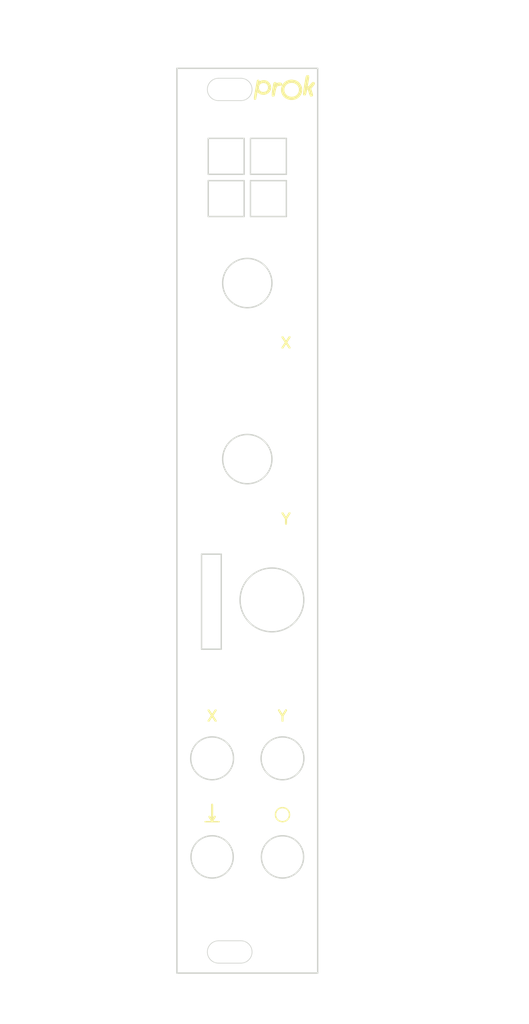
<source format=kicad_pcb>
(kicad_pcb (version 20171130) (host pcbnew "(5.0.2)-1")
  (layers (0 F.Cu signal) (31 B.Cu signal) (34 B.Paste user) (35 F.Paste user) (36 B.SilkS user) (37 F.SilkS user) (38 B.Mask user) (39 F.Mask user) (44 Edge.Cuts user))
  (net 0 "")
  (module 4ms-footprints:Rail-mount-slot (layer F.Cu) (at 47.5 33)
    (fp_text reference REF** hide)
    (fp_text value Rail-mount-slot hide)
    (fp_line (start -1.5875 1.5875) (end 1.5875 1.5875) (layer Edge.Cuts) (width 0.1))
    (fp_arc (start 1.5875 0) (end 1.5875 -1.5875) (angle 180) (layer Edge.Cuts) (width 0.1))
    (fp_arc (start -1.5875 0) (end -1.5875 1.5875) (angle 180) (layer Edge.Cuts) (width 0.1))
    (fp_line (start -1.5875 -1.5875) (end 1.5875 -1.5875) (layer Edge.Cuts) (width 0.1))
  )
  (module 4ms-footprints:Rail-mount-slot (layer F.Cu) (at 47.5 155.5)
    (fp_text reference REF** hide)
    (fp_text value Rail-mount-slot hide)
    (fp_line (start -1.5875 1.5875) (end 1.5875 1.5875) (layer Edge.Cuts) (width 0.1))
    (fp_arc (start 1.5875 0) (end 1.5875 -1.5875) (angle 180) (layer Edge.Cuts) (width 0.1))
    (fp_arc (start -1.5875 0) (end -1.5875 1.5875) (angle 180) (layer Edge.Cuts) (width 0.1))
    (fp_line (start -1.5875 -1.5875) (end 1.5875 -1.5875) (layer Edge.Cuts) (width 0.1))
  )
  (gr_line (start 50.45 51.05) (end 50.45 45.95) (layer Edge.Cuts) (width 0.2))
  (gr_line (start 55.55 51.05) (end 50.45 51.05) (layer Edge.Cuts) (width 0.2))
  (gr_line (start 55.55 45.95) (end 55.55 51.05) (layer Edge.Cuts) (width 0.2))
  (gr_line (start 50.45 45.95) (end 55.55 45.95) (layer Edge.Cuts) (width 0.2))
  (gr_line (start 44.45 51.05) (end 44.45 45.95) (layer Edge.Cuts) (width 0.2))
  (gr_line (start 49.55 51.05) (end 44.45 51.05) (layer Edge.Cuts) (width 0.2))
  (gr_line (start 49.55 45.95) (end 49.55 51.05) (layer Edge.Cuts) (width 0.2))
  (gr_line (start 44.45 45.95) (end 49.55 45.95) (layer Edge.Cuts) (width 0.2))
  (gr_line (start 50.45 45.05) (end 50.45 39.95) (layer Edge.Cuts) (width 0.2))
  (gr_line (start 55.55 45.05) (end 50.45 45.05) (layer Edge.Cuts) (width 0.2))
  (gr_line (start 55.55 39.95) (end 55.55 45.05) (layer Edge.Cuts) (width 0.2))
  (gr_line (start 50.45 39.95) (end 55.55 39.95) (layer Edge.Cuts) (width 0.2))
  (gr_line (start 44.45 45.05) (end 44.45 39.95) (layer Edge.Cuts) (width 0.2))
  (gr_line (start 49.55 45.05) (end 44.45 45.05) (layer Edge.Cuts) (width 0.2))
  (gr_line (start 49.55 39.95) (end 49.55 45.05) (layer Edge.Cuts) (width 0.2))
  (gr_line (start 44.45 39.95) (end 49.55 39.95) (layer Edge.Cuts) (width 0.2))
  (gr_circle (center 55 136) (end 56 136) (layer F.SilkS) (width 0.2))
  (gr_line (start 44 137) (end 46 137) (layer F.SilkS) (width 0.2))
  (gr_text ↓ (at 45 135.5) (layer F.SilkS) (effects (font (size 3 2) (thickness 0.3))))
  (gr_text X (at 45 122) (layer F.SilkS) (effects (font (size 1.5 1.5) (thickness 0.3))))
  (gr_text Y (at 55 122) (layer F.SilkS) (effects (font (size 1.5 1.5) (thickness 0.3))))
  (gr_text Y (at 55.5 94) (layer F.SilkS) (effects (font (size 1.5 1.5) (thickness 0.3))))
  (gr_text X (at 55.5 69) (layer F.SilkS) (effects (font (size 1.5 1.5) (thickness 0.3))))
  (gr_circle (center 53.5 105.5) (end 58 105) (layer Edge.Cuts) (width 0.2))
  (gr_line (start 46.3 112.5) (end 43.5 112.5) (layer Edge.Cuts) (width 0.2))
  (gr_line (start 46.3 99) (end 46.3 112.5) (layer Edge.Cuts) (width 0.2))
  (gr_line (start 43.5 99) (end 46.3 99) (layer Edge.Cuts) (width 0.2))
  (gr_line (start 43.5 112.5) (end 43.5 99) (layer Edge.Cuts) (width 0.2))
  (gr_circle (center 45 128) (end 48 127.5) (layer Edge.Cuts) (width 0.2))
  (gr_circle (center 55 128) (end 58 128.5) (layer Edge.Cuts) (width 0.2))
  (gr_circle (center 45 142) (end 48 142) (layer Edge.Cuts) (width 0.2))
  (gr_circle (center 55 142) (end 58 142) (layer Edge.Cuts) (width 0.2))
  (gr_circle (center 50 85.5) (end 53.5 85.5) (layer Edge.Cuts) (width 0.2))
  (gr_circle (center 50 60.5) (end 53.5 60.5) (layer Edge.Cuts) (width 0.2))
  (gr_line (start 55.721 34.340651) (end 55.771591 34.360201) (layer F.SilkS) (width 0.1))
  (gr_line (start 55.347074 34.121063) (end 55.390064 34.154348) (layer F.SilkS) (width 0.1))
  (gr_line (start 55.671075 34.319269) (end 55.721 34.340651) (layer F.SilkS) (width 0.1))
  (gr_line (start 55.479664 34.21608) (end 55.526112 34.244461) (layer F.SilkS) (width 0.1))
  (gr_line (start 55.265118 34.049818) (end 55.305398 34.086209) (layer F.SilkS) (width 0.1))
  (gr_line (start 54.843151 33.027338) (end 54.842684 33.081728) (layer F.SilkS) (width 0.1))
  (gr_line (start 54.878661 32.757973) (end 54.867229 32.811234) (layer F.SilkS) (width 0.1))
  (gr_line (start 54.862619 33.298168) (end 54.872941 33.351565) (layer F.SilkS) (width 0.1))
  (gr_line (start 55.189068 33.97256) (end 55.226314 34.011924) (layer F.SilkS) (width 0.1))
  (gr_line (start 55.153459 33.931757) (end 55.189068 33.97256) (layer F.SilkS) (width 0.1))
  (gr_line (start 54.885355 33.404502) (end 54.899837 33.456894) (layer F.SilkS) (width 0.1))
  (gr_line (start 55.087481 33.84597) (end 55.11957 33.88955) (layer F.SilkS) (width 0.1))
  (gr_line (start 54.842684 33.081728) (end 54.844419 33.136092) (layer F.SilkS) (width 0.1))
  (gr_line (start 54.845843 32.973011) (end 54.843151 33.027338) (layer F.SilkS) (width 0.1))
  (gr_line (start 54.955471 33.609928) (end 54.978004 33.65927) (layer F.SilkS) (width 0.1))
  (gr_line (start 56.351754 34.449722) (end 56.405145 34.446624) (layer F.SilkS) (width 0.1))
  (gr_line (start 55.434288 34.186031) (end 55.479664 34.21608) (layer F.SilkS) (width 0.1))
  (gr_line (start 56.298292 34.450994) (end 56.351754 34.449722) (layer F.SilkS) (width 0.1))
  (gr_line (start 55.621898 34.296088) (end 55.671075 34.319269) (layer F.SilkS) (width 0.1))
  (gr_line (start 54.916365 33.508654) (end 54.934917 33.559694) (layer F.SilkS) (width 0.1))
  (gr_line (start 54.857919 32.864879) (end 54.850775 32.918831) (layer F.SilkS) (width 0.1))
  (gr_line (start 56.191369 34.447998) (end 56.244813 34.450424) (layer F.SilkS) (width 0.1))
  (gr_line (start 56.138015 34.443702) (end 56.191369 34.447998) (layer F.SilkS) (width 0.1))
  (gr_line (start 56.084804 34.437522) (end 56.138015 34.443702) (layer F.SilkS) (width 0.1))
  (gr_line (start 55.979022 34.419452) (end 56.031788 34.429443) (layer F.SilkS) (width 0.1))
  (gr_line (start 55.771591 34.360201) (end 55.822769 34.377887) (layer F.SilkS) (width 0.1))
  (gr_line (start 55.226314 34.011924) (end 55.265118 34.049818) (layer F.SilkS) (width 0.1))
  (gr_line (start 55.11957 33.88955) (end 55.153459 33.931757) (layer F.SilkS) (width 0.1))
  (gr_line (start 55.057254 33.801068) (end 55.087481 33.84597) (layer F.SilkS) (width 0.1))
  (gr_line (start 54.850775 32.918831) (end 54.845843 32.973011) (layer F.SilkS) (width 0.1))
  (gr_line (start 55.028918 33.754926) (end 55.057254 33.801068) (layer F.SilkS) (width 0.1))
  (gr_line (start 54.872941 33.351565) (end 54.885355 33.404502) (layer F.SilkS) (width 0.1))
  (gr_line (start 54.844419 33.136092) (end 54.848335 33.190345) (layer F.SilkS) (width 0.1))
  (gr_line (start 54.934917 33.559694) (end 54.955471 33.609928) (layer F.SilkS) (width 0.1))
  (gr_line (start 56.031788 34.429443) (end 56.084804 34.437522) (layer F.SilkS) (width 0.1))
  (gr_line (start 55.57355 34.271141) (end 55.621898 34.296088) (layer F.SilkS) (width 0.1))
  (gr_line (start 55.305398 34.086209) (end 55.347074 34.121063) (layer F.SilkS) (width 0.1))
  (gr_line (start 55.002494 33.707631) (end 55.028918 33.754926) (layer F.SilkS) (width 0.1))
  (gr_line (start 54.867229 32.811234) (end 54.857919 32.864879) (layer F.SilkS) (width 0.1))
  (gr_line (start 55.526112 34.244461) (end 55.57355 34.271141) (layer F.SilkS) (width 0.1))
  (gr_line (start 54.978004 33.65927) (end 55.002494 33.707631) (layer F.SilkS) (width 0.1))
  (gr_line (start 54.854409 33.244399) (end 54.862619 33.298168) (layer F.SilkS) (width 0.1))
  (gr_line (start 54.899837 33.456894) (end 54.916365 33.508654) (layer F.SilkS) (width 0.1))
  (gr_line (start 54.848335 33.190345) (end 54.854409 33.244399) (layer F.SilkS) (width 0.1))
  (gr_line (start 56.405145 34.446624) (end 56.458412 34.441711) (layer F.SilkS) (width 0.1))
  (gr_line (start 56.244813 34.450424) (end 56.298292 34.450994) (layer F.SilkS) (width 0.1))
  (gr_line (start 55.926559 34.407533) (end 55.979022 34.419452) (layer F.SilkS) (width 0.1))
  (gr_line (start 55.874452 34.393675) (end 55.926559 34.407533) (layer F.SilkS) (width 0.1))
  (gr_line (start 54.892166 32.705176) (end 54.878661 32.757973) (layer F.SilkS) (width 0.1))
  (gr_line (start 55.822769 34.377887) (end 55.874452 34.393675) (layer F.SilkS) (width 0.1))
  (gr_line (start 55.390064 34.154348) (end 55.434288 34.186031) (layer F.SilkS) (width 0.1))
  (gr_line (start 55.527039 31.864134) (end 55.481863 31.892394) (layer F.SilkS) (width 0.1))
  (gr_line (start 58.666276 31.031413) (end 58.656656 31.027994) (layer F.SilkS) (width 0.1))
  (gr_line (start 58.73484 31.11385) (end 58.732376 31.103932) (layer F.SilkS) (width 0.1))
  (gr_line (start 58.738234 31.133992) (end 58.73676 31.12389) (layer F.SilkS) (width 0.1))
  (gr_line (start 58.739112 31.235789) (end 58.739736 31.225613) (layer F.SilkS) (width 0.1))
  (gr_line (start 56.076652 31.669346) (end 56.024012 31.677954) (layer F.SilkS) (width 0.1))
  (gr_line (start 56.182563 31.657629) (end 56.129527 31.662571) (layer F.SilkS) (width 0.1))
  (gr_line (start 56.235701 31.654491) (end 56.182563 31.657629) (layer F.SilkS) (width 0.1))
  (gr_line (start 58.740238 31.215434) (end 58.740609 31.205252) (layer F.SilkS) (width 0.1))
  (gr_line (start 56.024012 31.677954) (end 55.971684 31.688399) (layer F.SilkS) (width 0.1))
  (gr_line (start 54.907701 32.65292) (end 54.892166 32.705176) (layer F.SilkS) (width 0.1))
  (gr_line (start 55.19944 32.136243) (end 55.164601 32.177373) (layer F.SilkS) (width 0.1))
  (gr_line (start 55.573245 31.837559) (end 55.527039 31.864134) (layer F.SilkS) (width 0.1))
  (gr_line (start 55.717368 31.768174) (end 55.668481 31.789555) (layer F.SilkS) (width 0.1))
  (gr_line (start 58.675663 31.035416) (end 58.666276 31.031413) (layer F.SilkS) (width 0.1))
  (gr_line (start 55.817333 31.730777) (end 55.767009 31.748573) (layer F.SilkS) (width 0.1))
  (gr_line (start 58.725395 31.08475) (end 58.720691 31.075649) (layer F.SilkS) (width 0.1))
  (gr_line (start 58.740609 31.205252) (end 58.740838 31.195065) (layer F.SilkS) (width 0.1))
  (gr_line (start 55.767009 31.748573) (end 55.717368 31.768174) (layer F.SilkS) (width 0.1))
  (gr_line (start 56.129527 31.662571) (end 56.076652 31.669346) (layer F.SilkS) (width 0.1))
  (gr_line (start 54.944676 32.550346) (end 54.92522 32.601284) (layer F.SilkS) (width 0.1))
  (gr_line (start 54.966025 32.500184) (end 54.944676 32.550346) (layer F.SilkS) (width 0.1))
  (gr_line (start 58.740087 31.154301) (end 58.739325 31.144133) (layer F.SilkS) (width 0.1))
  (gr_line (start 55.040965 32.355142) (end 55.014214 32.402504) (layer F.SilkS) (width 0.1))
  (gr_line (start 55.131288 32.219907) (end 55.099547 32.263765) (layer F.SilkS) (width 0.1))
  (gr_line (start 58.693355 31.045636) (end 58.684726 31.040126) (layer F.SilkS) (width 0.1))
  (gr_line (start 58.739736 31.225613) (end 58.740238 31.215434) (layer F.SilkS) (width 0.1))
  (gr_line (start 58.715129 31.067051) (end 58.708695 31.059111) (layer F.SilkS) (width 0.1))
  (gr_line (start 55.481863 31.892394) (end 55.437778 31.922325) (layer F.SilkS) (width 0.1))
  (gr_line (start 55.971684 31.688399) (end 55.919745 31.700684) (layer F.SilkS) (width 0.1))
  (gr_line (start 58.740838 31.195065) (end 58.740916 31.184875) (layer F.SilkS) (width 0.1))
  (gr_line (start 58.739325 31.144133) (end 58.738234 31.133992) (layer F.SilkS) (width 0.1))
  (gr_line (start 55.164601 32.177373) (end 55.131288 32.219907) (layer F.SilkS) (width 0.1))
  (gr_line (start 55.394842 31.953915) (end 55.353114 31.98715) (layer F.SilkS) (width 0.1))
  (gr_line (start 58.637043 31.022418) (end 58.627135 31.020028) (layer F.SilkS) (width 0.1))
  (gr_line (start 56.288915 31.65319) (end 56.235701 31.654491) (layer F.SilkS) (width 0.1))
  (gr_line (start 58.720691 31.075649) (end 58.715129 31.067051) (layer F.SilkS) (width 0.1))
  (gr_line (start 55.273514 32.058503) (end 55.23576 32.096594) (layer F.SilkS) (width 0.1))
  (gr_line (start 54.989219 32.450878) (end 54.966025 32.500184) (layer F.SilkS) (width 0.1))
  (gr_line (start 55.069424 32.308869) (end 55.040965 32.355142) (layer F.SilkS) (width 0.1))
  (gr_line (start 55.620416 31.812691) (end 55.573245 31.837559) (layer F.SilkS) (width 0.1))
  (gr_line (start 55.919745 31.700684) (end 55.868269 31.714809) (layer F.SilkS) (width 0.1))
  (gr_line (start 58.627135 31.020028) (end 58.617199 31.017751) (layer F.SilkS) (width 0.1))
  (gr_line (start 58.656656 31.027994) (end 58.646893 31.025035) (layer F.SilkS) (width 0.1))
  (gr_line (start 58.684726 31.040126) (end 58.675663 31.035416) (layer F.SilkS) (width 0.1))
  (gr_line (start 58.729263 31.094209) (end 58.725395 31.08475) (layer F.SilkS) (width 0.1))
  (gr_line (start 58.732376 31.103932) (end 58.729263 31.094209) (layer F.SilkS) (width 0.1))
  (gr_line (start 58.740833 31.174682) (end 58.740572 31.164488) (layer F.SilkS) (width 0.1))
  (gr_line (start 54.92522 32.601284) (end 54.907701 32.65292) (layer F.SilkS) (width 0.1))
  (gr_line (start 55.014214 32.402504) (end 54.989219 32.450878) (layer F.SilkS) (width 0.1))
  (gr_line (start 55.312652 32.022017) (end 55.273514 32.058503) (layer F.SilkS) (width 0.1))
  (gr_line (start 55.437778 31.922325) (end 55.394842 31.953915) (layer F.SilkS) (width 0.1))
  (gr_line (start 58.73676 31.12389) (end 58.73484 31.11385) (layer F.SilkS) (width 0.1))
  (gr_line (start 55.668481 31.789555) (end 55.620416 31.812691) (layer F.SilkS) (width 0.1))
  (gr_line (start 58.701397 31.051963) (end 58.693355 31.045636) (layer F.SilkS) (width 0.1))
  (gr_line (start 58.740916 31.184875) (end 58.740833 31.174682) (layer F.SilkS) (width 0.1))
  (gr_line (start 58.740572 31.164488) (end 58.740087 31.154301) (layer F.SilkS) (width 0.1))
  (gr_line (start 58.708695 31.059111) (end 58.701397 31.051963) (layer F.SilkS) (width 0.1))
  (gr_line (start 55.23576 32.096594) (end 55.19944 32.136243) (layer F.SilkS) (width 0.1))
  (gr_line (start 55.099547 32.263765) (end 55.069424 32.308869) (layer F.SilkS) (width 0.1))
  (gr_line (start 55.353114 31.98715) (end 55.312652 32.022017) (layer F.SilkS) (width 0.1))
  (gr_line (start 58.646893 31.025035) (end 58.637043 31.022418) (layer F.SilkS) (width 0.1))
  (gr_line (start 55.868269 31.714809) (end 55.817333 31.730777) (layer F.SilkS) (width 0.1))
  (gr_line (start 58.617199 31.017751) (end 58.617199 31.017751) (layer F.SilkS) (width 0.1))
  (gr_line (start 58.730929 31.317015) (end 58.73217 31.30688) (layer F.SilkS) (width 0.1))
  (gr_line (start 58.727025 31.34738) (end 58.728354 31.337264) (layer F.SilkS) (width 0.1))
  (gr_line (start 58.72429 31.367595) (end 58.72567 31.357491) (layer F.SilkS) (width 0.1))
  (gr_line (start 58.691191 31.57898) (end 58.692881 31.568933) (layer F.SilkS) (width 0.1))
  (gr_line (start 58.665189 31.729609) (end 58.666952 31.719571) (layer F.SilkS) (width 0.1))
  (gr_line (start 58.645629 31.840011) (end 58.647415 31.829975) (layer F.SilkS) (width 0.1))
  (gr_line (start 58.682648 31.629204) (end 58.684368 31.619161) (layer F.SilkS) (width 0.1))
  (gr_line (start 58.652767 31.799868) (end 58.654548 31.789832) (layer F.SilkS) (width 0.1))
  (gr_line (start 58.721459 31.38779) (end 58.722886 31.377695) (layer F.SilkS) (width 0.1))
  (gr_line (start 58.699573 31.528738) (end 58.701225 31.518686) (layer F.SilkS) (width 0.1))
  (gr_line (start 58.72001 31.39788) (end 58.721459 31.38779) (layer F.SilkS) (width 0.1))
  (gr_line (start 58.702868 31.508633) (end 58.704499 31.498578) (layer F.SilkS) (width 0.1))
  (gr_line (start 58.643842 31.850046) (end 58.645629 31.840011) (layer F.SilkS) (width 0.1))
  (gr_line (start 58.717048 31.418048) (end 58.718539 31.407966) (layer F.SilkS) (width 0.1))
  (gr_line (start 58.692881 31.568933) (end 58.694565 31.558886) (layer F.SilkS) (width 0.1))
  (gr_line (start 58.65988 31.759722) (end 58.661652 31.749685) (layer F.SilkS) (width 0.1))
  (gr_line (start 58.638479 31.880151) (end 58.640267 31.870116) (layer F.SilkS) (width 0.1))
  (gr_line (start 58.689494 31.589026) (end 58.691191 31.57898) (layer F.SilkS) (width 0.1))
  (gr_line (start 58.70932 31.468401) (end 58.710898 31.458337) (layer F.SilkS) (width 0.1))
  (gr_line (start 58.738376 31.245959) (end 58.739112 31.235789) (layer F.SilkS) (width 0.1))
  (gr_line (start 58.737539 31.256125) (end 58.738376 31.245959) (layer F.SilkS) (width 0.1))
  (gr_line (start 58.729655 31.327142) (end 58.730929 31.317015) (layer F.SilkS) (width 0.1))
  (gr_line (start 58.734514 31.286595) (end 58.735598 31.276443) (layer F.SilkS) (width 0.1))
  (gr_line (start 58.706119 31.488522) (end 58.707726 31.478463) (layer F.SilkS) (width 0.1))
  (gr_line (start 58.686083 31.609117) (end 58.687792 31.599072) (layer F.SilkS) (width 0.1))
  (gr_line (start 58.663422 31.739647) (end 58.665189 31.729609) (layer F.SilkS) (width 0.1))
  (gr_line (start 58.736609 31.266287) (end 58.737539 31.256125) (layer F.SilkS) (width 0.1))
  (gr_line (start 58.673971 31.679413) (end 58.675716 31.669372) (layer F.SilkS) (width 0.1))
  (gr_line (start 58.647415 31.829975) (end 58.649201 31.81994) (layer F.SilkS) (width 0.1))
  (gr_line (start 58.733368 31.29674) (end 58.734514 31.286595) (layer F.SilkS) (width 0.1))
  (gr_line (start 58.73217 31.30688) (end 58.733368 31.29674) (layer F.SilkS) (width 0.1))
  (gr_line (start 58.722886 31.377695) (end 58.72429 31.367595) (layer F.SilkS) (width 0.1))
  (gr_line (start 58.718539 31.407966) (end 58.72001 31.39788) (layer F.SilkS) (width 0.1))
  (gr_line (start 58.675716 31.669372) (end 58.677456 31.659331) (layer F.SilkS) (width 0.1))
  (gr_line (start 58.687792 31.599072) (end 58.689494 31.589026) (layer F.SilkS) (width 0.1))
  (gr_line (start 58.668713 31.709532) (end 58.670469 31.699493) (layer F.SilkS) (width 0.1))
  (gr_line (start 58.661652 31.749685) (end 58.663422 31.739647) (layer F.SilkS) (width 0.1))
  (gr_line (start 58.656328 31.779795) (end 58.658105 31.769759) (layer F.SilkS) (width 0.1))
  (gr_line (start 58.710898 31.458337) (end 58.712462 31.44827) (layer F.SilkS) (width 0.1))
  (gr_line (start 58.701225 31.518686) (end 58.702868 31.508633) (layer F.SilkS) (width 0.1))
  (gr_line (start 58.694565 31.558886) (end 58.696242 31.548837) (layer F.SilkS) (width 0.1))
  (gr_line (start 58.707726 31.478463) (end 58.70932 31.468401) (layer F.SilkS) (width 0.1))
  (gr_line (start 58.672222 31.689453) (end 58.673971 31.679413) (layer F.SilkS) (width 0.1))
  (gr_line (start 58.642055 31.860081) (end 58.643842 31.850046) (layer F.SilkS) (width 0.1))
  (gr_line (start 58.666952 31.719571) (end 58.668713 31.709532) (layer F.SilkS) (width 0.1))
  (gr_line (start 58.728354 31.337264) (end 58.729655 31.327142) (layer F.SilkS) (width 0.1))
  (gr_line (start 58.72567 31.357491) (end 58.727025 31.34738) (layer F.SilkS) (width 0.1))
  (gr_line (start 58.684368 31.619161) (end 58.686083 31.609117) (layer F.SilkS) (width 0.1))
  (gr_line (start 58.715537 31.428125) (end 58.717048 31.418048) (layer F.SilkS) (width 0.1))
  (gr_line (start 58.649201 31.81994) (end 58.650985 31.809904) (layer F.SilkS) (width 0.1))
  (gr_line (start 58.714008 31.438199) (end 58.715537 31.428125) (layer F.SilkS) (width 0.1))
  (gr_line (start 58.697911 31.538788) (end 58.699573 31.528738) (layer F.SilkS) (width 0.1))
  (gr_line (start 58.704499 31.498578) (end 58.706119 31.488522) (layer F.SilkS) (width 0.1))
  (gr_line (start 58.696242 31.548837) (end 58.697911 31.538788) (layer F.SilkS) (width 0.1))
  (gr_line (start 58.679192 31.649289) (end 58.680922 31.639247) (layer F.SilkS) (width 0.1))
  (gr_line (start 58.712462 31.44827) (end 58.714008 31.438199) (layer F.SilkS) (width 0.1))
  (gr_line (start 58.640267 31.870116) (end 58.642055 31.860081) (layer F.SilkS) (width 0.1))
  (gr_line (start 58.670469 31.699493) (end 58.672222 31.689453) (layer F.SilkS) (width 0.1))
  (gr_line (start 58.658105 31.769759) (end 58.65988 31.759722) (layer F.SilkS) (width 0.1))
  (gr_line (start 58.650985 31.809904) (end 58.652767 31.799868) (layer F.SilkS) (width 0.1))
  (gr_line (start 58.680922 31.639247) (end 58.682648 31.629204) (layer F.SilkS) (width 0.1))
  (gr_line (start 58.654548 31.789832) (end 58.656328 31.779795) (layer F.SilkS) (width 0.1))
  (gr_line (start 58.677456 31.659331) (end 58.679192 31.649289) (layer F.SilkS) (width 0.1))
  (gr_line (start 58.735598 31.276443) (end 58.736609 31.266287) (layer F.SilkS) (width 0.1))
  (gr_line (start 58.596098 32.121051) (end 58.597825 32.111008) (layer F.SilkS) (width 0.1))
  (gr_line (start 58.589245 32.16123) (end 58.59095 32.151184) (layer F.SilkS) (width 0.1))
  (gr_line (start 58.572602 32.261751) (end 58.574224 32.251692) (layer F.SilkS) (width 0.1))
  (gr_line (start 58.540898 32.514496) (end 58.54131 32.504306) (layer F.SilkS) (width 0.1))
  (gr_line (start 58.570992 32.271813) (end 58.572602 32.261751) (layer F.SilkS) (width 0.1))
  (gr_line (start 58.6242 31.960432) (end 58.625981 31.950396) (layer F.SilkS) (width 0.1))
  (gr_line (start 58.622422 31.970468) (end 58.6242 31.960432) (layer F.SilkS) (width 0.1))
  (gr_line (start 58.620645 31.980504) (end 58.622422 31.970468) (layer F.SilkS) (width 0.1))
  (gr_line (start 58.604778 32.070844) (end 58.606528 32.060804) (layer F.SilkS) (width 0.1))
  (gr_line (start 58.617098 32.000577) (end 58.61887 31.99054) (layer F.SilkS) (width 0.1))
  (gr_line (start 58.611798 32.030689) (end 58.613562 32.020651) (layer F.SilkS) (width 0.1))
  (gr_line (start 58.564684 32.312085) (end 58.56624 32.302013) (layer F.SilkS) (width 0.1))
  (gr_line (start 58.606528 32.060804) (end 58.608281 32.050765) (layer F.SilkS) (width 0.1))
  (gr_line (start 58.5488 32.423115) (end 58.550104 32.412999) (layer F.SilkS) (width 0.1))
  (gr_line (start 58.584167 32.191372) (end 58.585853 32.181324) (layer F.SilkS) (width 0.1))
  (gr_line (start 58.561619 32.332238) (end 58.563144 32.32216) (layer F.SilkS) (width 0.1))
  (gr_line (start 58.555693 32.372586) (end 58.557148 32.362494) (layer F.SilkS) (width 0.1))
  (gr_line (start 58.59095 32.151184) (end 58.59266 32.141139) (layer F.SilkS) (width 0.1))
  (gr_line (start 58.545274 32.453502) (end 58.546375 32.443366) (layer F.SilkS) (width 0.1))
  (gr_line (start 58.563144 32.32216) (end 58.564684 32.312085) (layer F.SilkS) (width 0.1))
  (gr_line (start 58.557148 32.362494) (end 58.55862 32.352405) (layer F.SilkS) (width 0.1))
  (gr_line (start 58.540641 32.524696) (end 58.540898 32.514496) (layer F.SilkS) (width 0.1))
  (gr_line (start 58.585853 32.181324) (end 58.587546 32.171276) (layer F.SilkS) (width 0.1))
  (gr_line (start 58.550104 32.412999) (end 58.551456 32.402889) (layer F.SilkS) (width 0.1))
  (gr_line (start 58.574224 32.251692) (end 58.575857 32.241634) (layer F.SilkS) (width 0.1))
  (gr_line (start 58.636692 31.890186) (end 58.638479 31.880151) (layer F.SilkS) (width 0.1))
  (gr_line (start 58.634905 31.900221) (end 58.636692 31.890186) (layer F.SilkS) (width 0.1))
  (gr_line (start 58.56624 32.302013) (end 58.567811 32.291943) (layer F.SilkS) (width 0.1))
  (gr_line (start 58.575857 32.241634) (end 58.577501 32.231579) (layer F.SilkS) (width 0.1))
  (gr_line (start 58.629547 31.930326) (end 58.631332 31.920291) (layer F.SilkS) (width 0.1))
  (gr_line (start 58.633118 31.910256) (end 58.634905 31.900221) (layer F.SilkS) (width 0.1))
  (gr_line (start 58.631332 31.920291) (end 58.633118 31.910256) (layer F.SilkS) (width 0.1))
  (gr_line (start 58.627763 31.940361) (end 58.629547 31.930326) (layer F.SilkS) (width 0.1))
  (gr_line (start 58.580817 32.211473) (end 58.582488 32.201422) (layer F.SilkS) (width 0.1))
  (gr_line (start 58.61887 31.99054) (end 58.620645 31.980504) (layer F.SilkS) (width 0.1))
  (gr_line (start 58.615328 32.010614) (end 58.617098 32.000577) (layer F.SilkS) (width 0.1))
  (gr_line (start 58.613562 32.020651) (end 58.615328 32.010614) (layer F.SilkS) (width 0.1))
  (gr_line (start 58.560111 32.34232) (end 58.561619 32.332238) (layer F.SilkS) (width 0.1))
  (gr_line (start 58.610038 32.040727) (end 58.611798 32.030689) (layer F.SilkS) (width 0.1))
  (gr_line (start 58.542547 32.483957) (end 58.54335 32.473797) (layer F.SilkS) (width 0.1))
  (gr_line (start 58.608281 32.050765) (end 58.610038 32.040727) (layer F.SilkS) (width 0.1))
  (gr_line (start 58.603033 32.080884) (end 58.604778 32.070844) (layer F.SilkS) (width 0.1))
  (gr_line (start 58.569395 32.281877) (end 58.570992 32.271813) (layer F.SilkS) (width 0.1))
  (gr_line (start 58.601292 32.090925) (end 58.603033 32.080884) (layer F.SilkS) (width 0.1))
  (gr_line (start 58.594376 32.131095) (end 58.596098 32.121051) (layer F.SilkS) (width 0.1))
  (gr_line (start 58.54131 32.504306) (end 58.541863 32.494127) (layer F.SilkS) (width 0.1))
  (gr_line (start 58.544262 32.463645) (end 58.545274 32.453502) (layer F.SilkS) (width 0.1))
  (gr_line (start 58.54335 32.473797) (end 58.544262 32.463645) (layer F.SilkS) (width 0.1))
  (gr_line (start 58.567811 32.291943) (end 58.569395 32.281877) (layer F.SilkS) (width 0.1))
  (gr_line (start 58.599556 32.100966) (end 58.601292 32.090925) (layer F.SilkS) (width 0.1))
  (gr_line (start 58.579155 32.221525) (end 58.580817 32.211473) (layer F.SilkS) (width 0.1))
  (gr_line (start 58.597825 32.111008) (end 58.599556 32.100966) (layer F.SilkS) (width 0.1))
  (gr_line (start 58.59266 32.141139) (end 58.594376 32.131095) (layer F.SilkS) (width 0.1))
  (gr_line (start 58.587546 32.171276) (end 58.589245 32.16123) (layer F.SilkS) (width 0.1))
  (gr_line (start 58.582488 32.201422) (end 58.584167 32.191372) (layer F.SilkS) (width 0.1))
  (gr_line (start 58.577501 32.231579) (end 58.579155 32.221525) (layer F.SilkS) (width 0.1))
  (gr_line (start 58.547553 32.433237) (end 58.5488 32.423115) (layer F.SilkS) (width 0.1))
  (gr_line (start 58.541863 32.494127) (end 58.542547 32.483957) (layer F.SilkS) (width 0.1))
  (gr_line (start 58.551456 32.402889) (end 58.552844 32.392784) (layer F.SilkS) (width 0.1))
  (gr_line (start 58.55862 32.352405) (end 58.560111 32.34232) (layer F.SilkS) (width 0.1))
  (gr_line (start 58.546375 32.443366) (end 58.547553 32.433237) (layer F.SilkS) (width 0.1))
  (gr_line (start 58.552844 32.392784) (end 58.554259 32.382683) (layer F.SilkS) (width 0.1))
  (gr_line (start 58.625981 31.950396) (end 58.627763 31.940361) (layer F.SilkS) (width 0.1))
  (gr_line (start 58.554259 32.382683) (end 58.555693 32.372586) (layer F.SilkS) (width 0.1))
  (gr_line (start 58.593363 32.617765) (end 58.58329 32.616214) (layer F.SilkS) (width 0.1))
  (gr_line (start 58.60349 32.618911) (end 58.593363 32.617765) (layer F.SilkS) (width 0.1))
  (gr_line (start 58.948249 32.365168) (end 58.941669 32.372949) (layer F.SilkS) (width 0.1))
  (gr_line (start 58.664586 32.619683) (end 58.654411 32.620794) (layer F.SilkS) (width 0.1))
  (gr_line (start 58.613647 32.619918) (end 58.60349 32.618911) (layer F.SilkS) (width 0.1))
  (gr_line (start 58.721684 32.598704) (end 58.71285 32.60383) (layer F.SilkS) (width 0.1))
  (gr_line (start 58.746746 32.580916) (end 58.738607 32.587148) (layer F.SilkS) (width 0.1))
  (gr_line (start 58.684611 32.615446) (end 58.674676 32.617907) (layer F.SilkS) (width 0.1))
  (gr_line (start 58.762485 32.567881) (end 58.7547 32.574487) (layer F.SilkS) (width 0.1))
  (gr_line (start 58.784996 32.547193) (end 58.777616 32.554217) (layer F.SilkS) (width 0.1))
  (gr_line (start 58.813664 32.518236) (end 58.806595 32.525573) (layer F.SilkS) (width 0.1))
  (gr_line (start 58.82068 32.510846) (end 58.813664 32.518236) (layer F.SilkS) (width 0.1))
  (gr_line (start 58.915273 32.404011) (end 58.908649 32.411756) (layer F.SilkS) (width 0.1))
  (gr_line (start 58.928489 32.388495) (end 58.921886 32.396257) (layer F.SilkS) (width 0.1))
  (gr_line (start 58.902012 32.419491) (end 58.895361 32.427215) (layer F.SilkS) (width 0.1))
  (gr_line (start 58.987648 32.318408) (end 58.981085 32.326205) (layer F.SilkS) (width 0.1))
  (gr_line (start 58.861854 32.465627) (end 58.855082 32.473249) (layer F.SilkS) (width 0.1))
  (gr_line (start 58.738607 32.587148) (end 58.730261 32.59311) (layer F.SilkS) (width 0.1))
  (gr_line (start 58.792275 32.540066) (end 58.784996 32.547193) (layer F.SilkS) (width 0.1))
  (gr_line (start 58.868597 32.45798) (end 58.861854 32.465627) (layer F.SilkS) (width 0.1))
  (gr_line (start 58.908649 32.411756) (end 58.902012 32.419491) (layer F.SilkS) (width 0.1))
  (gr_line (start 58.935083 32.380725) (end 58.928489 32.388495) (layer F.SilkS) (width 0.1))
  (gr_line (start 58.974522 32.334002) (end 58.967958 32.341798) (layer F.SilkS) (width 0.1))
  (gr_line (start 58.54652 32.585396) (end 58.544027 32.575463) (layer F.SilkS) (width 0.1))
  (gr_line (start 58.848279 32.480842) (end 58.841441 32.488402) (layer F.SilkS) (width 0.1))
  (gr_line (start 58.550249 32.59497) (end 58.54652 32.585396) (layer F.SilkS) (width 0.1))
  (gr_line (start 58.855082 32.473249) (end 58.848279 32.480842) (layer F.SilkS) (width 0.1))
  (gr_line (start 58.967958 32.341798) (end 58.961392 32.349591) (layer F.SilkS) (width 0.1))
  (gr_line (start 58.563988 32.609757) (end 58.555997 32.603357) (layer F.SilkS) (width 0.1))
  (gr_line (start 58.895361 32.427215) (end 58.888696 32.434927) (layer F.SilkS) (width 0.1))
  (gr_line (start 58.777616 32.554217) (end 58.770118 32.561119) (layer F.SilkS) (width 0.1))
  (gr_line (start 58.827645 32.503408) (end 58.82068 32.510846) (layer F.SilkS) (width 0.1))
  (gr_line (start 58.623825 32.620722) (end 58.613647 32.619918) (layer F.SilkS) (width 0.1))
  (gr_line (start 58.875316 32.450312) (end 58.868597 32.45798) (layer F.SilkS) (width 0.1))
  (gr_line (start 58.954823 32.357381) (end 58.948249 32.365168) (layer F.SilkS) (width 0.1))
  (gr_line (start 58.981085 32.326205) (end 58.974522 32.334002) (layer F.SilkS) (width 0.1))
  (gr_line (start 58.941669 32.372949) (end 58.935083 32.380725) (layer F.SilkS) (width 0.1))
  (gr_line (start 58.730261 32.59311) (end 58.721684 32.598704) (layer F.SilkS) (width 0.1))
  (gr_line (start 58.921886 32.396257) (end 58.915273 32.404011) (layer F.SilkS) (width 0.1))
  (gr_line (start 58.994212 32.310612) (end 58.987648 32.318408) (layer F.SilkS) (width 0.1))
  (gr_line (start 58.799469 32.532854) (end 58.792275 32.540066) (layer F.SilkS) (width 0.1))
  (gr_line (start 58.674676 32.617907) (end 58.664586 32.619683) (layer F.SilkS) (width 0.1))
  (gr_line (start 58.703737 32.608387) (end 58.69432 32.612277) (layer F.SilkS) (width 0.1))
  (gr_line (start 58.555997 32.603357) (end 58.550249 32.59497) (layer F.SilkS) (width 0.1))
  (gr_line (start 58.834564 32.495926) (end 58.827645 32.503408) (layer F.SilkS) (width 0.1))
  (gr_line (start 58.540593 32.534898) (end 58.540641 32.524696) (layer F.SilkS) (width 0.1))
  (gr_line (start 58.540822 32.54509) (end 58.540593 32.534898) (layer F.SilkS) (width 0.1))
  (gr_line (start 58.541397 32.555263) (end 58.540822 32.54509) (layer F.SilkS) (width 0.1))
  (gr_line (start 58.542401 32.565401) (end 58.541397 32.555263) (layer F.SilkS) (width 0.1))
  (gr_line (start 58.888696 32.434927) (end 58.882015 32.442626) (layer F.SilkS) (width 0.1))
  (gr_line (start 58.961392 32.349591) (end 58.954823 32.357381) (layer F.SilkS) (width 0.1))
  (gr_line (start 58.544027 32.575463) (end 58.542401 32.565401) (layer F.SilkS) (width 0.1))
  (gr_line (start 58.58329 32.616214) (end 58.573343 32.613815) (layer F.SilkS) (width 0.1))
  (gr_line (start 58.69432 32.612277) (end 58.684611 32.615446) (layer F.SilkS) (width 0.1))
  (gr_line (start 58.806595 32.525573) (end 58.799469 32.532854) (layer F.SilkS) (width 0.1))
  (gr_line (start 58.634016 32.621211) (end 58.623825 32.620722) (layer F.SilkS) (width 0.1))
  (gr_line (start 58.71285 32.60383) (end 58.703737 32.608387) (layer F.SilkS) (width 0.1))
  (gr_line (start 58.644214 32.621273) (end 58.634016 32.621211) (layer F.SilkS) (width 0.1))
  (gr_line (start 58.654411 32.620794) (end 58.644214 32.621273) (layer F.SilkS) (width 0.1))
  (gr_line (start 58.841441 32.488402) (end 58.834564 32.495926) (layer F.SilkS) (width 0.1))
  (gr_line (start 58.7547 32.574487) (end 58.746746 32.580916) (layer F.SilkS) (width 0.1))
  (gr_line (start 58.882015 32.442626) (end 58.875316 32.450312) (layer F.SilkS) (width 0.1))
  (gr_line (start 58.573343 32.613815) (end 58.563988 32.609757) (layer F.SilkS) (width 0.1))
  (gr_line (start 58.770118 32.561119) (end 58.762485 32.567881) (layer F.SilkS) (width 0.1))
  (gr_line (start 59.060181 32.232916) (end 59.05354 32.240647) (layer F.SilkS) (width 0.1))
  (gr_line (start 59.14137 32.141499) (end 59.134455 32.148982) (layer F.SilkS) (width 0.1))
  (gr_line (start 59.155328 32.12665) (end 59.148327 32.134054) (layer F.SilkS) (width 0.1))
  (gr_line (start 59.228698 32.055747) (end 59.220996 32.062455) (layer F.SilkS) (width 0.1))
  (gr_line (start 59.37405 31.990808) (end 59.363847 31.990627) (layer F.SilkS) (width 0.1))
  (gr_line (start 59.013924 32.287236) (end 59.007349 32.295024) (layer F.SilkS) (width 0.1))
  (gr_line (start 59.020505 32.279452) (end 59.013924 32.287236) (layer F.SilkS) (width 0.1))
  (gr_line (start 59.027093 32.271675) (end 59.020505 32.279452) (layer F.SilkS) (width 0.1))
  (gr_line (start 59.213401 32.06929) (end 59.205899 32.07623) (layer F.SilkS) (width 0.1))
  (gr_line (start 59.3943 31.993325) (end 59.384217 31.991727) (layer F.SilkS) (width 0.1))
  (gr_line (start 59.461147 32.017747) (end 59.451981 32.013268) (layer F.SilkS) (width 0.1))
  (gr_line (start 59.033689 32.263904) (end 59.027093 32.271675) (layer F.SilkS) (width 0.1))
  (gr_line (start 59.040295 32.256142) (end 59.033689 32.263904) (layer F.SilkS) (width 0.1))
  (gr_line (start 59.066836 32.225198) (end 59.060181 32.232916) (layer F.SilkS) (width 0.1))
  (gr_line (start 59.260787 32.030583) (end 59.252549 32.036582) (layer F.SilkS) (width 0.1))
  (gr_line (start 59.05354 32.240647) (end 59.046911 32.248389) (layer F.SilkS) (width 0.1))
  (gr_line (start 59.113919 32.171618) (end 59.107131 32.179216) (layer F.SilkS) (width 0.1))
  (gr_line (start 59.205899 32.07623) (end 59.198481 32.083256) (layer F.SilkS) (width 0.1))
  (gr_line (start 59.073507 32.217493) (end 59.066836 32.225198) (layer F.SilkS) (width 0.1))
  (gr_line (start 59.080194 32.209804) (end 59.073507 32.217493) (layer F.SilkS) (width 0.1))
  (gr_line (start 59.314093 32.000824) (end 59.304681 32.004775) (layer F.SilkS) (width 0.1))
  (gr_line (start 59.47019 32.022475) (end 59.461147 32.017747) (layer F.SilkS) (width 0.1))
  (gr_line (start 59.16948 32.111975) (end 59.162378 32.119289) (layer F.SilkS) (width 0.1))
  (gr_line (start 59.236516 32.049185) (end 59.228698 32.055747) (layer F.SilkS) (width 0.1))
  (gr_line (start 59.100366 32.186835) (end 59.093622 32.194474) (layer F.SilkS) (width 0.1))
  (gr_line (start 59.269188 32.024811) (end 59.260787 32.030583) (layer F.SilkS) (width 0.1))
  (gr_line (start 59.220996 32.062455) (end 59.213401 32.06929) (layer F.SilkS) (width 0.1))
  (gr_line (start 59.127577 32.156498) (end 59.120733 32.164044) (layer F.SilkS) (width 0.1))
  (gr_line (start 59.086899 32.20213) (end 59.080194 32.209804) (layer F.SilkS) (width 0.1))
  (gr_line (start 59.504306 32.044798) (end 59.496173 32.038612) (layer F.SilkS) (width 0.1))
  (gr_line (start 59.198481 32.083256) (end 59.191134 32.090349) (layer F.SilkS) (width 0.1))
  (gr_line (start 59.162378 32.119289) (end 59.155328 32.12665) (layer F.SilkS) (width 0.1))
  (gr_line (start 59.295495 32.009212) (end 59.286528 32.014071) (layer F.SilkS) (width 0.1))
  (gr_line (start 59.093622 32.194474) (end 59.086899 32.20213) (layer F.SilkS) (width 0.1))
  (gr_line (start 59.107131 32.179216) (end 59.100366 32.186835) (layer F.SilkS) (width 0.1))
  (gr_line (start 59.333539 31.994655) (end 59.323718 31.997427) (layer F.SilkS) (width 0.1))
  (gr_line (start 59.343534 31.992574) (end 59.333539 31.994655) (layer F.SilkS) (width 0.1))
  (gr_line (start 59.120733 32.164044) (end 59.113919 32.171618) (layer F.SilkS) (width 0.1))
  (gr_line (start 59.134455 32.148982) (end 59.127577 32.156498) (layer F.SilkS) (width 0.1))
  (gr_line (start 59.487744 32.03286) (end 59.479069 32.027496) (layer F.SilkS) (width 0.1))
  (gr_line (start 59.148327 32.134054) (end 59.14137 32.141499) (layer F.SilkS) (width 0.1))
  (gr_line (start 59.176637 32.104712) (end 59.16948 32.111975) (layer F.SilkS) (width 0.1))
  (gr_line (start 59.244462 32.04279) (end 59.236516 32.049185) (layer F.SilkS) (width 0.1))
  (gr_line (start 59.42376 32.001509) (end 59.41408 31.998293) (layer F.SilkS) (width 0.1))
  (gr_line (start 59.433298 32.00511) (end 59.42376 32.001509) (layer F.SilkS) (width 0.1))
  (gr_line (start 59.183854 32.097502) (end 59.176637 32.104712) (layer F.SilkS) (width 0.1))
  (gr_line (start 59.191134 32.090349) (end 59.183854 32.097502) (layer F.SilkS) (width 0.1))
  (gr_line (start 59.286528 32.014071) (end 59.277764 32.019291) (layer F.SilkS) (width 0.1))
  (gr_line (start 59.404259 31.995538) (end 59.3943 31.993325) (layer F.SilkS) (width 0.1))
  (gr_line (start 59.304681 32.004775) (end 59.295495 32.009212) (layer F.SilkS) (width 0.1))
  (gr_line (start 59.384217 31.991727) (end 59.37405 31.990808) (layer F.SilkS) (width 0.1))
  (gr_line (start 59.479069 32.027496) (end 59.47019 32.022475) (layer F.SilkS) (width 0.1))
  (gr_line (start 59.252549 32.036582) (end 59.244462 32.04279) (layer F.SilkS) (width 0.1))
  (gr_line (start 59.496173 32.038612) (end 59.487744 32.03286) (layer F.SilkS) (width 0.1))
  (gr_line (start 59.323718 31.997427) (end 59.314093 32.000824) (layer F.SilkS) (width 0.1))
  (gr_line (start 59.353656 31.991222) (end 59.343534 31.992574) (layer F.SilkS) (width 0.1))
  (gr_line (start 59.442701 32.009043) (end 59.433298 32.00511) (layer F.SilkS) (width 0.1))
  (gr_line (start 59.363847 31.990627) (end 59.353656 31.991222) (layer F.SilkS) (width 0.1))
  (gr_line (start 59.451981 32.013268) (end 59.442701 32.009043) (layer F.SilkS) (width 0.1))
  (gr_line (start 59.41408 31.998293) (end 59.404259 31.995538) (layer F.SilkS) (width 0.1))
  (gr_line (start 59.277764 32.019291) (end 59.269188 32.024811) (layer F.SilkS) (width 0.1))
  (gr_line (start 59.046911 32.248389) (end 59.040295 32.256142) (layer F.SilkS) (width 0.1))
  (gr_line (start 59.000778 32.302817) (end 58.994212 32.310612) (layer F.SilkS) (width 0.1))
  (gr_line (start 59.007349 32.295024) (end 59.000778 32.302817) (layer F.SilkS) (width 0.1))
  (gr_line (start 59.550326 32.152579) (end 59.551014 32.142388) (layer F.SilkS) (width 0.1))
  (gr_line (start 59.534778 32.211646) (end 59.538397 32.202105) (layer F.SilkS) (width 0.1))
  (gr_line (start 59.508182 32.266689) (end 59.513093 32.257753) (layer F.SilkS) (width 0.1))
  (gr_line (start 59.409524 32.409297) (end 59.415775 32.401248) (layer F.SilkS) (width 0.1))
  (gr_line (start 59.492536 32.293013) (end 59.49789 32.284314) (layer F.SilkS) (width 0.1))
  (gr_line (start 59.371313 32.457006) (end 59.377757 32.449116) (layer F.SilkS) (width 0.1))
  (gr_line (start 59.351837 32.480558) (end 59.358351 32.472725) (layer F.SilkS) (width 0.1))
  (gr_line (start 59.548967 32.16271) (end 59.550326 32.152579) (layer F.SilkS) (width 0.1))
  (gr_line (start 59.464213 32.335558) (end 59.470041 32.327159) (layer F.SilkS) (width 0.1))
  (gr_line (start 59.318985 32.519495) (end 59.325591 32.511737) (layer F.SilkS) (width 0.1))
  (gr_line (start 59.481478 32.310206) (end 59.487061 32.301642) (layer F.SilkS) (width 0.1))
  (gr_line (start 59.440367 32.368713) (end 59.446403 32.360486) (layer F.SilkS) (width 0.1))
  (gr_line (start 59.434284 32.376901) (end 59.440367 32.368713) (layer F.SilkS) (width 0.1))
  (gr_line (start 59.33875 32.496177) (end 59.345303 32.488375) (layer F.SilkS) (width 0.1))
  (gr_line (start 59.292398 32.550396) (end 59.299068 32.54269) (layer F.SilkS) (width 0.1))
  (gr_line (start 59.285713 32.558089) (end 59.292398 32.550396) (layer F.SilkS) (width 0.1))
  (gr_line (start 59.526735 32.230393) (end 59.530875 32.221074) (layer F.SilkS) (width 0.1))
  (gr_line (start 59.49789 32.284314) (end 59.503109 32.275541) (layer F.SilkS) (width 0.1))
  (gr_line (start 59.458328 32.34391) (end 59.464213 32.335558) (layer F.SilkS) (width 0.1))
  (gr_line (start 59.396915 32.425305) (end 59.403237 32.417315) (layer F.SilkS) (width 0.1))
  (gr_line (start 59.358351 32.472725) (end 59.364844 32.464875) (layer F.SilkS) (width 0.1))
  (gr_line (start 59.312362 32.52724) (end 59.318985 32.519495) (layer F.SilkS) (width 0.1))
  (gr_line (start 59.512062 32.051452) (end 59.504306 32.044798) (layer F.SilkS) (width 0.1))
  (gr_line (start 59.537518 32.08326) (end 59.532169 32.074529) (layer F.SilkS) (width 0.1))
  (gr_line (start 59.25883 32.588742) (end 59.265571 32.581096) (layer F.SilkS) (width 0.1))
  (gr_line (start 59.51935 32.058607) (end 59.512062 32.051452) (layer F.SilkS) (width 0.1))
  (gr_line (start 59.526083 32.066296) (end 59.51935 32.058607) (layer F.SilkS) (width 0.1))
  (gr_line (start 59.532169 32.074529) (end 59.526083 32.066296) (layer F.SilkS) (width 0.1))
  (gr_line (start 59.470041 32.327159) (end 59.475801 32.31871) (layer F.SilkS) (width 0.1))
  (gr_line (start 59.428156 32.385051) (end 59.434284 32.376901) (layer F.SilkS) (width 0.1))
  (gr_line (start 59.325591 32.511737) (end 59.332179 32.503964) (layer F.SilkS) (width 0.1))
  (gr_line (start 59.279013 32.56577) (end 59.285713 32.558089) (layer F.SilkS) (width 0.1))
  (gr_line (start 59.542038 32.092435) (end 59.537518 32.08326) (layer F.SilkS) (width 0.1))
  (gr_line (start 59.548302 32.111877) (end 59.54564 32.102) (layer F.SilkS) (width 0.1))
  (gr_line (start 59.547022 32.172747) (end 59.548967 32.16271) (layer F.SilkS) (width 0.1))
  (gr_line (start 59.530875 32.221074) (end 59.534778 32.211646) (layer F.SilkS) (width 0.1))
  (gr_line (start 59.517832 32.248728) (end 59.522383 32.23961) (layer F.SilkS) (width 0.1))
  (gr_line (start 59.503109 32.275541) (end 59.508182 32.266689) (layer F.SilkS) (width 0.1))
  (gr_line (start 59.364844 32.464875) (end 59.371313 32.457006) (layer F.SilkS) (width 0.1))
  (gr_line (start 59.452391 32.352219) (end 59.458328 32.34391) (layer F.SilkS) (width 0.1))
  (gr_line (start 59.305723 32.534972) (end 59.312362 32.52724) (layer F.SilkS) (width 0.1))
  (gr_line (start 59.403237 32.417315) (end 59.409524 32.409297) (layer F.SilkS) (width 0.1))
  (gr_line (start 59.384173 32.441203) (end 59.390559 32.433267) (layer F.SilkS) (width 0.1))
  (gr_line (start 59.54564 32.102) (end 59.542038 32.092435) (layer F.SilkS) (width 0.1))
  (gr_line (start 59.272299 32.573439) (end 59.279013 32.56577) (layer F.SilkS) (width 0.1))
  (gr_line (start 59.55006 32.121966) (end 59.548302 32.111877) (layer F.SilkS) (width 0.1))
  (gr_line (start 59.55095 32.132167) (end 59.55006 32.121966) (layer F.SilkS) (width 0.1))
  (gr_line (start 59.551014 32.142388) (end 59.55095 32.132167) (layer F.SilkS) (width 0.1))
  (gr_line (start 59.544571 32.182661) (end 59.547022 32.172747) (layer F.SilkS) (width 0.1))
  (gr_line (start 59.541679 32.192445) (end 59.544571 32.182661) (layer F.SilkS) (width 0.1))
  (gr_line (start 59.538397 32.202105) (end 59.541679 32.192445) (layer F.SilkS) (width 0.1))
  (gr_line (start 59.522383 32.23961) (end 59.526735 32.230393) (layer F.SilkS) (width 0.1))
  (gr_line (start 59.446403 32.360486) (end 59.452391 32.352219) (layer F.SilkS) (width 0.1))
  (gr_line (start 59.390559 32.433267) (end 59.396915 32.425305) (layer F.SilkS) (width 0.1))
  (gr_line (start 59.299068 32.54269) (end 59.305723 32.534972) (layer F.SilkS) (width 0.1))
  (gr_line (start 59.513093 32.257753) (end 59.517832 32.248728) (layer F.SilkS) (width 0.1))
  (gr_line (start 59.377757 32.449116) (end 59.384173 32.441203) (layer F.SilkS) (width 0.1))
  (gr_line (start 59.487061 32.301642) (end 59.492536 32.293013) (layer F.SilkS) (width 0.1))
  (gr_line (start 59.421986 32.393166) (end 59.428156 32.385051) (layer F.SilkS) (width 0.1))
  (gr_line (start 59.265571 32.581096) (end 59.272299 32.573439) (layer F.SilkS) (width 0.1))
  (gr_line (start 59.415775 32.401248) (end 59.421986 32.393166) (layer F.SilkS) (width 0.1))
  (gr_line (start 59.345303 32.488375) (end 59.351837 32.480558) (layer F.SilkS) (width 0.1))
  (gr_line (start 59.475801 32.31871) (end 59.481478 32.310206) (layer F.SilkS) (width 0.1))
  (gr_line (start 59.332179 32.503964) (end 59.33875 32.496177) (layer F.SilkS) (width 0.1))
  (gr_line (start 59.15644 32.702282) (end 59.163319 32.694762) (layer F.SilkS) (width 0.1))
  (gr_line (start 59.177067 32.679714) (end 59.183932 32.672181) (layer F.SilkS) (width 0.1))
  (gr_line (start 59.21813 32.634395) (end 59.224941 32.626811) (layer F.SilkS) (width 0.1))
  (gr_line (start 59.197638 32.657092) (end 59.204478 32.649535) (layer F.SilkS) (width 0.1))
  (gr_line (start 59.170195 32.68724) (end 59.177067 32.679714) (layer F.SilkS) (width 0.1))
  (gr_line (start 59.135804 32.72484) (end 59.142681 32.717319) (layer F.SilkS) (width 0.1))
  (gr_line (start 59.211309 32.641969) (end 59.21813 32.634395) (layer F.SilkS) (width 0.1))
  (gr_line (start 59.183932 32.672181) (end 59.190789 32.66464) (layer F.SilkS) (width 0.1))
  (gr_line (start 59.163319 32.694762) (end 59.170195 32.68724) (layer F.SilkS) (width 0.1))
  (gr_line (start 59.14956 32.7098) (end 59.15644 32.702282) (layer F.SilkS) (width 0.1))
  (gr_line (start 59.142681 32.717319) (end 59.14956 32.7098) (layer F.SilkS) (width 0.1))
  (gr_line (start 59.252076 32.596376) (end 59.25883 32.588742) (layer F.SilkS) (width 0.1))
  (gr_line (start 59.24531 32.604) (end 59.252076 32.596376) (layer F.SilkS) (width 0.1))
  (gr_line (start 59.238531 32.611614) (end 59.24531 32.604) (layer F.SilkS) (width 0.1))
  (gr_line (start 59.231742 32.619217) (end 59.238531 32.611614) (layer F.SilkS) (width 0.1))
  (gr_line (start 59.224941 32.626811) (end 59.231742 32.619217) (layer F.SilkS) (width 0.1))
  (gr_line (start 59.204478 32.649535) (end 59.211309 32.641969) (layer F.SilkS) (width 0.1))
  (gr_line (start 59.190789 32.66464) (end 59.197638 32.657092) (layer F.SilkS) (width 0.1))
  (gr_line (start 57.575435 32.37938) (end 57.548685 32.333009) (layer F.SilkS) (width 0.1))
  (gr_line (start 57.548685 32.333009) (end 57.520203 32.287697) (layer F.SilkS) (width 0.1))
  (gr_line (start 57.45819 32.200487) (end 57.424732 32.158711) (layer F.SilkS) (width 0.1))
  (gr_line (start 57.424732 32.158711) (end 57.38969 32.118235) (layer F.SilkS) (width 0.1))
  (gr_line (start 57.490026 32.243502) (end 57.45819 32.200487) (layer F.SilkS) (width 0.1))
  (gr_line (start 57.314998 32.041423) (end 57.275423 32.005209) (layer F.SilkS) (width 0.1))
  (gr_line (start 57.353099 32.079118) (end 57.314998 32.041423) (layer F.SilkS) (width 0.1))
  (gr_line (start 57.38969 32.118235) (end 57.353099 32.079118) (layer F.SilkS) (width 0.1))
  (gr_line (start 57.520203 32.287697) (end 57.490026 32.243502) (layer F.SilkS) (width 0.1))
  (gr_line (start 57.600415 32.426748) (end 57.575435 32.37938) (layer F.SilkS) (width 0.1))
  (gr_line (start 57.623594 32.475046) (end 57.600415 32.426748) (layer F.SilkS) (width 0.1))
  (gr_line (start 57.644941 32.524201) (end 57.623594 32.475046) (layer F.SilkS) (width 0.1))
  (gr_line (start 57.697714 32.676053) (end 57.682029 32.62478) (layer F.SilkS) (width 0.1))
  (gr_line (start 57.664429 32.574137) (end 57.644941 32.524201) (layer F.SilkS) (width 0.1))
  (gr_line (start 57.682029 32.62478) (end 57.664429 32.574137) (layer F.SilkS) (width 0.1))
  (gr_line (start 57.711456 32.727883) (end 57.697714 32.676053) (layer F.SilkS) (width 0.1))
  (gr_line (start 57.75002 32.99275) (end 57.746419 32.939265) (layer F.SilkS) (width 0.1))
  (gr_line (start 57.723225 32.780194) (end 57.711456 32.727883) (layer F.SilkS) (width 0.1))
  (gr_line (start 57.732994 32.832912) (end 57.723225 32.780194) (layer F.SilkS) (width 0.1))
  (gr_line (start 57.740735 32.88596) (end 57.732994 32.832912) (layer F.SilkS) (width 0.1))
  (gr_line (start 57.750934 33.099938) (end 57.751524 33.046336) (layer F.SilkS) (width 0.1))
  (gr_line (start 57.746419 32.939265) (end 57.740735 32.88596) (layer F.SilkS) (width 0.1))
  (gr_line (start 57.751524 33.046336) (end 57.75002 32.99275) (layer F.SilkS) (width 0.1))
  (gr_line (start 57.748252 33.153469) (end 57.750934 33.099938) (layer F.SilkS) (width 0.1))
  (gr_line (start 52.538362 33.368147) (end 52.513063 33.374739) (layer F.SilkS) (width 0.1))
  (gr_line (start 52.839958 33.165011) (end 52.822591 33.185129) (layer F.SilkS) (width 0.1))
  (gr_line (start 52.635742 33.330117) (end 52.612071 33.341364) (layer F.SilkS) (width 0.1))
  (gr_line (start 52.967396 32.935323) (end 52.958713 32.960143) (layer F.SilkS) (width 0.1))
  (gr_line (start 52.997281 32.649562) (end 52.999509 32.67583) (layer F.SilkS) (width 0.1))
  (gr_line (start 52.989969 32.597366) (end 52.994098 32.623394) (layer F.SilkS) (width 0.1))
  (gr_line (start 52.999509 32.67583) (end 53.000772 32.702158) (layer F.SilkS) (width 0.1))
  (gr_line (start 52.984903 32.571518) (end 52.989969 32.597366) (layer F.SilkS) (width 0.1))
  (gr_line (start 52.975113 32.9102) (end 52.967396 32.935323) (layer F.SilkS) (width 0.1))
  (gr_line (start 52.945807 32.446193) (end 52.955437 32.47064) (layer F.SilkS) (width 0.1))
  (gr_line (start 52.887298 33.101054) (end 52.872336 33.122929) (layer F.SilkS) (width 0.1))
  (gr_line (start 52.971995 32.520515) (end 52.978908 32.545889) (layer F.SilkS) (width 0.1))
  (gr_line (start 52.992297 32.83331) (end 52.987581 32.859164) (layer F.SilkS) (width 0.1))
  (gr_line (start 52.998682 32.781107) (end 52.995995 32.807278) (layer F.SilkS) (width 0.1))
  (gr_line (start 52.995995 32.807278) (end 52.992297 32.83331) (layer F.SilkS) (width 0.1))
  (gr_line (start 52.994098 32.623394) (end 52.997281 32.649562) (layer F.SilkS) (width 0.1))
  (gr_line (start 52.587919 33.351471) (end 52.563334 33.360409) (layer F.SilkS) (width 0.1))
  (gr_line (start 52.927042 33.032492) (end 52.914668 33.055807) (layer F.SilkS) (width 0.1))
  (gr_line (start 52.856548 33.144262) (end 52.839958 33.165011) (layer F.SilkS) (width 0.1))
  (gr_line (start 52.435984 33.389617) (end 52.41011 33.393486) (layer F.SilkS) (width 0.1))
  (gr_line (start 52.461797 33.385269) (end 52.435984 33.389617) (layer F.SilkS) (width 0.1))
  (gr_line (start 52.745896 33.258362) (end 52.725047 33.274627) (layer F.SilkS) (width 0.1))
  (gr_line (start 52.949082 32.984631) (end 52.938519 33.008758) (layer F.SilkS) (width 0.1))
  (gr_line (start 53.000772 32.702158) (end 53.001061 32.728507) (layer F.SilkS) (width 0.1))
  (gr_line (start 52.725047 33.274627) (end 52.703581 33.289982) (layer F.SilkS) (width 0.1))
  (gr_line (start 52.563334 33.360409) (end 52.538362 33.368147) (layer F.SilkS) (width 0.1))
  (gr_line (start 52.804476 33.20457) (end 52.785637 33.223287) (layer F.SilkS) (width 0.1))
  (gr_line (start 52.872336 33.122929) (end 52.856548 33.144262) (layer F.SilkS) (width 0.1))
  (gr_line (start 52.914668 33.055807) (end 52.901414 33.07867) (layer F.SilkS) (width 0.1))
  (gr_line (start 52.978908 32.545889) (end 52.984903 32.571518) (layer F.SilkS) (width 0.1))
  (gr_line (start 52.766102 33.241233) (end 52.745896 33.258362) (layer F.SilkS) (width 0.1))
  (gr_line (start 52.822591 33.185129) (end 52.804476 33.20457) (layer F.SilkS) (width 0.1))
  (gr_line (start 52.981847 32.884804) (end 52.975113 32.9102) (layer F.SilkS) (width 0.1))
  (gr_line (start 52.964169 32.495423) (end 52.971995 32.520515) (layer F.SilkS) (width 0.1))
  (gr_line (start 52.612071 33.341364) (end 52.587919 33.351471) (layer F.SilkS) (width 0.1))
  (gr_line (start 52.955437 32.47064) (end 52.964169 32.495423) (layer F.SilkS) (width 0.1))
  (gr_line (start 52.384178 33.396855) (end 52.358192 33.399701) (layer F.SilkS) (width 0.1))
  (gr_line (start 53.001061 32.728507) (end 53.000367 32.754836) (layer F.SilkS) (width 0.1))
  (gr_line (start 52.41011 33.393486) (end 52.384178 33.396855) (layer F.SilkS) (width 0.1))
  (gr_line (start 52.658902 33.317773) (end 52.635742 33.330117) (layer F.SilkS) (width 0.1))
  (gr_line (start 52.681524 33.304379) (end 52.658902 33.317773) (layer F.SilkS) (width 0.1))
  (gr_line (start 52.935286 32.42211) (end 52.945807 32.446193) (layer F.SilkS) (width 0.1))
  (gr_line (start 52.901414 33.07867) (end 52.887298 33.101054) (layer F.SilkS) (width 0.1))
  (gr_line (start 52.958713 32.960143) (end 52.949082 32.984631) (layer F.SilkS) (width 0.1))
  (gr_line (start 52.987581 32.859164) (end 52.981847 32.884804) (layer F.SilkS) (width 0.1))
  (gr_line (start 52.785637 33.223287) (end 52.766102 33.241233) (layer F.SilkS) (width 0.1))
  (gr_line (start 52.487515 33.380376) (end 52.461797 33.385269) (layer F.SilkS) (width 0.1))
  (gr_line (start 52.513063 33.374739) (end 52.487515 33.380376) (layer F.SilkS) (width 0.1))
  (gr_line (start 52.703581 33.289982) (end 52.681524 33.304379) (layer F.SilkS) (width 0.1))
  (gr_line (start 52.938519 33.008758) (end 52.927042 33.032492) (layer F.SilkS) (width 0.1))
  (gr_line (start 53.000367 32.754836) (end 52.998682 32.781107) (layer F.SilkS) (width 0.1))
  (gr_line (start 52.301768 32.025932) (end 52.328266 32.029107) (layer F.SilkS) (width 0.1))
  (gr_line (start 51.666391 31.794727) (end 51.665445 31.784347) (layer F.SilkS) (width 0.1))
  (gr_line (start 51.571964 31.666141) (end 51.561501 31.665386) (layer F.SilkS) (width 0.1))
  (gr_line (start 51.647754 31.713827) (end 51.642525 31.704764) (layer F.SilkS) (width 0.1))
  (gr_line (start 51.691978 31.919988) (end 51.681754 31.922106) (layer F.SilkS) (width 0.1))
  (gr_line (start 52.92388 32.398418) (end 52.935286 32.42211) (layer F.SilkS) (width 0.1))
  (gr_line (start 52.911597 32.375144) (end 52.92388 32.398418) (layer F.SilkS) (width 0.1))
  (gr_line (start 52.898443 32.352315) (end 52.911597 32.375144) (layer F.SilkS) (width 0.1))
  (gr_line (start 52.884426 32.329959) (end 52.898443 32.352315) (layer F.SilkS) (width 0.1))
  (gr_line (start 52.354728 32.032378) (end 52.381115 32.035842) (layer F.SilkS) (width 0.1))
  (gr_line (start 51.669714 31.909287) (end 51.668825 31.898893) (layer F.SilkS) (width 0.1))
  (gr_line (start 52.869552 32.308102) (end 52.884426 32.329959) (layer F.SilkS) (width 0.1))
  (gr_line (start 51.629161 31.688667) (end 51.621052 31.682029) (layer F.SilkS) (width 0.1))
  (gr_line (start 51.642525 31.704764) (end 51.636324 31.696311) (layer F.SilkS) (width 0.1))
  (gr_line (start 51.667114 31.805123) (end 51.666391 31.794727) (layer F.SilkS) (width 0.1))
  (gr_line (start 51.672504 31.919284) (end 51.669714 31.909287) (layer F.SilkS) (width 0.1))
  (gr_line (start 52.678573 32.127193) (end 52.700657 32.141334) (layer F.SilkS) (width 0.1))
  (gr_line (start 51.668371 31.878056) (end 51.668356 31.867639) (layer F.SilkS) (width 0.1))
  (gr_line (start 52.328266 32.029107) (end 52.354728 32.032378) (layer F.SilkS) (width 0.1))
  (gr_line (start 51.681754 31.922106) (end 51.672504 31.919284) (layer F.SilkS) (width 0.1))
  (gr_line (start 52.763318 32.189736) (end 52.782899 32.207666) (layer F.SilkS) (width 0.1))
  (gr_line (start 52.700657 32.141334) (end 52.722164 32.156511) (layer F.SilkS) (width 0.1))
  (gr_line (start 51.612108 31.676527) (end 51.602542 31.672228) (layer F.SilkS) (width 0.1))
  (gr_line (start 52.535822 32.066063) (end 52.560659 32.073571) (layer F.SilkS) (width 0.1))
  (gr_line (start 52.407392 32.039595) (end 52.433521 32.043733) (layer F.SilkS) (width 0.1))
  (gr_line (start 51.602542 31.672228) (end 51.592568 31.669187) (layer F.SilkS) (width 0.1))
  (gr_line (start 51.668007 31.825946) (end 51.667644 31.815531) (layer F.SilkS) (width 0.1))
  (gr_line (start 51.66837 31.857217) (end 51.668343 31.846792) (layer F.SilkS) (width 0.1))
  (gr_line (start 52.560659 32.073571) (end 52.585126 32.082043) (layer F.SilkS) (width 0.1))
  (gr_line (start 52.853829 32.286773) (end 52.869552 32.308102) (layer F.SilkS) (width 0.1))
  (gr_line (start 52.632806 32.102259) (end 52.655945 32.114149) (layer F.SilkS) (width 0.1))
  (gr_line (start 51.701955 31.9169) (end 51.691978 31.919988) (layer F.SilkS) (width 0.1))
  (gr_line (start 52.381115 32.035842) (end 52.407392 32.039595) (layer F.SilkS) (width 0.1))
  (gr_line (start 51.561501 31.665386) (end 51.561501 31.665386) (layer F.SilkS) (width 0.1))
  (gr_line (start 51.582347 31.66728) (end 51.571964 31.666141) (layer F.SilkS) (width 0.1))
  (gr_line (start 51.621052 31.682029) (end 51.612108 31.676527) (layer F.SilkS) (width 0.1))
  (gr_line (start 51.668356 31.867639) (end 51.66837 31.857217) (layer F.SilkS) (width 0.1))
  (gr_line (start 52.837271 32.266007) (end 52.853829 32.286773) (layer F.SilkS) (width 0.1))
  (gr_line (start 52.801774 32.226393) (end 52.819909 32.24586) (layer F.SilkS) (width 0.1))
  (gr_line (start 51.636324 31.696311) (end 51.629161 31.688667) (layer F.SilkS) (width 0.1))
  (gr_line (start 52.459465 32.048353) (end 52.485188 32.05355) (layer F.SilkS) (width 0.1))
  (gr_line (start 51.652059 31.723335) (end 51.647754 31.713827) (layer F.SilkS) (width 0.1))
  (gr_line (start 51.660776 31.753426) (end 51.658432 31.74324) (layer F.SilkS) (width 0.1))
  (gr_line (start 51.66269 31.763682) (end 51.660776 31.753426) (layer F.SilkS) (width 0.1))
  (gr_line (start 51.667644 31.815531) (end 51.667114 31.805123) (layer F.SilkS) (width 0.1))
  (gr_line (start 52.782899 32.207666) (end 52.801774 32.226393) (layer F.SilkS) (width 0.1))
  (gr_line (start 51.665445 31.784347) (end 51.664229 31.773994) (layer F.SilkS) (width 0.1))
  (gr_line (start 51.668492 31.888469) (end 51.668371 31.878056) (layer F.SilkS) (width 0.1))
  (gr_line (start 52.433521 32.043733) (end 52.459465 32.048353) (layer F.SilkS) (width 0.1))
  (gr_line (start 52.609187 32.091574) (end 52.632806 32.102259) (layer F.SilkS) (width 0.1))
  (gr_line (start 51.592568 31.669187) (end 51.582347 31.66728) (layer F.SilkS) (width 0.1))
  (gr_line (start 52.722164 32.156511) (end 52.743062 32.172665) (layer F.SilkS) (width 0.1))
  (gr_line (start 52.655945 32.114149) (end 52.678573 32.127193) (layer F.SilkS) (width 0.1))
  (gr_line (start 52.585126 32.082043) (end 52.609187 32.091574) (layer F.SilkS) (width 0.1))
  (gr_line (start 51.668232 31.836368) (end 51.668007 31.825946) (layer F.SilkS) (width 0.1))
  (gr_line (start 51.655571 31.733175) (end 51.652059 31.723335) (layer F.SilkS) (width 0.1))
  (gr_line (start 51.668343 31.846792) (end 51.668232 31.836368) (layer F.SilkS) (width 0.1))
  (gr_line (start 51.668825 31.898893) (end 51.668492 31.888469) (layer F.SilkS) (width 0.1))
  (gr_line (start 52.819909 32.24586) (end 52.837271 32.266007) (layer F.SilkS) (width 0.1))
  (gr_line (start 52.743062 32.172665) (end 52.763318 32.189736) (layer F.SilkS) (width 0.1))
  (gr_line (start 51.658432 31.74324) (end 51.655571 31.733175) (layer F.SilkS) (width 0.1))
  (gr_line (start 51.664229 31.773994) (end 51.66269 31.763682) (layer F.SilkS) (width 0.1))
  (gr_line (start 52.510653 32.059421) (end 52.535822 32.066063) (layer F.SilkS) (width 0.1))
  (gr_line (start 52.485188 32.05355) (end 52.510653 32.059421) (layer F.SilkS) (width 0.1))
  (gr_line (start 52.10889 31.75174) (end 52.098637 31.754283) (layer F.SilkS) (width 0.1))
  (gr_line (start 52.2125 31.731895) (end 52.202067 31.733406) (layer F.SilkS) (width 0.1))
  (gr_line (start 52.098637 31.754283) (end 52.088409 31.756923) (layer F.SilkS) (width 0.1))
  (gr_line (start 52.275313 31.725159) (end 52.264824 31.725999) (layer F.SilkS) (width 0.1))
  (gr_line (start 51.948357 31.803481) (end 51.938623 31.807448) (layer F.SilkS) (width 0.1))
  (gr_line (start 52.338321 31.722591) (end 52.327817 31.722719) (layer F.SilkS) (width 0.1))
  (gr_line (start 52.007581 31.781413) (end 51.997619 31.784879) (layer F.SilkS) (width 0.1))
  (gr_line (start 52.119165 31.749295) (end 52.10889 31.75174) (layer F.SilkS) (width 0.1))
  (gr_line (start 52.181241 31.736751) (end 52.17085 31.738583) (layer F.SilkS) (width 0.1))
  (gr_line (start 51.967948 31.79579) (end 51.958133 31.799594) (layer F.SilkS) (width 0.1))
  (gr_line (start 52.037667 31.771544) (end 52.027606 31.774744) (layer F.SilkS) (width 0.1))
  (gr_line (start 51.711745 31.913369) (end 51.701955 31.9169) (layer F.SilkS) (width 0.1))
  (gr_line (start 51.721426 31.909535) (end 51.711745 31.913369) (layer F.SilkS) (width 0.1))
  (gr_line (start 51.731028 31.905479) (end 51.721426 31.909535) (layer F.SilkS) (width 0.1))
  (gr_line (start 51.825035 31.860534) (end 51.815708 31.865172) (layer F.SilkS) (width 0.1))
  (gr_line (start 51.740561 31.901258) (end 51.731028 31.905479) (layer F.SilkS) (width 0.1))
  (gr_line (start 52.202067 31.733406) (end 52.191646 31.735025) (layer F.SilkS) (width 0.1))
  (gr_line (start 51.75004 31.896921) (end 51.740561 31.901258) (layer F.SilkS) (width 0.1))
  (gr_line (start 51.881127 31.832888) (end 51.871707 31.83739) (layer F.SilkS) (width 0.1))
  (gr_line (start 52.296306 31.723828) (end 52.285807 31.724436) (layer F.SilkS) (width 0.1))
  (gr_line (start 52.047758 31.768434) (end 52.037667 31.771544) (layer F.SilkS) (width 0.1))
  (gr_line (start 52.222945 31.730493) (end 52.2125 31.731895) (layer F.SilkS) (width 0.1))
  (gr_line (start 51.79701 31.874376) (end 51.787643 31.878943) (layer F.SilkS) (width 0.1))
  (gr_line (start 52.139781 31.744705) (end 52.129463 31.746949) (layer F.SilkS) (width 0.1))
  (gr_line (start 51.759475 31.892499) (end 51.75004 31.896921) (layer F.SilkS) (width 0.1))
  (gr_line (start 51.83435 31.855877) (end 51.825035 31.860534) (layer F.SilkS) (width 0.1))
  (gr_line (start 51.778266 31.88349) (end 51.76888 31.888014) (layer F.SilkS) (width 0.1))
  (gr_line (start 51.806366 31.869786) (end 51.79701 31.874376) (layer F.SilkS) (width 0.1))
  (gr_line (start 51.815708 31.865172) (end 51.806366 31.869786) (layer F.SilkS) (width 0.1))
  (gr_line (start 52.088409 31.756923) (end 52.078206 31.759659) (layer F.SilkS) (width 0.1))
  (gr_line (start 51.997619 31.784879) (end 51.987692 31.788431) (layer F.SilkS) (width 0.1))
  (gr_line (start 52.027606 31.774744) (end 52.017577 31.778034) (layer F.SilkS) (width 0.1))
  (gr_line (start 51.86233 31.841957) (end 51.852986 31.846571) (layer F.SilkS) (width 0.1))
  (gr_line (start 51.843663 31.851217) (end 51.83435 31.855877) (layer F.SilkS) (width 0.1))
  (gr_line (start 51.852986 31.846571) (end 51.843663 31.851217) (layer F.SilkS) (width 0.1))
  (gr_line (start 51.900111 31.824103) (end 51.890595 31.828458) (layer F.SilkS) (width 0.1))
  (gr_line (start 51.919279 31.815621) (end 51.909672 31.819824) (layer F.SilkS) (width 0.1))
  (gr_line (start 51.871707 31.83739) (end 51.86233 31.841957) (layer F.SilkS) (width 0.1))
  (gr_line (start 52.233401 31.729201) (end 52.222945 31.730493) (layer F.SilkS) (width 0.1))
  (gr_line (start 52.068029 31.762491) (end 52.057879 31.765416) (layer F.SilkS) (width 0.1))
  (gr_line (start 52.17085 31.738583) (end 52.160476 31.74052) (layer F.SilkS) (width 0.1))
  (gr_line (start 52.285807 31.724436) (end 52.275313 31.725159) (layer F.SilkS) (width 0.1))
  (gr_line (start 52.317312 31.722969) (end 52.306808 31.723339) (layer F.SilkS) (width 0.1))
  (gr_line (start 52.150119 31.742561) (end 52.139781 31.744705) (layer F.SilkS) (width 0.1))
  (gr_line (start 52.160476 31.74052) (end 52.150119 31.742561) (layer F.SilkS) (width 0.1))
  (gr_line (start 51.890595 31.828458) (end 51.881127 31.832888) (layer F.SilkS) (width 0.1))
  (gr_line (start 51.909672 31.819824) (end 51.900111 31.824103) (layer F.SilkS) (width 0.1))
  (gr_line (start 51.928929 31.811495) (end 51.919279 31.815621) (layer F.SilkS) (width 0.1))
  (gr_line (start 51.977801 31.792068) (end 51.967948 31.79579) (layer F.SilkS) (width 0.1))
  (gr_line (start 51.938623 31.807448) (end 51.928929 31.811495) (layer F.SilkS) (width 0.1))
  (gr_line (start 51.958133 31.799594) (end 51.948357 31.803481) (layer F.SilkS) (width 0.1))
  (gr_line (start 52.057879 31.765416) (end 52.047758 31.768434) (layer F.SilkS) (width 0.1))
  (gr_line (start 51.987692 31.788431) (end 51.977801 31.792068) (layer F.SilkS) (width 0.1))
  (gr_line (start 52.078206 31.759659) (end 52.068029 31.762491) (layer F.SilkS) (width 0.1))
  (gr_line (start 52.306808 31.723339) (end 52.296306 31.723828) (layer F.SilkS) (width 0.1))
  (gr_line (start 52.129463 31.746949) (end 52.119165 31.749295) (layer F.SilkS) (width 0.1))
  (gr_line (start 52.327817 31.722719) (end 52.317312 31.722969) (layer F.SilkS) (width 0.1))
  (gr_line (start 52.243867 31.728021) (end 52.233401 31.729201) (layer F.SilkS) (width 0.1))
  (gr_line (start 52.017577 31.778034) (end 52.007581 31.781413) (layer F.SilkS) (width 0.1))
  (gr_line (start 52.191646 31.735025) (end 52.181241 31.736751) (layer F.SilkS) (width 0.1))
  (gr_line (start 52.254342 31.726953) (end 52.243867 31.728021) (layer F.SilkS) (width 0.1))
  (gr_line (start 52.264824 31.725999) (end 52.254342 31.726953) (layer F.SilkS) (width 0.1))
  (gr_line (start 51.76888 31.888014) (end 51.759475 31.892499) (layer F.SilkS) (width 0.1))
  (gr_line (start 51.787643 31.878943) (end 51.778266 31.88349) (layer F.SilkS) (width 0.1))
  (gr_line (start 52.369825 31.722942) (end 52.359327 31.722701) (layer F.SilkS) (width 0.1))
  (gr_line (start 52.647675 31.775768) (end 52.63772 31.772303) (layer F.SilkS) (width 0.1))
  (gr_line (start 52.390806 31.723803) (end 52.380318 31.723309) (layer F.SilkS) (width 0.1))
  (gr_line (start 52.782599 31.83534) (end 52.773275 31.830423) (layer F.SilkS) (width 0.1))
  (gr_line (start 52.872664 31.889762) (end 52.863934 31.883902) (layer F.SilkS) (width 0.1))
  (gr_line (start 52.422226 31.726048) (end 52.411761 31.725172) (layer F.SilkS) (width 0.1))
  (gr_line (start 52.43268 31.727049) (end 52.422226 31.726048) (layer F.SilkS) (width 0.1))
  (gr_line (start 52.819342 31.855978) (end 52.810242 31.850674) (layer F.SilkS) (width 0.1))
  (gr_line (start 52.85514 31.878132) (end 52.846283 31.872454) (layer F.SilkS) (width 0.1))
  (gr_line (start 52.567091 31.751162) (end 52.556882 31.748595) (layer F.SilkS) (width 0.1))
  (gr_line (start 52.754468 31.820887) (end 52.744988 31.816268) (layer F.SilkS) (width 0.1))
  (gr_line (start 52.463968 31.730799) (end 52.453552 31.729425) (layer F.SilkS) (width 0.1))
  (gr_line (start 52.474369 31.732296) (end 52.463968 31.730799) (layer F.SilkS) (width 0.1))
  (gr_line (start 52.657594 31.779341) (end 52.647675 31.775768) (layer F.SilkS) (width 0.1))
  (gr_line (start 52.906942 31.914093) (end 52.89847 31.907879) (layer F.SilkS) (width 0.1))
  (gr_line (start 52.763897 31.825605) (end 52.754468 31.820887) (layer F.SilkS) (width 0.1))
  (gr_line (start 52.515796 31.739495) (end 52.505468 31.737515) (layer F.SilkS) (width 0.1))
  (gr_line (start 52.725882 31.807335) (end 52.716257 31.803022) (layer F.SilkS) (width 0.1))
  (gr_line (start 52.526102 31.741594) (end 52.515796 31.739495) (layer F.SilkS) (width 0.1))
  (gr_line (start 52.773275 31.830423) (end 52.763897 31.825605) (layer F.SilkS) (width 0.1))
  (gr_line (start 52.556882 31.748595) (end 52.546647 31.746145) (layer F.SilkS) (width 0.1))
  (gr_line (start 52.956368 31.953166) (end 52.948301 31.946446) (layer F.SilkS) (width 0.1))
  (gr_line (start 52.801084 31.845466) (end 52.79187 31.840355) (layer F.SilkS) (width 0.1))
  (gr_line (start 52.881331 31.895712) (end 52.872664 31.889762) (layer F.SilkS) (width 0.1))
  (gr_line (start 52.677315 31.786811) (end 52.667474 31.783023) (layer F.SilkS) (width 0.1))
  (gr_line (start 52.915348 31.920394) (end 52.906942 31.914093) (layer F.SilkS) (width 0.1))
  (gr_line (start 52.863934 31.883902) (end 52.85514 31.878132) (layer F.SilkS) (width 0.1))
  (gr_line (start 52.706587 31.798813) (end 52.696873 31.794707) (layer F.SilkS) (width 0.1))
  (gr_line (start 52.348825 31.722584) (end 52.338321 31.722591) (layer F.SilkS) (width 0.1))
  (gr_line (start 52.411761 31.725172) (end 52.401288 31.724424) (layer F.SilkS) (width 0.1))
  (gr_line (start 52.484753 31.733915) (end 52.474369 31.732296) (layer F.SilkS) (width 0.1))
  (gr_line (start 52.79187 31.840355) (end 52.782599 31.83534) (layer F.SilkS) (width 0.1))
  (gr_line (start 52.940164 31.939807) (end 52.931959 31.933252) (layer F.SilkS) (width 0.1))
  (gr_line (start 52.380318 31.723309) (end 52.369825 31.722942) (layer F.SilkS) (width 0.1))
  (gr_line (start 52.443123 31.728175) (end 52.43268 31.727049) (layer F.SilkS) (width 0.1))
  (gr_line (start 52.453552 31.729425) (end 52.443123 31.728175) (layer F.SilkS) (width 0.1))
  (gr_line (start 52.716257 31.803022) (end 52.706587 31.798813) (layer F.SilkS) (width 0.1))
  (gr_line (start 52.49512 31.735654) (end 52.484753 31.733915) (layer F.SilkS) (width 0.1))
  (gr_line (start 52.536386 31.74381) (end 52.526102 31.741594) (layer F.SilkS) (width 0.1))
  (gr_line (start 52.577273 31.753843) (end 52.567091 31.751162) (layer F.SilkS) (width 0.1))
  (gr_line (start 52.607641 31.76257) (end 52.597549 31.759548) (layer F.SilkS) (width 0.1))
  (gr_line (start 52.617701 31.765704) (end 52.607641 31.76257) (layer F.SilkS) (width 0.1))
  (gr_line (start 52.667474 31.783023) (end 52.657594 31.779341) (layer F.SilkS) (width 0.1))
  (gr_line (start 52.846283 31.872454) (end 52.837364 31.866869) (layer F.SilkS) (width 0.1))
  (gr_line (start 52.889933 31.901752) (end 52.881331 31.895712) (layer F.SilkS) (width 0.1))
  (gr_line (start 52.546647 31.746145) (end 52.536386 31.74381) (layer F.SilkS) (width 0.1))
  (gr_line (start 52.63772 31.772303) (end 52.627728 31.768948) (layer F.SilkS) (width 0.1))
  (gr_line (start 52.735459 31.811751) (end 52.725882 31.807335) (layer F.SilkS) (width 0.1))
  (gr_line (start 52.587426 31.756639) (end 52.577273 31.753843) (layer F.SilkS) (width 0.1))
  (gr_line (start 52.948301 31.946446) (end 52.940164 31.939807) (layer F.SilkS) (width 0.1))
  (gr_line (start 52.931959 31.933252) (end 52.923687 31.926781) (layer F.SilkS) (width 0.1))
  (gr_line (start 52.687115 31.790706) (end 52.677315 31.786811) (layer F.SilkS) (width 0.1))
  (gr_line (start 52.828383 31.861376) (end 52.819342 31.855978) (layer F.SilkS) (width 0.1))
  (gr_line (start 52.837364 31.866869) (end 52.828383 31.861376) (layer F.SilkS) (width 0.1))
  (gr_line (start 52.696873 31.794707) (end 52.687115 31.790706) (layer F.SilkS) (width 0.1))
  (gr_line (start 52.810242 31.850674) (end 52.801084 31.845466) (layer F.SilkS) (width 0.1))
  (gr_line (start 52.89847 31.907879) (end 52.889933 31.901752) (layer F.SilkS) (width 0.1))
  (gr_line (start 52.744988 31.816268) (end 52.735459 31.811751) (layer F.SilkS) (width 0.1))
  (gr_line (start 52.505468 31.737515) (end 52.49512 31.735654) (layer F.SilkS) (width 0.1))
  (gr_line (start 52.597549 31.759548) (end 52.587426 31.756639) (layer F.SilkS) (width 0.1))
  (gr_line (start 52.923687 31.926781) (end 52.915348 31.920394) (layer F.SilkS) (width 0.1))
  (gr_line (start 52.627728 31.768948) (end 52.617701 31.765704) (layer F.SilkS) (width 0.1))
  (gr_line (start 52.359327 31.722701) (end 52.348825 31.722584) (layer F.SilkS) (width 0.1))
  (gr_line (start 52.401288 31.724424) (end 52.390806 31.723803) (layer F.SilkS) (width 0.1))
  (gr_line (start 53.121792 32.128451) (end 53.115447 32.120076) (layer F.SilkS) (width 0.1))
  (gr_line (start 53.180697 32.215451) (end 53.175187 32.206498) (layer F.SilkS) (width 0.1))
  (gr_line (start 53.115447 32.120076) (end 53.10902 32.111764) (layer F.SilkS) (width 0.1))
  (gr_line (start 53.211907 32.270258) (end 53.206929 32.260998) (layer F.SilkS) (width 0.1))
  (gr_line (start 53.05477 32.04762) (end 53.047642 32.039909) (layer F.SilkS) (width 0.1))
  (gr_line (start 53.239832 32.326795) (end 53.235412 32.31726) (layer F.SilkS) (width 0.1))
  (gr_line (start 53.252513 32.355656) (end 53.248383 32.345994) (layer F.SilkS) (width 0.1))
  (gr_line (start 53.128057 32.136887) (end 53.121792 32.128451) (layer F.SilkS) (width 0.1))
  (gr_line (start 53.163909 32.188754) (end 53.158143 32.179965) (layer F.SilkS) (width 0.1))
  (gr_line (start 53.271684 32.404554) (end 53.26805 32.394699) (layer F.SilkS) (width 0.1))
  (gr_line (start 53.075698 32.071171) (end 53.068799 32.063251) (layer F.SilkS) (width 0.1))
  (gr_line (start 52.964367 31.959968) (end 52.956368 31.953166) (layer F.SilkS) (width 0.1))
  (gr_line (start 52.972296 31.96685) (end 52.964367 31.959968) (layer F.SilkS) (width 0.1))
  (gr_line (start 53.26048 32.3751) (end 53.256546 32.365358) (layer F.SilkS) (width 0.1))
  (gr_line (start 53.2852 32.444329) (end 53.281976 32.434334) (layer F.SilkS) (width 0.1))
  (gr_line (start 53.28832 32.454357) (end 53.2852 32.444329) (layer F.SilkS) (width 0.1))
  (gr_line (start 53.175187 32.206498) (end 53.169591 32.197598) (layer F.SilkS) (width 0.1))
  (gr_line (start 53.08252 32.079157) (end 53.075698 32.071171) (layer F.SilkS) (width 0.1))
  (gr_line (start 53.18612 32.224457) (end 53.180697 32.215451) (layer F.SilkS) (width 0.1))
  (gr_line (start 53.221588 32.28892) (end 53.216793 32.279565) (layer F.SilkS) (width 0.1))
  (gr_line (start 53.248383 32.345994) (end 53.244155 32.336374) (layer F.SilkS) (width 0.1))
  (gr_line (start 53.275217 32.414446) (end 53.271684 32.404554) (layer F.SilkS) (width 0.1))
  (gr_line (start 52.980155 31.973812) (end 52.972296 31.96685) (layer F.SilkS) (width 0.1))
  (gr_line (start 53.14034 32.153942) (end 53.134239 32.145384) (layer F.SilkS) (width 0.1))
  (gr_line (start 53.299743 32.494779) (end 53.297047 32.484629) (layer F.SilkS) (width 0.1))
  (gr_line (start 52.987944 31.980852) (end 52.980155 31.973812) (layer F.SilkS) (width 0.1))
  (gr_line (start 53.047642 32.039909) (end 53.040438 32.032269) (layer F.SilkS) (width 0.1))
  (gr_line (start 53.30233 32.504958) (end 53.299743 32.494779) (layer F.SilkS) (width 0.1))
  (gr_line (start 53.068799 32.063251) (end 53.061823 32.055401) (layer F.SilkS) (width 0.1))
  (gr_line (start 53.10902 32.111764) (end 53.102514 32.103515) (layer F.SilkS) (width 0.1))
  (gr_line (start 53.26805 32.394699) (end 53.264315 32.38488) (layer F.SilkS) (width 0.1))
  (gr_line (start 53.291335 32.464417) (end 53.28832 32.454357) (layer F.SilkS) (width 0.1))
  (gr_line (start 52.995661 31.98797) (end 52.987944 31.980852) (layer F.SilkS) (width 0.1))
  (gr_line (start 53.003306 31.995166) (end 52.995661 31.98797) (layer F.SilkS) (width 0.1))
  (gr_line (start 53.095928 32.09533) (end 53.089263 32.087211) (layer F.SilkS) (width 0.1))
  (gr_line (start 53.146357 32.162558) (end 53.14034 32.153942) (layer F.SilkS) (width 0.1))
  (gr_line (start 53.158143 32.179965) (end 53.152292 32.171233) (layer F.SilkS) (width 0.1))
  (gr_line (start 53.191455 32.233516) (end 53.18612 32.224457) (layer F.SilkS) (width 0.1))
  (gr_line (start 53.244155 32.336374) (end 53.239832 32.326795) (layer F.SilkS) (width 0.1))
  (gr_line (start 53.304809 32.515165) (end 53.30233 32.504958) (layer F.SilkS) (width 0.1))
  (gr_line (start 53.278648 32.424373) (end 53.275217 32.414446) (layer F.SilkS) (width 0.1))
  (gr_line (start 53.216793 32.279565) (end 53.211907 32.270258) (layer F.SilkS) (width 0.1))
  (gr_line (start 53.230898 32.307769) (end 53.226289 32.298322) (layer F.SilkS) (width 0.1))
  (gr_line (start 53.152292 32.171233) (end 53.146357 32.162558) (layer F.SilkS) (width 0.1))
  (gr_line (start 53.294244 32.474508) (end 53.291335 32.464417) (layer F.SilkS) (width 0.1))
  (gr_line (start 53.010879 32.002438) (end 53.003306 31.995166) (layer F.SilkS) (width 0.1))
  (gr_line (start 53.018379 32.009785) (end 53.010879 32.002438) (layer F.SilkS) (width 0.1))
  (gr_line (start 53.033159 32.024701) (end 53.025806 32.017206) (layer F.SilkS) (width 0.1))
  (gr_line (start 53.040438 32.032269) (end 53.033159 32.024701) (layer F.SilkS) (width 0.1))
  (gr_line (start 53.061823 32.055401) (end 53.05477 32.04762) (layer F.SilkS) (width 0.1))
  (gr_line (start 53.089263 32.087211) (end 53.08252 32.079157) (layer F.SilkS) (width 0.1))
  (gr_line (start 53.102514 32.103515) (end 53.095928 32.09533) (layer F.SilkS) (width 0.1))
  (gr_line (start 53.134239 32.145384) (end 53.128057 32.136887) (layer F.SilkS) (width 0.1))
  (gr_line (start 53.226289 32.298322) (end 53.221588 32.28892) (layer F.SilkS) (width 0.1))
  (gr_line (start 53.281976 32.434334) (end 53.278648 32.424373) (layer F.SilkS) (width 0.1))
  (gr_line (start 53.169591 32.197598) (end 53.163909 32.188754) (layer F.SilkS) (width 0.1))
  (gr_line (start 53.235412 32.31726) (end 53.230898 32.307769) (layer F.SilkS) (width 0.1))
  (gr_line (start 53.196703 32.242626) (end 53.191455 32.233516) (layer F.SilkS) (width 0.1))
  (gr_line (start 53.201861 32.251787) (end 53.196703 32.242626) (layer F.SilkS) (width 0.1))
  (gr_line (start 53.297047 32.484629) (end 53.294244 32.474508) (layer F.SilkS) (width 0.1))
  (gr_line (start 53.206929 32.260998) (end 53.201861 32.251787) (layer F.SilkS) (width 0.1))
  (gr_line (start 53.256546 32.365358) (end 53.252513 32.355656) (layer F.SilkS) (width 0.1))
  (gr_line (start 53.025806 32.017206) (end 53.018379 32.009785) (layer F.SilkS) (width 0.1))
  (gr_line (start 53.264315 32.38488) (end 53.26048 32.3751) (layer F.SilkS) (width 0.1))
  (gr_line (start 53.329144 32.787004) (end 53.329673 32.776461) (layer F.SilkS) (width 0.1))
  (gr_line (start 53.287349 33.014358) (end 53.290508 33.004337) (layer F.SilkS) (width 0.1))
  (gr_line (start 53.299261 32.974039) (end 53.301938 32.963866) (layer F.SilkS) (width 0.1))
  (gr_line (start 53.249119 33.111984) (end 53.253483 33.102453) (layer F.SilkS) (width 0.1))
  (gr_line (start 53.244638 33.121461) (end 53.249119 33.111984) (layer F.SilkS) (width 0.1))
  (gr_line (start 53.328496 32.79754) (end 53.329144 32.787004) (layer F.SilkS) (width 0.1))
  (gr_line (start 53.326845 32.818585) (end 53.32773 32.808067) (layer F.SilkS) (width 0.1))
  (gr_line (start 53.325841 32.82909) (end 53.326845 32.818585) (layer F.SilkS) (width 0.1))
  (gr_line (start 53.311446 32.922848) (end 53.313523 32.91252) (layer F.SilkS) (width 0.1))
  (gr_line (start 53.220527 33.168004) (end 53.225572 33.158809) (layer F.SilkS) (width 0.1))
  (gr_line (start 53.317361 32.576939) (end 53.315549 32.566584) (layer F.SilkS) (width 0.1))
  (gr_line (start 53.323464 32.618569) (end 53.322111 32.608132) (layer F.SilkS) (width 0.1))
  (gr_line (start 53.319037 32.881386) (end 53.320636 32.870963) (layer F.SilkS) (width 0.1))
  (gr_line (start 53.330608 32.734251) (end 53.330546 32.723697) (layer F.SilkS) (width 0.1))
  (gr_line (start 53.323477 32.85006) (end 53.324718 32.839583) (layer F.SilkS) (width 0.1))
  (gr_line (start 53.330367 32.713146) (end 53.33007 32.702599) (layer F.SilkS) (width 0.1))
  (gr_line (start 53.277149 33.044159) (end 53.28067 33.03427) (layer F.SilkS) (width 0.1))
  (gr_line (start 53.309438 32.535658) (end 53.307179 32.525399) (layer F.SilkS) (width 0.1))
  (gr_line (start 53.319059 32.587316) (end 53.317361 32.576939) (layer F.SilkS) (width 0.1))
  (gr_line (start 53.32773 32.808067) (end 53.328496 32.79754) (layer F.SilkS) (width 0.1))
  (gr_line (start 53.329655 32.692058) (end 53.329122 32.681524) (layer F.SilkS) (width 0.1))
  (gr_line (start 53.290508 33.004337) (end 53.293546 32.994276) (layer F.SilkS) (width 0.1))
  (gr_line (start 53.313523 32.91252) (end 53.31548 32.902166) (layer F.SilkS) (width 0.1))
  (gr_line (start 53.28067 33.03427) (end 53.28407 33.024336) (layer F.SilkS) (width 0.1))
  (gr_line (start 53.253483 33.102453) (end 53.257729 33.092868) (layer F.SilkS) (width 0.1))
  (gr_line (start 53.315549 32.566584) (end 53.313624 32.556252) (layer F.SilkS) (width 0.1))
  (gr_line (start 53.329122 32.681524) (end 53.328472 32.671) (layer F.SilkS) (width 0.1))
  (gr_line (start 53.230507 33.149556) (end 53.235331 33.140247) (layer F.SilkS) (width 0.1))
  (gr_line (start 53.257729 33.092868) (end 53.261855 33.08323) (layer F.SilkS) (width 0.1))
  (gr_line (start 53.329673 32.776461) (end 53.330084 32.765912) (layer F.SilkS) (width 0.1))
  (gr_line (start 53.307179 32.525399) (end 53.304809 32.515165) (layer F.SilkS) (width 0.1))
  (gr_line (start 53.325818 32.639496) (end 53.324699 32.629024) (layer F.SilkS) (width 0.1))
  (gr_line (start 53.327705 32.660486) (end 53.32682 32.649984) (layer F.SilkS) (width 0.1))
  (gr_line (start 53.269744 33.063795) (end 53.273507 33.054001) (layer F.SilkS) (width 0.1))
  (gr_line (start 53.225572 33.158809) (end 53.230507 33.149556) (layer F.SilkS) (width 0.1))
  (gr_line (start 53.33007 32.702599) (end 53.329655 32.692058) (layer F.SilkS) (width 0.1))
  (gr_line (start 53.324718 32.839583) (end 53.325841 32.82909) (layer F.SilkS) (width 0.1))
  (gr_line (start 53.324699 32.629024) (end 53.323464 32.618569) (layer F.SilkS) (width 0.1))
  (gr_line (start 53.313624 32.556252) (end 53.311587 32.545943) (layer F.SilkS) (width 0.1))
  (gr_line (start 53.330546 32.723697) (end 53.330367 32.713146) (layer F.SilkS) (width 0.1))
  (gr_line (start 53.322111 32.608132) (end 53.320643 32.597714) (layer F.SilkS) (width 0.1))
  (gr_line (start 53.322116 32.860521) (end 53.323477 32.85006) (layer F.SilkS) (width 0.1))
  (gr_line (start 53.240042 33.130882) (end 53.244638 33.121461) (layer F.SilkS) (width 0.1))
  (gr_line (start 53.328472 32.671) (end 53.327705 32.660486) (layer F.SilkS) (width 0.1))
  (gr_line (start 53.320636 32.870963) (end 53.322116 32.860521) (layer F.SilkS) (width 0.1))
  (gr_line (start 53.296464 32.984176) (end 53.299261 32.974039) (layer F.SilkS) (width 0.1))
  (gr_line (start 53.330084 32.765912) (end 53.330377 32.75536) (layer F.SilkS) (width 0.1))
  (gr_line (start 53.317318 32.891788) (end 53.319037 32.881386) (layer F.SilkS) (width 0.1))
  (gr_line (start 53.235331 33.140247) (end 53.240042 33.130882) (layer F.SilkS) (width 0.1))
  (gr_line (start 53.309249 32.933148) (end 53.311446 32.922848) (layer F.SilkS) (width 0.1))
  (gr_line (start 53.26586 33.073538) (end 53.269744 33.063795) (layer F.SilkS) (width 0.1))
  (gr_line (start 53.306932 32.943419) (end 53.309249 32.933148) (layer F.SilkS) (width 0.1))
  (gr_line (start 53.301938 32.963866) (end 53.304495 32.953659) (layer F.SilkS) (width 0.1))
  (gr_line (start 53.293546 32.994276) (end 53.296464 32.984176) (layer F.SilkS) (width 0.1))
  (gr_line (start 53.28407 33.024336) (end 53.287349 33.014358) (layer F.SilkS) (width 0.1))
  (gr_line (start 53.261855 33.08323) (end 53.26586 33.073538) (layer F.SilkS) (width 0.1))
  (gr_line (start 53.273507 33.054001) (end 53.277149 33.044159) (layer F.SilkS) (width 0.1))
  (gr_line (start 53.304495 32.953659) (end 53.306932 32.943419) (layer F.SilkS) (width 0.1))
  (gr_line (start 53.311587 32.545943) (end 53.309438 32.535658) (layer F.SilkS) (width 0.1))
  (gr_line (start 53.31548 32.902166) (end 53.317318 32.891788) (layer F.SilkS) (width 0.1))
  (gr_line (start 53.320643 32.597714) (end 53.319059 32.587316) (layer F.SilkS) (width 0.1))
  (gr_line (start 53.32682 32.649984) (end 53.325818 32.639496) (layer F.SilkS) (width 0.1))
  (gr_line (start 53.330552 32.744806) (end 53.330608 32.734251) (layer F.SilkS) (width 0.1))
  (gr_line (start 53.330377 32.75536) (end 53.330552 32.744806) (layer F.SilkS) (width 0.1))
  (gr_line (start 53.939048 33.35791) (end 53.940764 33.348981) (layer F.SilkS) (width 0.1))
  (gr_line (start 53.970617 33.19731) (end 53.972441 33.188402) (layer F.SilkS) (width 0.1))
  (gr_line (start 53.999346 33.064005) (end 54.001385 33.055148) (layer F.SilkS) (width 0.1))
  (gr_line (start 53.993334 33.090604) (end 53.995321 33.081734) (layer F.SilkS) (width 0.1))
  (gr_line (start 53.904016 33.536311) (end 53.905835 33.527404) (layer F.SilkS) (width 0.1))
  (gr_line (start 53.997325 33.072868) (end 53.999346 33.064005) (layer F.SilkS) (width 0.1))
  (gr_line (start 53.989408 33.108356) (end 53.991363 33.099478) (layer F.SilkS) (width 0.1))
  (gr_line (start 53.921822 33.447169) (end 53.923561 33.438247) (layer F.SilkS) (width 0.1))
  (gr_line (start 53.995321 33.081734) (end 53.997325 33.072868) (layer F.SilkS) (width 0.1))
  (gr_line (start 53.991363 33.099478) (end 53.993334 33.090604) (layer F.SilkS) (width 0.1))
  (gr_line (start 53.976123 33.170594) (end 53.977982 33.161694) (layer F.SilkS) (width 0.1))
  (gr_line (start 53.974277 33.179497) (end 53.976123 33.170594) (layer F.SilkS) (width 0.1))
  (gr_line (start 53.963416 33.232963) (end 53.965203 33.224046) (layer F.SilkS) (width 0.1))
  (gr_line (start 53.961638 33.24188) (end 53.963416 33.232963) (layer F.SilkS) (width 0.1))
  (gr_line (start 53.958105 33.259721) (end 53.959868 33.2508) (layer F.SilkS) (width 0.1))
  (gr_line (start 53.898507 33.563021) (end 53.900351 33.554119) (layer F.SilkS) (width 0.1))
  (gr_line (start 53.966998 33.215132) (end 53.968802 33.20622) (layer F.SilkS) (width 0.1))
  (gr_line (start 53.928746 33.411473) (end 53.930467 33.402547) (layer F.SilkS) (width 0.1))
  (gr_line (start 53.949381 33.304343) (end 53.951115 33.295416) (layer F.SilkS) (width 0.1))
  (gr_line (start 53.954598 33.277566) (end 53.956348 33.268643) (layer F.SilkS) (width 0.1))
  (gr_line (start 53.945925 33.322197) (end 53.947651 33.31327) (layer F.SilkS) (width 0.1))
  (gr_line (start 53.940764 33.348981) (end 53.942482 33.340053) (layer F.SilkS) (width 0.1))
  (gr_line (start 53.935618 33.375766) (end 53.937333 33.366838) (layer F.SilkS) (width 0.1))
  (gr_line (start 53.892923 33.589715) (end 53.894792 33.580819) (layer F.SilkS) (width 0.1))
  (gr_line (start 53.925294 33.429323) (end 53.927022 33.420399) (layer F.SilkS) (width 0.1))
  (gr_line (start 53.902188 33.545216) (end 53.904016 33.536311) (layer F.SilkS) (width 0.1))
  (gr_line (start 53.987469 33.117237) (end 53.989408 33.108356) (layer F.SilkS) (width 0.1))
  (gr_line (start 53.985544 33.126122) (end 53.987469 33.117237) (layer F.SilkS) (width 0.1))
  (gr_line (start 53.913026 33.49176) (end 53.914801 33.482845) (layer F.SilkS) (width 0.1))
  (gr_line (start 53.889161 33.607504) (end 53.891046 33.59861) (layer F.SilkS) (width 0.1))
  (gr_line (start 53.983633 33.13501) (end 53.985544 33.126122) (layer F.SilkS) (width 0.1))
  (gr_line (start 53.981736 33.143902) (end 53.983633 33.13501) (layer F.SilkS) (width 0.1))
  (gr_line (start 53.965203 33.224046) (end 53.966998 33.215132) (layer F.SilkS) (width 0.1))
  (gr_line (start 53.914801 33.482845) (end 53.916568 33.473928) (layer F.SilkS) (width 0.1))
  (gr_line (start 53.927022 33.420399) (end 53.928746 33.411473) (layer F.SilkS) (width 0.1))
  (gr_line (start 53.907646 33.518495) (end 53.909448 33.509585) (layer F.SilkS) (width 0.1))
  (gr_line (start 53.900351 33.554119) (end 53.902188 33.545216) (layer F.SilkS) (width 0.1))
  (gr_line (start 53.894792 33.580819) (end 53.896654 33.571921) (layer F.SilkS) (width 0.1))
  (gr_line (start 53.959868 33.2508) (end 53.961638 33.24188) (layer F.SilkS) (width 0.1))
  (gr_line (start 53.951115 33.295416) (end 53.952854 33.286491) (layer F.SilkS) (width 0.1))
  (gr_line (start 53.930467 33.402547) (end 53.932186 33.393621) (layer F.SilkS) (width 0.1))
  (gr_line (start 53.947651 33.31327) (end 53.949381 33.304343) (layer F.SilkS) (width 0.1))
  (gr_line (start 53.911241 33.500674) (end 53.913026 33.49176) (layer F.SilkS) (width 0.1))
  (gr_line (start 53.979853 33.152796) (end 53.981736 33.143902) (layer F.SilkS) (width 0.1))
  (gr_line (start 53.905835 33.527404) (end 53.907646 33.518495) (layer F.SilkS) (width 0.1))
  (gr_line (start 53.977982 33.161694) (end 53.979853 33.152796) (layer F.SilkS) (width 0.1))
  (gr_line (start 53.968802 33.20622) (end 53.970617 33.19731) (layer F.SilkS) (width 0.1))
  (gr_line (start 53.923561 33.438247) (end 53.925294 33.429323) (layer F.SilkS) (width 0.1))
  (gr_line (start 53.972441 33.188402) (end 53.974277 33.179497) (layer F.SilkS) (width 0.1))
  (gr_line (start 53.956348 33.268643) (end 53.958105 33.259721) (layer F.SilkS) (width 0.1))
  (gr_line (start 53.952854 33.286491) (end 53.954598 33.277566) (layer F.SilkS) (width 0.1))
  (gr_line (start 53.944202 33.331125) (end 53.945925 33.322197) (layer F.SilkS) (width 0.1))
  (gr_line (start 53.942482 33.340053) (end 53.944202 33.331125) (layer F.SilkS) (width 0.1))
  (gr_line (start 53.937333 33.366838) (end 53.939048 33.35791) (layer F.SilkS) (width 0.1))
  (gr_line (start 53.918327 33.46501) (end 53.920078 33.45609) (layer F.SilkS) (width 0.1))
  (gr_line (start 53.887268 33.616395) (end 53.889161 33.607504) (layer F.SilkS) (width 0.1))
  (gr_line (start 53.932186 33.393621) (end 53.933903 33.384693) (layer F.SilkS) (width 0.1))
  (gr_line (start 53.909448 33.509585) (end 53.911241 33.500674) (layer F.SilkS) (width 0.1))
  (gr_line (start 53.896654 33.571921) (end 53.898507 33.563021) (layer F.SilkS) (width 0.1))
  (gr_line (start 53.933903 33.384693) (end 53.935618 33.375766) (layer F.SilkS) (width 0.1))
  (gr_line (start 53.920078 33.45609) (end 53.921822 33.447169) (layer F.SilkS) (width 0.1))
  (gr_line (start 53.916568 33.473928) (end 53.918327 33.46501) (layer F.SilkS) (width 0.1))
  (gr_line (start 53.891046 33.59861) (end 53.892923 33.589715) (layer F.SilkS) (width 0.1))
  (gr_line (start 54.001385 33.055148) (end 54.003442 33.046294) (layer F.SilkS) (width 0.1))
  (gr_line (start 53.654664 33.964326) (end 53.663718 33.965266) (layer F.SilkS) (width 0.1))
  (gr_line (start 53.807686 33.923857) (end 53.812301 33.916043) (layer F.SilkS) (width 0.1))
  (gr_line (start 53.871817 33.68746) (end 53.873782 33.678585) (layer F.SilkS) (width 0.1))
  (gr_line (start 53.863842 33.722937) (end 53.865853 33.714072) (layer F.SilkS) (width 0.1))
  (gr_line (start 53.861818 33.7318) (end 53.863842 33.722937) (layer F.SilkS) (width 0.1))
  (gr_line (start 53.85773 33.749515) (end 53.859781 33.740659) (layer F.SilkS) (width 0.1))
  (gr_line (start 53.855664 33.758368) (end 53.85773 33.749515) (layer F.SilkS) (width 0.1))
  (gr_line (start 53.569732 33.93374) (end 53.577604 33.938305) (layer F.SilkS) (width 0.1))
  (gr_line (start 53.83617 33.837826) (end 53.838441 33.829023) (layer F.SilkS) (width 0.1))
  (gr_line (start 53.859781 33.740659) (end 53.861818 33.7318) (layer F.SilkS) (width 0.1))
  (gr_line (start 53.851482 33.776062) (end 53.853582 33.767217) (layer F.SilkS) (width 0.1))
  (gr_line (start 53.84507 33.802569) (end 53.847228 33.793738) (layer F.SilkS) (width 0.1))
  (gr_line (start 53.818459 33.898934) (end 53.821314 33.890302) (layer F.SilkS) (width 0.1))
  (gr_line (start 53.779384 33.94668) (end 53.787398 33.942088) (layer F.SilkS) (width 0.1))
  (gr_line (start 53.753874 33.95683) (end 53.762536 33.953992) (layer F.SilkS) (width 0.1))
  (gr_line (start 53.771051 33.950628) (end 53.779384 33.94668) (layer F.SilkS) (width 0.1))
  (gr_line (start 53.79491 33.936794) (end 53.801734 33.930737) (layer F.SilkS) (width 0.1))
  (gr_line (start 53.601977 33.950495) (end 53.610454 33.953813) (layer F.SilkS) (width 0.1))
  (gr_line (start 53.709189 33.965027) (end 53.718239 33.964041) (layer F.SilkS) (width 0.1))
  (gr_line (start 53.838441 33.829023) (end 53.840679 33.820212) (layer F.SilkS) (width 0.1))
  (gr_line (start 53.736207 33.961152) (end 53.74509 33.959197) (layer F.SilkS) (width 0.1))
  (gr_line (start 53.815524 33.907534) (end 53.818459 33.898934) (layer F.SilkS) (width 0.1))
  (gr_line (start 53.691012 33.966072) (end 53.70011 33.965705) (layer F.SilkS) (width 0.1))
  (gr_line (start 53.663718 33.965266) (end 53.672804 33.965859) (layer F.SilkS) (width 0.1))
  (gr_line (start 53.636713 33.961327) (end 53.645657 33.963019) (layer F.SilkS) (width 0.1))
  (gr_line (start 53.585571 33.942681) (end 53.593681 33.946774) (layer F.SilkS) (width 0.1))
  (gr_line (start 53.885368 33.625285) (end 53.887268 33.616395) (layer F.SilkS) (width 0.1))
  (gr_line (start 53.883459 33.634173) (end 53.885368 33.625285) (layer F.SilkS) (width 0.1))
  (gr_line (start 53.881542 33.64306) (end 53.883459 33.634173) (layer F.SilkS) (width 0.1))
  (gr_line (start 53.865853 33.714072) (end 53.867853 33.705204) (layer F.SilkS) (width 0.1))
  (gr_line (start 53.879617 33.651944) (end 53.881542 33.64306) (layer F.SilkS) (width 0.1))
  (gr_line (start 53.877681 33.660827) (end 53.879617 33.651944) (layer F.SilkS) (width 0.1))
  (gr_line (start 53.875737 33.669707) (end 53.877681 33.660827) (layer F.SilkS) (width 0.1))
  (gr_line (start 53.873782 33.678585) (end 53.875737 33.669707) (layer F.SilkS) (width 0.1))
  (gr_line (start 53.867853 33.705204) (end 53.86984 33.696333) (layer F.SilkS) (width 0.1))
  (gr_line (start 53.853582 33.767217) (end 53.855664 33.758368) (layer F.SilkS) (width 0.1))
  (gr_line (start 53.849365 33.784902) (end 53.851482 33.776062) (layer F.SilkS) (width 0.1))
  (gr_line (start 53.593681 33.946774) (end 53.601977 33.950495) (layer F.SilkS) (width 0.1))
  (gr_line (start 53.787398 33.942088) (end 53.79491 33.936794) (layer F.SilkS) (width 0.1))
  (gr_line (start 53.762536 33.953992) (end 53.771051 33.950628) (layer F.SilkS) (width 0.1))
  (gr_line (start 53.610454 33.953813) (end 53.619087 33.956726) (layer F.SilkS) (width 0.1))
  (gr_line (start 53.718239 33.964041) (end 53.72725 33.962751) (layer F.SilkS) (width 0.1))
  (gr_line (start 53.70011 33.965705) (end 53.709189 33.965027) (layer F.SilkS) (width 0.1))
  (gr_line (start 53.826579 33.8729) (end 53.829071 33.864158) (layer F.SilkS) (width 0.1))
  (gr_line (start 53.847228 33.793738) (end 53.849365 33.784902) (layer F.SilkS) (width 0.1))
  (gr_line (start 53.842887 33.811394) (end 53.84507 33.802569) (layer F.SilkS) (width 0.1))
  (gr_line (start 53.801734 33.930737) (end 53.807686 33.923857) (layer F.SilkS) (width 0.1))
  (gr_line (start 53.577604 33.938305) (end 53.585571 33.942681) (layer F.SilkS) (width 0.1))
  (gr_line (start 53.833857 33.846618) (end 53.83617 33.837826) (layer F.SilkS) (width 0.1))
  (gr_line (start 53.829071 33.864158) (end 53.831494 33.855396) (layer F.SilkS) (width 0.1))
  (gr_line (start 53.824006 33.881619) (end 53.826579 33.8729) (layer F.SilkS) (width 0.1))
  (gr_line (start 53.821314 33.890302) (end 53.824006 33.881619) (layer F.SilkS) (width 0.1))
  (gr_line (start 53.672804 33.965859) (end 53.681907 33.966125) (layer F.SilkS) (width 0.1))
  (gr_line (start 53.831494 33.855396) (end 53.833857 33.846618) (layer F.SilkS) (width 0.1))
  (gr_line (start 53.681907 33.966125) (end 53.691012 33.966072) (layer F.SilkS) (width 0.1))
  (gr_line (start 53.645657 33.963019) (end 53.654664 33.964326) (layer F.SilkS) (width 0.1))
  (gr_line (start 53.72725 33.962751) (end 53.736207 33.961152) (layer F.SilkS) (width 0.1))
  (gr_line (start 53.619087 33.956726) (end 53.627848 33.959231) (layer F.SilkS) (width 0.1))
  (gr_line (start 53.840679 33.820212) (end 53.842887 33.811394) (layer F.SilkS) (width 0.1))
  (gr_line (start 53.812301 33.916043) (end 53.815524 33.907534) (layer F.SilkS) (width 0.1))
  (gr_line (start 53.561908 33.929081) (end 53.569732 33.93374) (layer F.SilkS) (width 0.1))
  (gr_line (start 53.74509 33.959197) (end 53.753874 33.95683) (layer F.SilkS) (width 0.1))
  (gr_line (start 53.627848 33.959231) (end 53.636713 33.961327) (layer F.SilkS) (width 0.1))
  (gr_line (start 53.86984 33.696333) (end 53.871817 33.68746) (layer F.SilkS) (width 0.1))
  (gr_line (start 53.548936 33.401009) (end 53.54752 33.413158) (layer F.SilkS) (width 0.1))
  (gr_line (start 53.564003 33.279625) (end 53.562433 33.291756) (layer F.SilkS) (width 0.1))
  (gr_line (start 53.54752 33.413158) (end 53.546125 33.42531) (layer F.SilkS) (width 0.1))
  (gr_line (start 53.573648 33.206866) (end 53.572014 33.218989) (layer F.SilkS) (width 0.1))
  (gr_line (start 53.534563 33.534785) (end 53.533402 33.546962) (layer F.SilkS) (width 0.1))
  (gr_line (start 53.535751 33.522611) (end 53.534563 33.534785) (layer F.SilkS) (width 0.1))
  (gr_line (start 53.538203 33.49827) (end 53.536965 33.510439) (layer F.SilkS) (width 0.1))
  (gr_line (start 53.55037 33.388862) (end 53.548936 33.401009) (layer F.SilkS) (width 0.1))
  (gr_line (start 53.559329 33.316022) (end 53.557798 33.328158) (layer F.SilkS) (width 0.1))
  (gr_line (start 53.531161 33.571323) (end 53.530083 33.583508) (layer F.SilkS) (width 0.1))
  (gr_line (start 53.539466 33.486104) (end 53.538203 33.49827) (layer F.SilkS) (width 0.1))
  (gr_line (start 53.536965 33.510439) (end 53.535751 33.522611) (layer F.SilkS) (width 0.1))
  (gr_line (start 53.561908 33.944511) (end 53.561908 33.929081) (layer F.SilkS) (width 0.1))
  (gr_line (start 53.539447 33.921854) (end 53.561908 33.944511) (layer F.SilkS) (width 0.1))
  (gr_line (start 53.519365 33.754399) (end 53.519054 33.766626) (layer F.SilkS) (width 0.1))
  (gr_line (start 53.532312 33.911946) (end 53.539447 33.921854) (layer F.SilkS) (width 0.1))
  (gr_line (start 53.562433 33.291756) (end 53.560875 33.303888) (layer F.SilkS) (width 0.1))
  (gr_line (start 53.528022 33.900473) (end 53.532312 33.911946) (layer F.SilkS) (width 0.1))
  (gr_line (start 53.52276 33.681089) (end 53.522045 33.6933) (layer F.SilkS) (width 0.1))
  (gr_line (start 53.576952 33.182624) (end 53.575294 33.194744) (layer F.SilkS) (width 0.1))
  (gr_line (start 53.540753 33.47394) (end 53.539466 33.486104) (layer F.SilkS) (width 0.1))
  (gr_line (start 53.565584 33.267495) (end 53.564003 33.279625) (layer F.SilkS) (width 0.1))
  (gr_line (start 53.518728 33.791088) (end 53.518741 33.80332) (layer F.SilkS) (width 0.1))
  (gr_line (start 53.553292 33.364574) (end 53.551822 33.376717) (layer F.SilkS) (width 0.1))
  (gr_line (start 53.525163 33.888589) (end 53.528022 33.900473) (layer F.SilkS) (width 0.1))
  (gr_line (start 53.519761 33.742173) (end 53.519365 33.754399) (layer F.SilkS) (width 0.1))
  (gr_line (start 53.51889 33.815553) (end 53.519206 33.827783) (layer F.SilkS) (width 0.1))
  (gr_line (start 53.523069 33.876535) (end 53.525163 33.888589) (layer F.SilkS) (width 0.1))
  (gr_line (start 53.521569 33.864396) (end 53.523069 33.876535) (layer F.SilkS) (width 0.1))
  (gr_line (start 53.546125 33.42531) (end 53.54475 33.437463) (layer F.SilkS) (width 0.1))
  (gr_line (start 53.520492 33.852212) (end 53.521569 33.864396) (layer F.SilkS) (width 0.1))
  (gr_line (start 53.519726 33.840004) (end 53.520492 33.852212) (layer F.SilkS) (width 0.1))
  (gr_line (start 53.521383 33.705514) (end 53.520777 33.717731) (layer F.SilkS) (width 0.1))
  (gr_line (start 53.519206 33.827783) (end 53.519726 33.840004) (layer F.SilkS) (width 0.1))
  (gr_line (start 53.518837 33.778856) (end 53.518728 33.791088) (layer F.SilkS) (width 0.1))
  (gr_line (start 53.524339 33.656676) (end 53.523526 33.668881) (layer F.SilkS) (width 0.1))
  (gr_line (start 53.526099 33.632276) (end 53.525197 33.644475) (layer F.SilkS) (width 0.1))
  (gr_line (start 53.519054 33.766626) (end 53.518837 33.778856) (layer F.SilkS) (width 0.1))
  (gr_line (start 53.567176 33.255367) (end 53.565584 33.267495) (layer F.SilkS) (width 0.1))
  (gr_line (start 53.543395 33.44962) (end 53.542063 33.461779) (layer F.SilkS) (width 0.1))
  (gr_line (start 53.557798 33.328158) (end 53.55628 33.340295) (layer F.SilkS) (width 0.1))
  (gr_line (start 53.520234 33.729951) (end 53.519761 33.742173) (layer F.SilkS) (width 0.1))
  (gr_line (start 53.575294 33.194744) (end 53.573648 33.206866) (layer F.SilkS) (width 0.1))
  (gr_line (start 53.554778 33.352434) (end 53.553292 33.364574) (layer F.SilkS) (width 0.1))
  (gr_line (start 53.55628 33.340295) (end 53.554778 33.352434) (layer F.SilkS) (width 0.1))
  (gr_line (start 53.520777 33.717731) (end 53.520234 33.729951) (layer F.SilkS) (width 0.1))
  (gr_line (start 53.522045 33.6933) (end 53.521383 33.705514) (layer F.SilkS) (width 0.1))
  (gr_line (start 53.523526 33.668881) (end 53.52276 33.681089) (layer F.SilkS) (width 0.1))
  (gr_line (start 53.532267 33.559141) (end 53.531161 33.571323) (layer F.SilkS) (width 0.1))
  (gr_line (start 53.525197 33.644475) (end 53.524339 33.656676) (layer F.SilkS) (width 0.1))
  (gr_line (start 53.530083 33.583508) (end 53.529035 33.595696) (layer F.SilkS) (width 0.1))
  (gr_line (start 53.542063 33.461779) (end 53.540753 33.47394) (layer F.SilkS) (width 0.1))
  (gr_line (start 53.52704 33.620079) (end 53.526099 33.632276) (layer F.SilkS) (width 0.1))
  (gr_line (start 53.54475 33.437463) (end 53.543395 33.44962) (layer F.SilkS) (width 0.1))
  (gr_line (start 53.578622 33.170506) (end 53.576952 33.182624) (layer F.SilkS) (width 0.1))
  (gr_line (start 53.52802 33.607886) (end 53.52704 33.620079) (layer F.SilkS) (width 0.1))
  (gr_line (start 53.551822 33.376717) (end 53.55037 33.388862) (layer F.SilkS) (width 0.1))
  (gr_line (start 53.568778 33.24324) (end 53.567176 33.255367) (layer F.SilkS) (width 0.1))
  (gr_line (start 53.533402 33.546962) (end 53.532267 33.559141) (layer F.SilkS) (width 0.1))
  (gr_line (start 53.560875 33.303888) (end 53.559329 33.316022) (layer F.SilkS) (width 0.1))
  (gr_line (start 53.570391 33.231114) (end 53.568778 33.24324) (layer F.SilkS) (width 0.1))
  (gr_line (start 53.572014 33.218989) (end 53.570391 33.231114) (layer F.SilkS) (width 0.1))
  (gr_line (start 53.518741 33.80332) (end 53.51889 33.815553) (layer F.SilkS) (width 0.1))
  (gr_line (start 53.529035 33.595696) (end 53.52802 33.607886) (layer F.SilkS) (width 0.1))
  (gr_line (start 53.596089 33.049432) (end 53.594274 33.061529) (layer F.SilkS) (width 0.1))
  (gr_line (start 53.597921 33.037338) (end 53.596089 33.049432) (layer F.SilkS) (width 0.1))
  (gr_line (start 53.605426 32.988988) (end 53.603522 33.001071) (layer F.SilkS) (width 0.1))
  (gr_line (start 53.642999 32.772051) (end 53.640776 32.78408) (layer F.SilkS) (width 0.1))
  (gr_line (start 53.625553 32.86834) (end 53.623446 32.880389) (layer F.SilkS) (width 0.1))
  (gr_line (start 53.656441 32.699897) (end 53.654196 32.711922) (layer F.SilkS) (width 0.1))
  (gr_line (start 53.66316 32.66382) (end 53.660925 32.675846) (layer F.SilkS) (width 0.1))
  (gr_line (start 53.636358 32.808142) (end 53.634167 32.820177) (layer F.SilkS) (width 0.1))
  (gr_line (start 53.674208 32.603667) (end 53.67202 32.615701) (layer F.SilkS) (width 0.1))
  (gr_line (start 53.702843 32.43486) (end 53.700902 32.446934) (layer F.SilkS) (width 0.1))
  (gr_line (start 53.607348 32.976908) (end 53.605426 32.988988) (layer F.SilkS) (width 0.1))
  (gr_line (start 53.631989 32.832213) (end 53.629826 32.844253) (layer F.SilkS) (width 0.1))
  (gr_line (start 53.667609 32.639764) (end 53.665388 32.651792) (layer F.SilkS) (width 0.1))
  (gr_line (start 53.682801 32.555505) (end 53.680679 32.56755) (layer F.SilkS) (width 0.1))
  (gr_line (start 53.684902 32.543456) (end 53.682801 32.555505) (layer F.SilkS) (width 0.1))
  (gr_line (start 53.708732 32.398651) (end 53.706752 32.410717) (layer F.SilkS) (width 0.1))
  (gr_line (start 53.599771 33.025246) (end 53.597921 33.037338) (layer F.SilkS) (width 0.1))
  (gr_line (start 53.609289 32.964831) (end 53.607348 32.976908) (layer F.SilkS) (width 0.1))
  (gr_line (start 53.634167 32.820177) (end 53.631989 32.832213) (layer F.SilkS) (width 0.1))
  (gr_line (start 53.647466 32.747997) (end 53.64523 32.760024) (layer F.SilkS) (width 0.1))
  (gr_line (start 53.660925 32.675846) (end 53.658685 32.687872) (layer F.SilkS) (width 0.1))
  (gr_line (start 53.676381 32.591631) (end 53.674208 32.603667) (layer F.SilkS) (width 0.1))
  (gr_line (start 53.615231 32.928621) (end 53.61323 32.940688) (layer F.SilkS) (width 0.1))
  (gr_line (start 53.617252 32.916557) (end 53.615231 32.928621) (layer F.SilkS) (width 0.1))
  (gr_line (start 53.693073 32.495223) (end 53.691069 32.507288) (layer F.SilkS) (width 0.1))
  (gr_line (start 53.623446 32.880389) (end 53.621359 32.892441) (layer F.SilkS) (width 0.1))
  (gr_line (start 53.700902 32.446934) (end 53.698961 32.459009) (layer F.SilkS) (width 0.1))
  (gr_line (start 53.695053 32.483155) (end 53.693073 32.495223) (layer F.SilkS) (width 0.1))
  (gr_line (start 53.629826 32.844253) (end 53.627681 32.856295) (layer F.SilkS) (width 0.1))
  (gr_line (start 53.706752 32.410717) (end 53.704791 32.422787) (layer F.SilkS) (width 0.1))
  (gr_line (start 53.67202 32.615701) (end 53.66982 32.627733) (layer F.SilkS) (width 0.1))
  (gr_line (start 53.686982 32.531404) (end 53.684902 32.543456) (layer F.SilkS) (width 0.1))
  (gr_line (start 53.580305 33.158389) (end 53.578622 33.170506) (layer F.SilkS) (width 0.1))
  (gr_line (start 53.582001 33.146274) (end 53.580305 33.158389) (layer F.SilkS) (width 0.1))
  (gr_line (start 53.58371 33.134161) (end 53.582001 33.146274) (layer F.SilkS) (width 0.1))
  (gr_line (start 53.585434 33.12205) (end 53.58371 33.134161) (layer F.SilkS) (width 0.1))
  (gr_line (start 53.601638 33.013157) (end 53.599771 33.025246) (layer F.SilkS) (width 0.1))
  (gr_line (start 53.619295 32.904498) (end 53.617252 32.916557) (layer F.SilkS) (width 0.1))
  (gr_line (start 53.658685 32.687872) (end 53.656441 32.699897) (layer F.SilkS) (width 0.1))
  (gr_line (start 53.697013 32.471083) (end 53.695053 32.483155) (layer F.SilkS) (width 0.1))
  (gr_line (start 53.678539 32.579592) (end 53.676381 32.591631) (layer F.SilkS) (width 0.1))
  (gr_line (start 53.64523 32.760024) (end 53.642999 32.772051) (layer F.SilkS) (width 0.1))
  (gr_line (start 53.651951 32.723946) (end 53.649707 32.735972) (layer F.SilkS) (width 0.1))
  (gr_line (start 53.611249 32.952758) (end 53.609289 32.964831) (layer F.SilkS) (width 0.1))
  (gr_line (start 53.689038 32.519348) (end 53.686982 32.531404) (layer F.SilkS) (width 0.1))
  (gr_line (start 53.587171 33.109941) (end 53.585434 33.12205) (layer F.SilkS) (width 0.1))
  (gr_line (start 53.588924 33.097835) (end 53.587171 33.109941) (layer F.SilkS) (width 0.1))
  (gr_line (start 53.590691 33.08573) (end 53.588924 33.097835) (layer F.SilkS) (width 0.1))
  (gr_line (start 53.627681 32.856295) (end 53.625553 32.86834) (layer F.SilkS) (width 0.1))
  (gr_line (start 53.704791 32.422787) (end 53.702843 32.43486) (layer F.SilkS) (width 0.1))
  (gr_line (start 53.638562 32.79611) (end 53.636358 32.808142) (layer F.SilkS) (width 0.1))
  (gr_line (start 53.603522 33.001071) (end 53.601638 33.013157) (layer F.SilkS) (width 0.1))
  (gr_line (start 53.621359 32.892441) (end 53.619295 32.904498) (layer F.SilkS) (width 0.1))
  (gr_line (start 53.649707 32.735972) (end 53.647466 32.747997) (layer F.SilkS) (width 0.1))
  (gr_line (start 53.680679 32.56755) (end 53.678539 32.579592) (layer F.SilkS) (width 0.1))
  (gr_line (start 53.654196 32.711922) (end 53.651951 32.723946) (layer F.SilkS) (width 0.1))
  (gr_line (start 53.698961 32.459009) (end 53.697013 32.471083) (layer F.SilkS) (width 0.1))
  (gr_line (start 53.592475 33.073628) (end 53.590691 33.08573) (layer F.SilkS) (width 0.1))
  (gr_line (start 53.61323 32.940688) (end 53.611249 32.952758) (layer F.SilkS) (width 0.1))
  (gr_line (start 53.691069 32.507288) (end 53.689038 32.519348) (layer F.SilkS) (width 0.1))
  (gr_line (start 53.640776 32.78408) (end 53.638562 32.79611) (layer F.SilkS) (width 0.1))
  (gr_line (start 53.665388 32.651792) (end 53.66316 32.66382) (layer F.SilkS) (width 0.1))
  (gr_line (start 53.594274 33.061529) (end 53.592475 33.073628) (layer F.SilkS) (width 0.1))
  (gr_line (start 53.66982 32.627733) (end 53.667609 32.639764) (layer F.SilkS) (width 0.1))
  (gr_line (start 53.778862 32.113266) (end 53.774428 32.124845) (layer F.SilkS) (width 0.1))
  (gr_line (start 51.782403 32.243991) (end 51.800601 32.224541) (layer F.SilkS) (width 0.1))
  (gr_line (start 51.859443 32.171102) (end 51.880373 32.155131) (layer F.SilkS) (width 0.1))
  (gr_line (start 53.748303 32.207055) (end 53.745138 32.218903) (layer F.SilkS) (width 0.1))
  (gr_line (start 53.903734 32.007592) (end 53.891777 32.010165) (layer F.SilkS) (width 0.1))
  (gr_line (start 52.275196 32.029274) (end 52.301768 32.025932) (layer F.SilkS) (width 0.1))
  (gr_line (start 52.2222 32.036316) (end 52.24866 32.032705) (layer F.SilkS) (width 0.1))
  (gr_line (start 52.195851 32.040197) (end 52.2222 32.036316) (layer F.SilkS) (width 0.1))
  (gr_line (start 51.969879 32.102084) (end 51.993547 32.091733) (layer F.SilkS) (width 0.1))
  (gr_line (start 53.739167 32.242664) (end 53.73635 32.254576) (layer F.SilkS) (width 0.1))
  (gr_line (start 53.868441 32.017405) (end 53.857162 32.022362) (layer F.SilkS) (width 0.1))
  (gr_line (start 53.745138 32.218903) (end 53.742095 32.230773) (layer F.SilkS) (width 0.1))
  (gr_line (start 52.067084 32.06679) (end 52.092316 32.060213) (layer F.SilkS) (width 0.1))
  (gr_line (start 53.783642 32.101863) (end 53.778862 32.113266) (layer F.SilkS) (width 0.1))
  (gr_line (start 52.143636 32.049127) (end 52.16965 32.044437) (layer F.SilkS) (width 0.1))
  (gr_line (start 53.879998 32.013382) (end 53.868441 32.017405) (layer F.SilkS) (width 0.1))
  (gr_line (start 53.835843 32.034998) (end 53.826028 32.042572) (layer F.SilkS) (width 0.1))
  (gr_line (start 52.301768 32.025932) (end 52.301768 32.025932) (layer F.SilkS) (width 0.1))
  (gr_line (start 53.891777 32.010165) (end 53.879998 32.013382) (layer F.SilkS) (width 0.1))
  (gr_line (start 52.24866 32.032705) (end 52.275196 32.029274) (layer F.SilkS) (width 0.1))
  (gr_line (start 53.733635 32.266506) (end 53.731017 32.278454) (layer F.SilkS) (width 0.1))
  (gr_line (start 51.800601 32.224541) (end 51.819527 32.205868) (layer F.SilkS) (width 0.1))
  (gr_line (start 53.928004 32.003734) (end 53.915824 32.005502) (layer F.SilkS) (width 0.1))
  (gr_line (start 53.710738 32.38659) (end 53.708732 32.398651) (layer F.SilkS) (width 0.1))
  (gr_line (start 51.993547 32.091733) (end 52.017662 32.08246) (layer F.SilkS) (width 0.1))
  (gr_line (start 53.731017 32.278454) (end 53.728489 32.290418) (layer F.SilkS) (width 0.1))
  (gr_line (start 53.794727 32.079977) (end 53.78889 32.090734) (layer F.SilkS) (width 0.1))
  (gr_line (start 53.816926 32.050914) (end 53.808647 32.059973) (layer F.SilkS) (width 0.1))
  (gr_line (start 53.714854 32.362487) (end 53.712777 32.374535) (layer F.SilkS) (width 0.1))
  (gr_line (start 53.71915 32.338418) (end 53.716976 32.350447) (layer F.SilkS) (width 0.1))
  (gr_line (start 53.721381 32.326399) (end 53.71915 32.338418) (layer F.SilkS) (width 0.1))
  (gr_line (start 53.915824 32.005502) (end 53.903734 32.007592) (layer F.SilkS) (width 0.1))
  (gr_line (start 53.726044 32.302398) (end 53.723677 32.314392) (layer F.SilkS) (width 0.1))
  (gr_line (start 53.728489 32.290418) (end 53.726044 32.302398) (layer F.SilkS) (width 0.1))
  (gr_line (start 53.73635 32.254576) (end 53.733635 32.266506) (layer F.SilkS) (width 0.1))
  (gr_line (start 53.826028 32.042572) (end 53.816926 32.050914) (layer F.SilkS) (width 0.1))
  (gr_line (start 52.16965 32.044437) (end 52.195851 32.040197) (layer F.SilkS) (width 0.1))
  (gr_line (start 53.742095 32.230773) (end 53.739167 32.242664) (layer F.SilkS) (width 0.1))
  (gr_line (start 53.751597 32.195231) (end 53.748303 32.207055) (layer F.SilkS) (width 0.1))
  (gr_line (start 53.755027 32.183431) (end 53.751597 32.195231) (layer F.SilkS) (width 0.1))
  (gr_line (start 53.762317 32.159911) (end 53.758598 32.171658) (layer F.SilkS) (width 0.1))
  (gr_line (start 52.117846 32.054356) (end 52.143636 32.049127) (layer F.SilkS) (width 0.1))
  (gr_line (start 53.76619 32.148192) (end 53.762317 32.159911) (layer F.SilkS) (width 0.1))
  (gr_line (start 53.78889 32.090734) (end 53.783642 32.101863) (layer F.SilkS) (width 0.1))
  (gr_line (start 52.092316 32.060213) (end 52.117846 32.054356) (layer F.SilkS) (width 0.1))
  (gr_line (start 51.839151 32.188035) (end 51.859443 32.171102) (layer F.SilkS) (width 0.1))
  (gr_line (start 53.774428 32.124845) (end 53.770225 32.136502) (layer F.SilkS) (width 0.1))
  (gr_line (start 53.846259 32.028244) (end 53.835843 32.034998) (layer F.SilkS) (width 0.1))
  (gr_line (start 53.801272 32.06969) (end 53.794727 32.079977) (layer F.SilkS) (width 0.1))
  (gr_line (start 53.808647 32.059973) (end 53.801272 32.06969) (layer F.SilkS) (width 0.1))
  (gr_line (start 53.857162 32.022362) (end 53.846259 32.028244) (layer F.SilkS) (width 0.1))
  (gr_line (start 52.042187 32.074176) (end 52.067084 32.06679) (layer F.SilkS) (width 0.1))
  (gr_line (start 51.946695 32.113602) (end 51.969879 32.102084) (layer F.SilkS) (width 0.1))
  (gr_line (start 51.819527 32.205868) (end 51.839151 32.188035) (layer F.SilkS) (width 0.1))
  (gr_line (start 51.924029 32.12632) (end 51.946695 32.113602) (layer F.SilkS) (width 0.1))
  (gr_line (start 51.880373 32.155131) (end 51.901912 32.140183) (layer F.SilkS) (width 0.1))
  (gr_line (start 53.940228 32.002127) (end 53.928004 32.003734) (layer F.SilkS) (width 0.1))
  (gr_line (start 51.901912 32.140183) (end 51.924029 32.12632) (layer F.SilkS) (width 0.1))
  (gr_line (start 53.712777 32.374535) (end 53.710738 32.38659) (layer F.SilkS) (width 0.1))
  (gr_line (start 52.017662 32.08246) (end 52.042187 32.074176) (layer F.SilkS) (width 0.1))
  (gr_line (start 53.758598 32.171658) (end 53.755027 32.183431) (layer F.SilkS) (width 0.1))
  (gr_line (start 53.770225 32.136502) (end 53.76619 32.148192) (layer F.SilkS) (width 0.1))
  (gr_line (start 53.716976 32.350447) (end 53.714854 32.362487) (layer F.SilkS) (width 0.1))
  (gr_line (start 53.723677 32.314392) (end 53.721381 32.326399) (layer F.SilkS) (width 0.1))
  (gr_line (start 51.645928 32.469221) (end 51.655655 32.444786) (layer F.SilkS) (width 0.1))
  (gr_line (start 51.927696 33.323614) (end 51.905213 33.309464) (layer F.SilkS) (width 0.1))
  (gr_line (start 51.600174 32.67404) (end 51.602748 32.64779) (layer F.SilkS) (width 0.1))
  (gr_line (start 51.702508 33.101912) (end 51.688882 33.079319) (layer F.SilkS) (width 0.1))
  (gr_line (start 51.637086 32.493978) (end 51.645928 32.469221) (layer F.SilkS) (width 0.1))
  (gr_line (start 51.732475 32.306401) (end 51.74831 32.284983) (layer F.SilkS) (width 0.1))
  (gr_line (start 51.732357 33.145531) (end 51.717006 33.123992) (layer F.SilkS) (width 0.1))
  (gr_line (start 51.60623 32.621661) (end 51.610613 32.595692) (layer F.SilkS) (width 0.1))
  (gr_line (start 51.602748 32.64779) (end 51.60623 32.621661) (layer F.SilkS) (width 0.1))
  (gr_line (start 51.597792 32.726749) (end 51.59852 32.700373) (layer F.SilkS) (width 0.1))
  (gr_line (start 51.604339 32.831921) (end 51.601266 32.805756) (layer F.SilkS) (width 0.1))
  (gr_line (start 51.598002 32.753131) (end 51.597792 32.726749) (layer F.SilkS) (width 0.1))
  (gr_line (start 51.634462 32.959729) (end 51.626447 32.934696) (layer F.SilkS) (width 0.1))
  (gr_line (start 52.022516 33.370052) (end 51.99815 33.360055) (layer F.SilkS) (width 0.1))
  (gr_line (start 52.097756 33.392983) (end 52.072356 33.38656) (layer F.SilkS) (width 0.1))
  (gr_line (start 52.047263 33.378902) (end 52.022516 33.370052) (layer F.SilkS) (width 0.1))
  (gr_line (start 51.861966 33.278421) (end 51.841273 33.261616) (layer F.SilkS) (width 0.1))
  (gr_line (start 51.9742 33.348953) (end 51.950704 33.336792) (layer F.SilkS) (width 0.1))
  (gr_line (start 52.22761 33.406024) (end 52.201432 33.405645) (layer F.SilkS) (width 0.1))
  (gr_line (start 51.717006 33.123992) (end 51.702508 33.101912) (layer F.SilkS) (width 0.1))
  (gr_line (start 52.149287 33.40192) (end 52.123418 33.398121) (layer F.SilkS) (width 0.1))
  (gr_line (start 51.883291 33.294385) (end 51.861966 33.278421) (layer F.SilkS) (width 0.1))
  (gr_line (start 51.74831 32.284983) (end 51.764962 32.264159) (layer F.SilkS) (width 0.1))
  (gr_line (start 52.279951 33.405011) (end 52.253794 33.405761) (layer F.SilkS) (width 0.1))
  (gr_line (start 51.655655 32.444786) (end 51.666265 32.420699) (layer F.SilkS) (width 0.1))
  (gr_line (start 52.358192 33.399701) (end 52.332156 33.402003) (layer F.SilkS) (width 0.1))
  (gr_line (start 51.666265 32.420699) (end 51.677755 32.396986) (layer F.SilkS) (width 0.1))
  (gr_line (start 51.615893 32.569913) (end 51.622066 32.54435) (layer F.SilkS) (width 0.1))
  (gr_line (start 51.613411 32.883763) (end 51.608384 32.857936) (layer F.SilkS) (width 0.1))
  (gr_line (start 51.717487 32.328353) (end 51.732475 32.306401) (layer F.SilkS) (width 0.1))
  (gr_line (start 51.703368 32.350786) (end 51.717487 32.328353) (layer F.SilkS) (width 0.1))
  (gr_line (start 51.690123 32.373673) (end 51.703368 32.350786) (layer F.SilkS) (width 0.1))
  (gr_line (start 51.610613 32.595692) (end 51.615893 32.569913) (layer F.SilkS) (width 0.1))
  (gr_line (start 51.601266 32.805756) (end 51.599156 32.779479) (layer F.SilkS) (width 0.1))
  (gr_line (start 51.748544 33.166497) (end 51.732357 33.145531) (layer F.SilkS) (width 0.1))
  (gr_line (start 51.629132 32.519029) (end 51.637086 32.493978) (layer F.SilkS) (width 0.1))
  (gr_line (start 51.622066 32.54435) (end 51.629132 32.519029) (layer F.SilkS) (width 0.1))
  (gr_line (start 51.608384 32.857936) (end 51.604339 32.831921) (layer F.SilkS) (width 0.1))
  (gr_line (start 51.664318 33.032718) (end 51.653416 33.00877) (layer F.SilkS) (width 0.1))
  (gr_line (start 52.072356 33.38656) (end 52.047263 33.378902) (layer F.SilkS) (width 0.1))
  (gr_line (start 51.99815 33.360055) (end 51.9742 33.348953) (layer F.SilkS) (width 0.1))
  (gr_line (start 52.201432 33.405645) (end 52.175308 33.404365) (layer F.SilkS) (width 0.1))
  (gr_line (start 52.253794 33.405761) (end 52.22761 33.406024) (layer F.SilkS) (width 0.1))
  (gr_line (start 51.80193 33.225659) (end 51.783351 33.206593) (layer F.SilkS) (width 0.1))
  (gr_line (start 51.643458 32.98443) (end 51.634462 32.959729) (layer F.SilkS) (width 0.1))
  (gr_line (start 51.688882 33.079319) (end 51.676146 33.056244) (layer F.SilkS) (width 0.1))
  (gr_line (start 51.950704 33.336792) (end 51.927696 33.323614) (layer F.SilkS) (width 0.1))
  (gr_line (start 51.653416 33.00877) (end 51.643458 32.98443) (layer F.SilkS) (width 0.1))
  (gr_line (start 51.765548 33.186861) (end 51.748544 33.166497) (layer F.SilkS) (width 0.1))
  (gr_line (start 51.783351 33.206593) (end 51.765548 33.186861) (layer F.SilkS) (width 0.1))
  (gr_line (start 51.821249 33.244014) (end 51.80193 33.225659) (layer F.SilkS) (width 0.1))
  (gr_line (start 51.841273 33.261616) (end 51.821249 33.244014) (layer F.SilkS) (width 0.1))
  (gr_line (start 52.332156 33.402003) (end 52.306073 33.403766) (layer F.SilkS) (width 0.1))
  (gr_line (start 51.677755 32.396986) (end 51.690123 32.373673) (layer F.SilkS) (width 0.1))
  (gr_line (start 52.306073 33.403766) (end 52.279951 33.405011) (layer F.SilkS) (width 0.1))
  (gr_line (start 51.619429 32.909362) (end 51.613411 32.883763) (layer F.SilkS) (width 0.1))
  (gr_line (start 51.676146 33.056244) (end 51.664318 33.032718) (layer F.SilkS) (width 0.1))
  (gr_line (start 52.175308 33.404365) (end 52.149287 33.40192) (layer F.SilkS) (width 0.1))
  (gr_line (start 51.764962 32.264159) (end 51.782403 32.243991) (layer F.SilkS) (width 0.1))
  (gr_line (start 51.59852 32.700373) (end 51.600174 32.67404) (layer F.SilkS) (width 0.1))
  (gr_line (start 51.626447 32.934696) (end 51.619429 32.909362) (layer F.SilkS) (width 0.1))
  (gr_line (start 52.123418 33.398121) (end 52.097756 33.392983) (layer F.SilkS) (width 0.1))
  (gr_line (start 51.905213 33.309464) (end 51.883291 33.294385) (layer F.SilkS) (width 0.1))
  (gr_line (start 51.599156 32.779479) (end 51.598002 32.753131) (layer F.SilkS) (width 0.1))
  (gr_line (start 51.862463 33.625489) (end 51.872045 33.629866) (layer F.SilkS) (width 0.1))
  (gr_line (start 52.05116 33.690334) (end 52.061416 33.692626) (layer F.SilkS) (width 0.1))
  (gr_line (start 51.960163 33.664569) (end 51.970145 33.667886) (layer F.SilkS) (width 0.1))
  (gr_line (start 52.04093 33.687929) (end 52.05116 33.690334) (layer F.SilkS) (width 0.1))
  (gr_line (start 51.970145 33.667886) (end 51.980161 33.671091) (layer F.SilkS) (width 0.1))
  (gr_line (start 51.891342 33.638314) (end 51.901054 33.642383) (layer F.SilkS) (width 0.1))
  (gr_line (start 51.881672 33.634141) (end 51.891342 33.638314) (layer F.SilkS) (width 0.1))
  (gr_line (start 51.824596 33.606988) (end 51.833991 33.61176) (layer F.SilkS) (width 0.1))
  (gr_line (start 51.81525 33.602119) (end 51.824596 33.606988) (layer F.SilkS) (width 0.1))
  (gr_line (start 51.796708 33.592096) (end 51.805953 33.597155) (layer F.SilkS) (width 0.1))
  (gr_line (start 51.673182 33.51194) (end 51.681611 33.518213) (layer F.SilkS) (width 0.1))
  (gr_line (start 51.843435 33.616435) (end 51.852926 33.621012) (layer F.SilkS) (width 0.1))
  (gr_line (start 51.751283 33.565424) (end 51.760258 33.570939) (layer F.SilkS) (width 0.1))
  (gr_line (start 51.778375 33.5817) (end 51.787515 33.586945) (layer F.SilkS) (width 0.1))
  (gr_line (start 52.030728 33.685409) (end 52.04093 33.687929) (layer F.SilkS) (width 0.1))
  (gr_line (start 51.733504 33.554131) (end 51.742365 33.559821) (layer F.SilkS) (width 0.1))
  (gr_line (start 51.70728 33.536546) (end 51.715961 33.542492) (layer F.SilkS) (width 0.1))
  (gr_line (start 52.020553 33.682775) (end 52.030728 33.685409) (layer F.SilkS) (width 0.1))
  (gr_line (start 52.010408 33.680026) (end 52.020553 33.682775) (layer F.SilkS) (width 0.1))
  (gr_line (start 52.000294 33.677162) (end 52.010408 33.680026) (layer F.SilkS) (width 0.1))
  (gr_line (start 51.950217 33.661142) (end 51.960163 33.664569) (layer F.SilkS) (width 0.1))
  (gr_line (start 51.990211 33.674183) (end 52.000294 33.677162) (layer F.SilkS) (width 0.1))
  (gr_line (start 51.920602 33.650207) (end 51.930436 33.65396) (layer F.SilkS) (width 0.1))
  (gr_line (start 51.833991 33.61176) (end 51.843435 33.616435) (layer F.SilkS) (width 0.1))
  (gr_line (start 51.805953 33.597155) (end 51.81525 33.602119) (layer F.SilkS) (width 0.1))
  (gr_line (start 51.760258 33.570939) (end 51.769289 33.576365) (layer F.SilkS) (width 0.1))
  (gr_line (start 51.681611 33.518213) (end 51.690104 33.524405) (layer F.SilkS) (width 0.1))
  (gr_line (start 51.742365 33.559821) (end 51.751283 33.565424) (layer F.SilkS) (width 0.1))
  (gr_line (start 51.940308 33.657605) (end 51.950217 33.661142) (layer F.SilkS) (width 0.1))
  (gr_line (start 51.930436 33.65396) (end 51.940308 33.657605) (layer F.SilkS) (width 0.1))
  (gr_line (start 51.852926 33.621012) (end 51.862463 33.625489) (layer F.SilkS) (width 0.1))
  (gr_line (start 51.910808 33.646348) (end 51.920602 33.650207) (layer F.SilkS) (width 0.1))
  (gr_line (start 51.901054 33.642383) (end 51.910808 33.646348) (layer F.SilkS) (width 0.1))
  (gr_line (start 51.715961 33.542492) (end 51.724702 33.548354) (layer F.SilkS) (width 0.1))
  (gr_line (start 51.69866 33.530517) (end 51.70728 33.536546) (layer F.SilkS) (width 0.1))
  (gr_line (start 51.724702 33.548354) (end 51.733504 33.554131) (layer F.SilkS) (width 0.1))
  (gr_line (start 51.690104 33.524405) (end 51.69866 33.530517) (layer F.SilkS) (width 0.1))
  (gr_line (start 51.769289 33.576365) (end 51.778375 33.5817) (layer F.SilkS) (width 0.1))
  (gr_line (start 52.061416 33.692626) (end 52.071696 33.694805) (layer F.SilkS) (width 0.1))
  (gr_line (start 51.980161 33.671091) (end 51.990211 33.674183) (layer F.SilkS) (width 0.1))
  (gr_line (start 51.787515 33.586945) (end 51.796708 33.592096) (layer F.SilkS) (width 0.1))
  (gr_line (start 51.872045 33.629866) (end 51.881672 33.634141) (layer F.SilkS) (width 0.1))
  (gr_line (start 51.569855 33.423635) (end 51.577416 33.430804) (layer F.SilkS) (width 0.1))
  (gr_line (start 51.377071 33.442984) (end 51.379163 33.432775) (layer F.SilkS) (width 0.1))
  (gr_line (start 51.385682 33.4022) (end 51.388013 33.392045) (layer F.SilkS) (width 0.1))
  (gr_line (start 51.356985 33.545232) (end 51.358949 33.534999) (layer F.SilkS) (width 0.1))
  (gr_line (start 51.355026 33.555466) (end 51.356985 33.545232) (layer F.SilkS) (width 0.1))
  (gr_line (start 51.492607 33.353743) (end 51.500591 33.36044) (layer F.SilkS) (width 0.1))
  (gr_line (start 51.476238 33.340825) (end 51.484501 33.347191) (layer F.SilkS) (width 0.1))
  (gr_line (start 51.467784 33.33472) (end 51.476238 33.340825) (layer F.SilkS) (width 0.1))
  (gr_line (start 51.399071 33.351853) (end 51.402716 33.34209) (layer F.SilkS) (width 0.1))
  (gr_line (start 51.500591 33.36044) (end 51.508482 33.367245) (layer F.SilkS) (width 0.1))
  (gr_line (start 51.547158 33.402155) (end 51.554749 33.409289) (layer F.SilkS) (width 0.1))
  (gr_line (start 51.34721 33.596407) (end 51.349161 33.586171) (layer F.SilkS) (width 0.1))
  (gr_line (start 51.420447 33.317017) (end 51.430692 33.316109) (layer F.SilkS) (width 0.1))
  (gr_line (start 51.539519 33.395069) (end 51.547158 33.402155) (layer F.SilkS) (width 0.1))
  (gr_line (start 51.450124 33.323696) (end 51.459099 33.328969) (layer F.SilkS) (width 0.1))
  (gr_line (start 51.343313 33.61688) (end 51.345261 33.606643) (layer F.SilkS) (width 0.1))
  (gr_line (start 51.370909 33.473633) (end 51.372946 33.463414) (layer F.SilkS) (width 0.1))
  (gr_line (start 51.531831 33.388036) (end 51.539519 33.395069) (layer F.SilkS) (width 0.1))
  (gr_line (start 51.484501 33.347191) (end 51.492607 33.353743) (layer F.SilkS) (width 0.1))
  (gr_line (start 51.345261 33.606643) (end 51.34721 33.596407) (layer F.SilkS) (width 0.1))
  (gr_line (start 51.337482 33.647592) (end 51.339424 33.637354) (layer F.SilkS) (width 0.1))
  (gr_line (start 51.379163 33.432775) (end 51.381281 33.422571) (layer F.SilkS) (width 0.1))
  (gr_line (start 51.402716 33.34209) (end 51.407098 33.332638) (layer F.SilkS) (width 0.1))
  (gr_line (start 51.372946 33.463414) (end 51.375 33.453197) (layer F.SilkS) (width 0.1))
  (gr_line (start 51.358949 33.534999) (end 51.360919 33.524767) (layer F.SilkS) (width 0.1))
  (gr_line (start 51.640135 33.486068) (end 51.648295 33.492651) (layer F.SilkS) (width 0.1))
  (gr_line (start 51.585013 33.437942) (end 51.592668 33.445028) (layer F.SilkS) (width 0.1))
  (gr_line (start 51.349161 33.586171) (end 51.351114 33.575936) (layer F.SilkS) (width 0.1))
  (gr_line (start 51.360919 33.524767) (end 51.362896 33.514536) (layer F.SilkS) (width 0.1))
  (gr_line (start 51.508482 33.367245) (end 51.516311 33.374123) (layer F.SilkS) (width 0.1))
  (gr_line (start 51.66482 33.505588) (end 51.673182 33.51194) (layer F.SilkS) (width 0.1))
  (gr_line (start 51.656524 33.499158) (end 51.66482 33.505588) (layer F.SilkS) (width 0.1))
  (gr_line (start 51.592668 33.445028) (end 51.600396 33.452046) (layer F.SilkS) (width 0.1))
  (gr_line (start 51.366878 33.49408) (end 51.368887 33.483856) (layer F.SilkS) (width 0.1))
  (gr_line (start 51.648295 33.492651) (end 51.656524 33.499158) (layer F.SilkS) (width 0.1))
  (gr_line (start 51.632044 33.47941) (end 51.640135 33.486068) (layer F.SilkS) (width 0.1))
  (gr_line (start 51.459099 33.328969) (end 51.467784 33.33472) (layer F.SilkS) (width 0.1))
  (gr_line (start 51.341368 33.627117) (end 51.343313 33.61688) (layer F.SilkS) (width 0.1))
  (gr_line (start 51.608199 33.458995) (end 51.616076 33.465872) (layer F.SilkS) (width 0.1))
  (gr_line (start 51.577416 33.430804) (end 51.585013 33.437942) (layer F.SilkS) (width 0.1))
  (gr_line (start 51.562307 33.416456) (end 51.569855 33.423635) (layer F.SilkS) (width 0.1))
  (gr_line (start 51.440702 33.319188) (end 51.450124 33.323696) (layer F.SilkS) (width 0.1))
  (gr_line (start 51.353069 33.565701) (end 51.355026 33.555466) (layer F.SilkS) (width 0.1))
  (gr_line (start 51.554749 33.409289) (end 51.562307 33.416456) (layer F.SilkS) (width 0.1))
  (gr_line (start 51.430692 33.316109) (end 51.440702 33.319188) (layer F.SilkS) (width 0.1))
  (gr_line (start 51.383446 33.412377) (end 51.385682 33.4022) (layer F.SilkS) (width 0.1))
  (gr_line (start 51.516311 33.374123) (end 51.524094 33.381053) (layer F.SilkS) (width 0.1))
  (gr_line (start 51.412662 33.323835) (end 51.420447 33.317017) (layer F.SilkS) (width 0.1))
  (gr_line (start 51.351114 33.575936) (end 51.353069 33.565701) (layer F.SilkS) (width 0.1))
  (gr_line (start 51.39593 33.361801) (end 51.399071 33.351853) (layer F.SilkS) (width 0.1))
  (gr_line (start 51.364882 33.504307) (end 51.366878 33.49408) (layer F.SilkS) (width 0.1))
  (gr_line (start 51.393092 33.371835) (end 51.39593 33.361801) (layer F.SilkS) (width 0.1))
  (gr_line (start 51.388013 33.392045) (end 51.390468 33.38192) (layer F.SilkS) (width 0.1))
  (gr_line (start 51.381281 33.422571) (end 51.383446 33.412377) (layer F.SilkS) (width 0.1))
  (gr_line (start 51.375 33.453197) (end 51.377071 33.442984) (layer F.SilkS) (width 0.1))
  (gr_line (start 51.362896 33.514536) (end 51.364882 33.504307) (layer F.SilkS) (width 0.1))
  (gr_line (start 51.368887 33.483856) (end 51.370909 33.473633) (layer F.SilkS) (width 0.1))
  (gr_line (start 51.390468 33.38192) (end 51.393092 33.371835) (layer F.SilkS) (width 0.1))
  (gr_line (start 51.624024 33.472677) (end 51.632044 33.47941) (layer F.SilkS) (width 0.1))
  (gr_line (start 51.407098 33.332638) (end 51.412662 33.323835) (layer F.SilkS) (width 0.1))
  (gr_line (start 51.616076 33.465872) (end 51.624024 33.472677) (layer F.SilkS) (width 0.1))
  (gr_line (start 51.339424 33.637354) (end 51.341368 33.627117) (layer F.SilkS) (width 0.1))
  (gr_line (start 51.600396 33.452046) (end 51.608199 33.458995) (layer F.SilkS) (width 0.1))
  (gr_line (start 51.524094 33.381053) (end 51.531831 33.388036) (layer F.SilkS) (width 0.1))
  (gr_line (start 51.335543 33.65783) (end 51.337482 33.647592) (layer F.SilkS) (width 0.1))
  (gr_line (start 51.285846 33.924159) (end 51.287735 33.913912) (layer F.SilkS) (width 0.1))
  (gr_line (start 51.33167 33.678308) (end 51.333605 33.668069) (layer F.SilkS) (width 0.1))
  (gr_line (start 51.308615 33.801207) (end 51.310525 33.790964) (layer F.SilkS) (width 0.1))
  (gr_line (start 51.329736 33.688547) (end 51.33167 33.678308) (layer F.SilkS) (width 0.1))
  (gr_line (start 51.304803 33.821696) (end 51.306708 33.811452) (layer F.SilkS) (width 0.1))
  (gr_line (start 51.242915 34.159948) (end 51.24475 34.149691) (layer F.SilkS) (width 0.1))
  (gr_line (start 51.233849 34.211254) (end 51.235644 34.20099) (layer F.SilkS) (width 0.1))
  (gr_line (start 51.320103 33.73975) (end 51.322025 33.729509) (layer F.SilkS) (width 0.1))
  (gr_line (start 51.252135 34.108669) (end 51.25399 34.098415) (layer F.SilkS) (width 0.1))
  (gr_line (start 51.291516 33.893417) (end 51.293409 33.88317) (layer F.SilkS) (width 0.1))
  (gr_line (start 51.278305 33.965152) (end 51.280188 33.954904) (layer F.SilkS) (width 0.1))
  (gr_line (start 51.255847 34.088162) (end 51.257707 34.077909) (layer F.SilkS) (width 0.1))
  (gr_line (start 51.276424 33.975401) (end 51.278305 33.965152) (layer F.SilkS) (width 0.1))
  (gr_line (start 51.272666 33.9959) (end 51.274544 33.985651) (layer F.SilkS) (width 0.1))
  (gr_line (start 51.24475 34.149691) (end 51.24659 34.139434) (layer F.SilkS) (width 0.1))
  (gr_line (start 51.282073 33.944655) (end 51.283959 33.934407) (layer F.SilkS) (width 0.1))
  (gr_line (start 51.241086 34.170207) (end 51.242915 34.159948) (layer F.SilkS) (width 0.1))
  (gr_line (start 51.263301 34.047153) (end 51.265171 34.036902) (layer F.SilkS) (width 0.1))
  (gr_line (start 51.306708 33.811452) (end 51.308615 33.801207) (layer F.SilkS) (width 0.1))
  (gr_line (start 51.268915 34.0164) (end 51.270789 34.00615) (layer F.SilkS) (width 0.1))
  (gr_line (start 51.289625 33.903664) (end 51.291516 33.893417) (layer F.SilkS) (width 0.1))
  (gr_line (start 51.327805 33.698787) (end 51.329736 33.688547) (layer F.SilkS) (width 0.1))
  (gr_line (start 51.25957 34.067656) (end 51.261434 34.057404) (layer F.SilkS) (width 0.1))
  (gr_line (start 51.325876 33.709027) (end 51.327805 33.698787) (layer F.SilkS) (width 0.1))
  (gr_line (start 51.23745 34.190727) (end 51.239264 34.180466) (layer F.SilkS) (width 0.1))
  (gr_line (start 51.323949 33.719268) (end 51.325876 33.709027) (layer F.SilkS) (width 0.1))
  (gr_line (start 51.318183 33.749992) (end 51.320103 33.73975) (layer F.SilkS) (width 0.1))
  (gr_line (start 51.225059 34.262608) (end 51.226791 34.252333) (layer F.SilkS) (width 0.1))
  (gr_line (start 51.316265 33.760234) (end 51.318183 33.749992) (layer F.SilkS) (width 0.1))
  (gr_line (start 51.314349 33.770477) (end 51.316265 33.760234) (layer F.SilkS) (width 0.1))
  (gr_line (start 51.310525 33.790964) (end 51.312436 33.78072) (layer F.SilkS) (width 0.1))
  (gr_line (start 51.3029 33.831941) (end 51.304803 33.821696) (layer F.SilkS) (width 0.1))
  (gr_line (start 51.226791 34.252333) (end 51.228539 34.242061) (layer F.SilkS) (width 0.1))
  (gr_line (start 51.280188 33.954904) (end 51.282073 33.944655) (layer F.SilkS) (width 0.1))
  (gr_line (start 51.220106 34.293474) (end 51.221689 34.283175) (layer F.SilkS) (width 0.1))
  (gr_line (start 51.274544 33.985651) (end 51.276424 33.975401) (layer F.SilkS) (width 0.1))
  (gr_line (start 51.239264 34.180466) (end 51.241086 34.170207) (layer F.SilkS) (width 0.1))
  (gr_line (start 51.265171 34.036902) (end 51.267042 34.026651) (layer F.SilkS) (width 0.1))
  (gr_line (start 51.25399 34.098415) (end 51.255847 34.088162) (layer F.SilkS) (width 0.1))
  (gr_line (start 51.24659 34.139434) (end 51.248434 34.129178) (layer F.SilkS) (width 0.1))
  (gr_line (start 51.261434 34.057404) (end 51.263301 34.047153) (layer F.SilkS) (width 0.1))
  (gr_line (start 51.223353 34.272888) (end 51.225059 34.262608) (layer F.SilkS) (width 0.1))
  (gr_line (start 51.2972 33.862678) (end 51.299098 33.852432) (layer F.SilkS) (width 0.1))
  (gr_line (start 51.218537 34.303764) (end 51.220106 34.293474) (layer F.SilkS) (width 0.1))
  (gr_line (start 51.300998 33.842186) (end 51.3029 33.831941) (layer F.SilkS) (width 0.1))
  (gr_line (start 51.283959 33.934407) (end 51.285846 33.924159) (layer F.SilkS) (width 0.1))
  (gr_line (start 51.235644 34.20099) (end 51.23745 34.190727) (layer F.SilkS) (width 0.1))
  (gr_line (start 51.299098 33.852432) (end 51.300998 33.842186) (layer F.SilkS) (width 0.1))
  (gr_line (start 51.295304 33.872924) (end 51.2972 33.862678) (layer F.SilkS) (width 0.1))
  (gr_line (start 51.293409 33.88317) (end 51.295304 33.872924) (layer F.SilkS) (width 0.1))
  (gr_line (start 51.250283 34.118923) (end 51.252135 34.108669) (layer F.SilkS) (width 0.1))
  (gr_line (start 51.257707 34.077909) (end 51.25957 34.067656) (layer F.SilkS) (width 0.1))
  (gr_line (start 51.248434 34.129178) (end 51.250283 34.118923) (layer F.SilkS) (width 0.1))
  (gr_line (start 51.230297 34.23179) (end 51.232066 34.221521) (layer F.SilkS) (width 0.1))
  (gr_line (start 51.322025 33.729509) (end 51.323949 33.719268) (layer F.SilkS) (width 0.1))
  (gr_line (start 51.312436 33.78072) (end 51.314349 33.770477) (layer F.SilkS) (width 0.1))
  (gr_line (start 51.267042 34.026651) (end 51.268915 34.0164) (layer F.SilkS) (width 0.1))
  (gr_line (start 51.221689 34.283175) (end 51.223353 34.272888) (layer F.SilkS) (width 0.1))
  (gr_line (start 51.287735 33.913912) (end 51.289625 33.903664) (layer F.SilkS) (width 0.1))
  (gr_line (start 51.232066 34.221521) (end 51.233849 34.211254) (layer F.SilkS) (width 0.1))
  (gr_line (start 51.270789 34.00615) (end 51.272666 33.9959) (layer F.SilkS) (width 0.1))
  (gr_line (start 51.228539 34.242061) (end 51.230297 34.23179) (layer F.SilkS) (width 0.1))
  (gr_line (start 51.333605 33.668069) (end 51.335543 33.65783) (layer F.SilkS) (width 0.1))
  (gr_line (start 51.140982 34.3988) (end 51.149376 34.39262) (layer F.SilkS) (width 0.1))
  (gr_line (start 51.113973 34.414462) (end 51.123407 34.409987) (layer F.SilkS) (width 0.1))
  (gr_line (start 51.06217 34.416385) (end 51.072577 34.416956) (layer F.SilkS) (width 0.1))
  (gr_line (start 50.987719 34.298103) (end 50.98806 34.308518) (layer F.SilkS) (width 0.1))
  (gr_line (start 50.993758 34.18373) (end 50.992786 34.194112) (layer F.SilkS) (width 0.1))
  (gr_line (start 51.006798 34.069798) (end 51.005472 34.080136) (layer F.SilkS) (width 0.1))
  (gr_line (start 51.015024 34.396737) (end 51.022975 34.403507) (layer F.SilkS) (width 0.1))
  (gr_line (start 51.009523 34.049134) (end 51.008149 34.059465) (layer F.SilkS) (width 0.1))
  (gr_line (start 51.01092 34.038807) (end 51.009523 34.049134) (layer F.SilkS) (width 0.1))
  (gr_line (start 51.005472 34.080136) (end 51.004171 34.090477) (layer F.SilkS) (width 0.1))
  (gr_line (start 51.132335 34.404608) (end 51.140982 34.3988) (layer F.SilkS) (width 0.1))
  (gr_line (start 51.072577 34.416956) (end 51.082992 34.417229) (layer F.SilkS) (width 0.1))
  (gr_line (start 50.994781 34.173351) (end 50.993758 34.18373) (layer F.SilkS) (width 0.1))
  (gr_line (start 51.051826 34.415061) (end 51.06217 34.416385) (layer F.SilkS) (width 0.1))
  (gr_line (start 51.01378 34.018163) (end 51.01234 34.028484) (layer F.SilkS) (width 0.1))
  (gr_line (start 50.988031 34.26688) (end 50.987749 34.277285) (layer F.SilkS) (width 0.1))
  (gr_line (start 50.998077 34.142241) (end 50.996945 34.152606) (layer F.SilkS) (width 0.1))
  (gr_line (start 51.000429 34.121523) (end 50.999238 34.13188) (layer F.SilkS) (width 0.1))
  (gr_line (start 50.999238 34.13188) (end 50.998077 34.142241) (layer F.SilkS) (width 0.1))
  (gr_line (start 51.008149 34.059465) (end 51.006798 34.069798) (layer F.SilkS) (width 0.1))
  (gr_line (start 51.216427 34.313916) (end 51.218537 34.303764) (layer F.SilkS) (width 0.1))
  (gr_line (start 51.21175 34.323223) (end 51.216427 34.313916) (layer F.SilkS) (width 0.1))
  (gr_line (start 51.206191 34.332035) (end 51.21175 34.323223) (layer F.SilkS) (width 0.1))
  (gr_line (start 51.187033 34.356717) (end 51.193746 34.348747) (layer F.SilkS) (width 0.1))
  (gr_line (start 51.031965 34.408822) (end 51.041684 34.412627) (layer F.SilkS) (width 0.1))
  (gr_line (start 50.98763 34.287693) (end 50.987719 34.298103) (layer F.SilkS) (width 0.1))
  (gr_line (start 51.149376 34.39262) (end 51.157464 34.386048) (layer F.SilkS) (width 0.1))
  (gr_line (start 50.992864 34.350169) (end 50.995343 34.360383) (layer F.SilkS) (width 0.1))
  (gr_line (start 50.992786 34.194112) (end 50.991871 34.204498) (layer F.SilkS) (width 0.1))
  (gr_line (start 51.004171 34.090477) (end 51.002896 34.100821) (layer F.SilkS) (width 0.1))
  (gr_line (start 51.165267 34.37914) (end 51.172796 34.371934) (layer F.SilkS) (width 0.1))
  (gr_line (start 51.041684 34.412627) (end 51.051826 34.415061) (layer F.SilkS) (width 0.1))
  (gr_line (start 50.995343 34.360383) (end 50.998635 34.3703) (layer F.SilkS) (width 0.1))
  (gr_line (start 50.991022 34.214888) (end 50.990246 34.225281) (layer F.SilkS) (width 0.1))
  (gr_line (start 50.988695 34.318936) (end 50.98967 34.329359) (layer F.SilkS) (width 0.1))
  (gr_line (start 50.987749 34.277285) (end 50.98763 34.287693) (layer F.SilkS) (width 0.1))
  (gr_line (start 51.01234 34.028484) (end 51.01092 34.038807) (layer F.SilkS) (width 0.1))
  (gr_line (start 50.988946 34.246075) (end 50.988436 34.256476) (layer F.SilkS) (width 0.1))
  (gr_line (start 51.123407 34.409987) (end 51.132335 34.404608) (layer F.SilkS) (width 0.1))
  (gr_line (start 51.082992 34.417229) (end 51.093407 34.417358) (layer F.SilkS) (width 0.1))
  (gr_line (start 50.991029 34.339787) (end 50.992864 34.350169) (layer F.SilkS) (width 0.1))
  (gr_line (start 51.015241 34.007845) (end 51.01378 34.018163) (layer F.SilkS) (width 0.1))
  (gr_line (start 50.98806 34.308518) (end 50.988695 34.318936) (layer F.SilkS) (width 0.1))
  (gr_line (start 50.995846 34.162976) (end 50.994781 34.173351) (layer F.SilkS) (width 0.1))
  (gr_line (start 51.016722 33.99753) (end 51.015241 34.007845) (layer F.SilkS) (width 0.1))
  (gr_line (start 51.20015 34.340525) (end 51.206191 34.332035) (layer F.SilkS) (width 0.1))
  (gr_line (start 51.002896 34.100821) (end 51.001649 34.11117) (layer F.SilkS) (width 0.1))
  (gr_line (start 51.022975 34.403507) (end 51.031965 34.408822) (layer F.SilkS) (width 0.1))
  (gr_line (start 51.180048 34.364451) (end 51.187033 34.356717) (layer F.SilkS) (width 0.1))
  (gr_line (start 51.157464 34.386048) (end 51.165267 34.37914) (layer F.SilkS) (width 0.1))
  (gr_line (start 50.989552 34.235677) (end 50.988946 34.246075) (layer F.SilkS) (width 0.1))
  (gr_line (start 51.103838 34.416774) (end 51.113973 34.414462) (layer F.SilkS) (width 0.1))
  (gr_line (start 51.093407 34.417358) (end 51.103838 34.416774) (layer F.SilkS) (width 0.1))
  (gr_line (start 51.002914 34.379792) (end 51.008344 34.388709) (layer F.SilkS) (width 0.1))
  (gr_line (start 50.991871 34.204498) (end 50.991022 34.214888) (layer F.SilkS) (width 0.1))
  (gr_line (start 51.193746 34.348747) (end 51.20015 34.340525) (layer F.SilkS) (width 0.1))
  (gr_line (start 50.996945 34.152606) (end 50.995846 34.162976) (layer F.SilkS) (width 0.1))
  (gr_line (start 50.98967 34.329359) (end 50.991029 34.339787) (layer F.SilkS) (width 0.1))
  (gr_line (start 50.988436 34.256476) (end 50.988031 34.26688) (layer F.SilkS) (width 0.1))
  (gr_line (start 51.172796 34.371934) (end 51.180048 34.364451) (layer F.SilkS) (width 0.1))
  (gr_line (start 51.008344 34.388709) (end 51.015024 34.396737) (layer F.SilkS) (width 0.1))
  (gr_line (start 50.990246 34.225281) (end 50.989552 34.235677) (layer F.SilkS) (width 0.1))
  (gr_line (start 50.998635 34.3703) (end 51.002914 34.379792) (layer F.SilkS) (width 0.1))
  (gr_line (start 51.001649 34.11117) (end 51.000429 34.121523) (layer F.SilkS) (width 0.1))
  (gr_line (start 51.03904 33.85336) (end 51.037372 33.863647) (layer F.SilkS) (width 0.1))
  (gr_line (start 51.121473 33.370593) (end 51.119663 33.380854) (layer F.SilkS) (width 0.1))
  (gr_line (start 51.055998 33.750541) (end 51.054284 33.76082) (layer F.SilkS) (width 0.1))
  (gr_line (start 51.099866 33.493753) (end 51.098079 33.504019) (layer F.SilkS) (width 0.1))
  (gr_line (start 51.057715 33.740263) (end 51.055998 33.750541) (layer F.SilkS) (width 0.1))
  (gr_line (start 51.018221 33.987218) (end 51.016722 33.99753) (layer F.SilkS) (width 0.1))
  (gr_line (start 51.103448 33.473223) (end 51.101656 33.483488) (layer F.SilkS) (width 0.1))
  (gr_line (start 51.019738 33.976909) (end 51.018221 33.987218) (layer F.SilkS) (width 0.1))
  (gr_line (start 51.024389 33.945996) (end 51.022823 33.956298) (layer F.SilkS) (width 0.1))
  (gr_line (start 51.037372 33.863647) (end 51.035713 33.873935) (layer F.SilkS) (width 0.1))
  (gr_line (start 51.080342 33.606701) (end 51.078583 33.616971) (layer F.SilkS) (width 0.1))
  (gr_line (start 51.064619 33.699157) (end 51.062888 33.709432) (layer F.SilkS) (width 0.1))
  (gr_line (start 51.044081 33.822507) (end 51.042395 33.83279) (layer F.SilkS) (width 0.1))
  (gr_line (start 51.066353 33.688882) (end 51.064619 33.699157) (layer F.SilkS) (width 0.1))
  (gr_line (start 51.068091 33.678607) (end 51.066353 33.688882) (layer F.SilkS) (width 0.1))
  (gr_line (start 51.075073 33.637514) (end 51.073323 33.647787) (layer F.SilkS) (width 0.1))
  (gr_line (start 51.116046 33.401378) (end 51.114241 33.411641) (layer F.SilkS) (width 0.1))
  (gr_line (start 51.089178 33.555354) (end 51.087406 33.565623) (layer F.SilkS) (width 0.1))
  (gr_line (start 51.125099 33.35007) (end 51.123286 33.360331) (layer F.SilkS) (width 0.1))
  (gr_line (start 51.073323 33.647787) (end 51.071576 33.65806) (layer F.SilkS) (width 0.1))
  (gr_line (start 51.101656 33.483488) (end 51.099866 33.493753) (layer F.SilkS) (width 0.1))
  (gr_line (start 51.117854 33.391116) (end 51.116046 33.401378) (layer F.SilkS) (width 0.1))
  (gr_line (start 51.022823 33.956298) (end 51.021273 33.966602) (layer F.SilkS) (width 0.1))
  (gr_line (start 51.042395 33.83279) (end 51.040714 33.843075) (layer F.SilkS) (width 0.1))
  (gr_line (start 51.054284 33.76082) (end 51.052574 33.771099) (layer F.SilkS) (width 0.1))
  (gr_line (start 51.02597 33.935696) (end 51.024389 33.945996) (layer F.SilkS) (width 0.1))
  (gr_line (start 51.052574 33.771099) (end 51.050868 33.78138) (layer F.SilkS) (width 0.1))
  (gr_line (start 51.062888 33.709432) (end 51.06116 33.719709) (layer F.SilkS) (width 0.1))
  (gr_line (start 51.083868 33.586161) (end 51.082104 33.59643) (layer F.SilkS) (width 0.1))
  (gr_line (start 51.027564 33.925398) (end 51.02597 33.935696) (layer F.SilkS) (width 0.1))
  (gr_line (start 51.029171 33.915102) (end 51.027564 33.925398) (layer F.SilkS) (width 0.1))
  (gr_line (start 51.03079 33.904808) (end 51.029171 33.915102) (layer F.SilkS) (width 0.1))
  (gr_line (start 51.047467 33.801942) (end 51.045772 33.812224) (layer F.SilkS) (width 0.1))
  (gr_line (start 51.078583 33.616971) (end 51.076827 33.627243) (layer F.SilkS) (width 0.1))
  (gr_line (start 51.105241 33.462958) (end 51.103448 33.473223) (layer F.SilkS) (width 0.1))
  (gr_line (start 51.034062 33.884224) (end 51.032421 33.894515) (layer F.SilkS) (width 0.1))
  (gr_line (start 51.035713 33.873935) (end 51.034062 33.884224) (layer F.SilkS) (width 0.1))
  (gr_line (start 51.069832 33.668333) (end 51.068091 33.678607) (layer F.SilkS) (width 0.1))
  (gr_line (start 51.049166 33.79166) (end 51.047467 33.801942) (layer F.SilkS) (width 0.1))
  (gr_line (start 51.094511 33.524552) (end 51.092731 33.534819) (layer F.SilkS) (width 0.1))
  (gr_line (start 51.059436 33.729986) (end 51.057715 33.740263) (layer F.SilkS) (width 0.1))
  (gr_line (start 51.126915 33.339809) (end 51.125099 33.35007) (layer F.SilkS) (width 0.1))
  (gr_line (start 51.082104 33.59643) (end 51.080342 33.606701) (layer F.SilkS) (width 0.1))
  (gr_line (start 51.110635 33.432167) (end 51.108835 33.44243) (layer F.SilkS) (width 0.1))
  (gr_line (start 51.090953 33.545086) (end 51.089178 33.555354) (layer F.SilkS) (width 0.1))
  (gr_line (start 51.098079 33.504019) (end 51.096294 33.514285) (layer F.SilkS) (width 0.1))
  (gr_line (start 51.123286 33.360331) (end 51.121473 33.370593) (layer F.SilkS) (width 0.1))
  (gr_line (start 51.092731 33.534819) (end 51.090953 33.545086) (layer F.SilkS) (width 0.1))
  (gr_line (start 51.06116 33.719709) (end 51.059436 33.729986) (layer F.SilkS) (width 0.1))
  (gr_line (start 51.107037 33.452694) (end 51.105241 33.462958) (layer F.SilkS) (width 0.1))
  (gr_line (start 51.108835 33.44243) (end 51.107037 33.452694) (layer F.SilkS) (width 0.1))
  (gr_line (start 51.112437 33.421904) (end 51.110635 33.432167) (layer F.SilkS) (width 0.1))
  (gr_line (start 51.114241 33.411641) (end 51.112437 33.421904) (layer F.SilkS) (width 0.1))
  (gr_line (start 51.040714 33.843075) (end 51.03904 33.85336) (layer F.SilkS) (width 0.1))
  (gr_line (start 51.045772 33.812224) (end 51.044081 33.822507) (layer F.SilkS) (width 0.1))
  (gr_line (start 51.050868 33.78138) (end 51.049166 33.79166) (layer F.SilkS) (width 0.1))
  (gr_line (start 51.085636 33.575891) (end 51.083868 33.586161) (layer F.SilkS) (width 0.1))
  (gr_line (start 51.096294 33.514285) (end 51.094511 33.524552) (layer F.SilkS) (width 0.1))
  (gr_line (start 51.021273 33.966602) (end 51.019738 33.976909) (layer F.SilkS) (width 0.1))
  (gr_line (start 51.032421 33.894515) (end 51.03079 33.904808) (layer F.SilkS) (width 0.1))
  (gr_line (start 51.087406 33.565623) (end 51.085636 33.575891) (layer F.SilkS) (width 0.1))
  (gr_line (start 51.071576 33.65806) (end 51.069832 33.668333) (layer F.SilkS) (width 0.1))
  (gr_line (start 51.119663 33.380854) (end 51.117854 33.391116) (layer F.SilkS) (width 0.1))
  (gr_line (start 51.076827 33.627243) (end 51.075073 33.637514) (layer F.SilkS) (width 0.1))
  (gr_line (start 51.132369 33.309028) (end 51.13055 33.319289) (layer F.SilkS) (width 0.1))
  (gr_line (start 51.207707 32.888496) (end 51.205857 32.89875) (layer F.SilkS) (width 0.1))
  (gr_line (start 51.176328 33.062838) (end 51.174487 33.073094) (layer F.SilkS) (width 0.1))
  (gr_line (start 51.192922 32.970536) (end 51.191076 32.980791) (layer F.SilkS) (width 0.1))
  (gr_line (start 51.233637 32.744935) (end 51.231784 32.755189) (layer F.SilkS) (width 0.1))
  (gr_line (start 51.13419 33.298769) (end 51.132369 33.309028) (layer F.SilkS) (width 0.1))
  (gr_line (start 51.137835 33.27825) (end 51.136012 33.288509) (layer F.SilkS) (width 0.1))
  (gr_line (start 51.143311 33.247472) (end 51.141484 33.257731) (layer F.SilkS) (width 0.1))
  (gr_line (start 51.167132 33.114121) (end 51.165294 33.124378) (layer F.SilkS) (width 0.1))
  (gr_line (start 51.163458 33.134635) (end 51.161622 33.144892) (layer F.SilkS) (width 0.1))
  (gr_line (start 51.228077 32.775697) (end 51.226223 32.785952) (layer F.SilkS) (width 0.1))
  (gr_line (start 51.170808 33.093608) (end 51.168969 33.103864) (layer F.SilkS) (width 0.1))
  (gr_line (start 51.187385 33.001302) (end 51.185541 33.011558) (layer F.SilkS) (width 0.1))
  (gr_line (start 51.191076 32.980791) (end 51.18923 32.991047) (layer F.SilkS) (width 0.1))
  (gr_line (start 51.209557 32.878241) (end 51.207707 32.888496) (layer F.SilkS) (width 0.1))
  (gr_line (start 51.22993 32.765443) (end 51.228077 32.775697) (layer F.SilkS) (width 0.1))
  (gr_line (start 51.152456 33.19618) (end 51.150625 33.206439) (layer F.SilkS) (width 0.1))
  (gr_line (start 51.222518 32.80646) (end 51.220665 32.816714) (layer F.SilkS) (width 0.1))
  (gr_line (start 51.154287 33.185923) (end 51.152456 33.19618) (layer F.SilkS) (width 0.1))
  (gr_line (start 51.231784 32.755189) (end 51.22993 32.765443) (layer F.SilkS) (width 0.1))
  (gr_line (start 51.165294 33.124378) (end 51.163458 33.134635) (layer F.SilkS) (width 0.1))
  (gr_line (start 51.183697 33.021814) (end 51.181854 33.03207) (layer F.SilkS) (width 0.1))
  (gr_line (start 51.237346 32.724427) (end 51.235491 32.734681) (layer F.SilkS) (width 0.1))
  (gr_line (start 51.146966 33.226955) (end 51.145138 33.237214) (layer F.SilkS) (width 0.1))
  (gr_line (start 51.150625 33.206439) (end 51.148795 33.216697) (layer F.SilkS) (width 0.1))
  (gr_line (start 51.181854 33.03207) (end 51.180011 33.042326) (layer F.SilkS) (width 0.1))
  (gr_line (start 51.213259 32.857732) (end 51.211408 32.867986) (layer F.SilkS) (width 0.1))
  (gr_line (start 51.218813 32.826969) (end 51.216961 32.837223) (layer F.SilkS) (width 0.1))
  (gr_line (start 51.139659 33.26799) (end 51.137835 33.27825) (layer F.SilkS) (width 0.1))
  (gr_line (start 51.161622 33.144892) (end 51.159787 33.15515) (layer F.SilkS) (width 0.1))
  (gr_line (start 51.244764 32.683412) (end 51.242909 32.693666) (layer F.SilkS) (width 0.1))
  (gr_line (start 51.235491 32.734681) (end 51.233637 32.744935) (layer F.SilkS) (width 0.1))
  (gr_line (start 51.15612 33.175665) (end 51.154287 33.185923) (layer F.SilkS) (width 0.1))
  (gr_line (start 51.174487 33.073094) (end 51.172647 33.083351) (layer F.SilkS) (width 0.1))
  (gr_line (start 51.178169 33.052582) (end 51.176328 33.062838) (layer F.SilkS) (width 0.1))
  (gr_line (start 51.185541 33.011558) (end 51.183697 33.021814) (layer F.SilkS) (width 0.1))
  (gr_line (start 51.220665 32.816714) (end 51.218813 32.826969) (layer F.SilkS) (width 0.1))
  (gr_line (start 51.172647 33.083351) (end 51.170808 33.093608) (layer F.SilkS) (width 0.1))
  (gr_line (start 51.141484 33.257731) (end 51.139659 33.26799) (layer F.SilkS) (width 0.1))
  (gr_line (start 51.18923 32.991047) (end 51.187385 33.001302) (layer F.SilkS) (width 0.1))
  (gr_line (start 51.145138 33.237214) (end 51.143311 33.247472) (layer F.SilkS) (width 0.1))
  (gr_line (start 51.194768 32.960281) (end 51.192922 32.970536) (layer F.SilkS) (width 0.1))
  (gr_line (start 51.200311 32.929515) (end 51.198463 32.93977) (layer F.SilkS) (width 0.1))
  (gr_line (start 51.202159 32.91926) (end 51.200311 32.929515) (layer F.SilkS) (width 0.1))
  (gr_line (start 51.211408 32.867986) (end 51.209557 32.878241) (layer F.SilkS) (width 0.1))
  (gr_line (start 51.205857 32.89875) (end 51.204008 32.909005) (layer F.SilkS) (width 0.1))
  (gr_line (start 51.22437 32.796206) (end 51.222518 32.80646) (layer F.SilkS) (width 0.1))
  (gr_line (start 51.241054 32.703919) (end 51.2392 32.714173) (layer F.SilkS) (width 0.1))
  (gr_line (start 51.159787 33.15515) (end 51.157953 33.165407) (layer F.SilkS) (width 0.1))
  (gr_line (start 51.168969 33.103864) (end 51.167132 33.114121) (layer F.SilkS) (width 0.1))
  (gr_line (start 51.180011 33.042326) (end 51.178169 33.052582) (layer F.SilkS) (width 0.1))
  (gr_line (start 51.148795 33.216697) (end 51.146966 33.226955) (layer F.SilkS) (width 0.1))
  (gr_line (start 51.196615 32.950025) (end 51.194768 32.960281) (layer F.SilkS) (width 0.1))
  (gr_line (start 51.21511 32.847477) (end 51.213259 32.857732) (layer F.SilkS) (width 0.1))
  (gr_line (start 51.216961 32.837223) (end 51.21511 32.847477) (layer F.SilkS) (width 0.1))
  (gr_line (start 51.242909 32.693666) (end 51.241054 32.703919) (layer F.SilkS) (width 0.1))
  (gr_line (start 51.2392 32.714173) (end 51.237346 32.724427) (layer F.SilkS) (width 0.1))
  (gr_line (start 51.226223 32.785952) (end 51.22437 32.796206) (layer F.SilkS) (width 0.1))
  (gr_line (start 51.136012 33.288509) (end 51.13419 33.298769) (layer F.SilkS) (width 0.1))
  (gr_line (start 51.157953 33.165407) (end 51.15612 33.175665) (layer F.SilkS) (width 0.1))
  (gr_line (start 51.198463 32.93977) (end 51.196615 32.950025) (layer F.SilkS) (width 0.1))
  (gr_line (start 51.204008 32.909005) (end 51.202159 32.91926) (layer F.SilkS) (width 0.1))
  (gr_line (start 51.128731 33.329549) (end 51.126915 33.339809) (layer F.SilkS) (width 0.1))
  (gr_line (start 51.13055 33.319289) (end 51.128731 33.329549) (layer F.SilkS) (width 0.1))
  (gr_line (start 51.313317 32.304006) (end 51.31147 32.314261) (layer F.SilkS) (width 0.1))
  (gr_line (start 51.331712 32.20144) (end 51.329879 32.211698) (layer F.SilkS) (width 0.1))
  (gr_line (start 51.31147 32.314261) (end 51.309623 32.324517) (layer F.SilkS) (width 0.1))
  (gr_line (start 51.342678 32.139888) (end 51.340854 32.150147) (layer F.SilkS) (width 0.1))
  (gr_line (start 51.294824 32.406554) (end 51.292972 32.416809) (layer F.SilkS) (width 0.1))
  (gr_line (start 51.353588 32.078326) (end 51.351774 32.088587) (layer F.SilkS) (width 0.1))
  (gr_line (start 51.359022 32.047541) (end 51.357212 32.057803) (layer F.SilkS) (width 0.1))
  (gr_line (start 51.315162 32.29375) (end 51.313317 32.304006) (layer F.SilkS) (width 0.1))
  (gr_line (start 51.326208 32.232213) (end 51.324371 32.24247) (layer F.SilkS) (width 0.1))
  (gr_line (start 51.287415 32.447571) (end 51.285562 32.457826) (layer F.SilkS) (width 0.1))
  (gr_line (start 51.300377 32.375791) (end 51.298527 32.386045) (layer F.SilkS) (width 0.1))
  (gr_line (start 51.246618 32.673158) (end 51.244764 32.683412) (layer F.SilkS) (width 0.1))
  (gr_line (start 51.248473 32.662904) (end 51.246618 32.673158) (layer F.SilkS) (width 0.1))
  (gr_line (start 51.250328 32.65265) (end 51.248473 32.662904) (layer F.SilkS) (width 0.1))
  (gr_line (start 51.259603 32.601381) (end 51.257748 32.611635) (layer F.SilkS) (width 0.1))
  (gr_line (start 51.362634 32.027016) (end 51.360829 32.037279) (layer F.SilkS) (width 0.1))
  (gr_line (start 51.329879 32.211698) (end 51.328045 32.221955) (layer F.SilkS) (width 0.1))
  (gr_line (start 51.270732 32.539858) (end 51.268877 32.550112) (layer F.SilkS) (width 0.1))
  (gr_line (start 51.302228 32.365536) (end 51.300377 32.375791) (layer F.SilkS) (width 0.1))
  (gr_line (start 51.346321 32.119368) (end 51.3445 32.129628) (layer F.SilkS) (width 0.1))
  (gr_line (start 51.357212 32.057803) (end 51.355401 32.068065) (layer F.SilkS) (width 0.1))
  (gr_line (start 51.333544 32.191182) (end 51.331712 32.20144) (layer F.SilkS) (width 0.1))
  (gr_line (start 51.254038 32.632142) (end 51.252183 32.642396) (layer F.SilkS) (width 0.1))
  (gr_line (start 51.318849 32.273239) (end 51.317006 32.283495) (layer F.SilkS) (width 0.1))
  (gr_line (start 51.255893 32.621889) (end 51.254038 32.632142) (layer F.SilkS) (width 0.1))
  (gr_line (start 51.261458 32.591127) (end 51.259603 32.601381) (layer F.SilkS) (width 0.1))
  (gr_line (start 51.257748 32.611635) (end 51.255893 32.621889) (layer F.SilkS) (width 0.1))
  (gr_line (start 51.263313 32.580873) (end 51.261458 32.591127) (layer F.SilkS) (width 0.1))
  (gr_line (start 51.265168 32.570619) (end 51.263313 32.580873) (layer F.SilkS) (width 0.1))
  (gr_line (start 51.309623 32.324517) (end 51.307775 32.334772) (layer F.SilkS) (width 0.1))
  (gr_line (start 51.292972 32.416809) (end 51.29112 32.427063) (layer F.SilkS) (width 0.1))
  (gr_line (start 51.298527 32.386045) (end 51.296675 32.3963) (layer F.SilkS) (width 0.1))
  (gr_line (start 51.267023 32.560366) (end 51.265168 32.570619) (layer F.SilkS) (width 0.1))
  (gr_line (start 51.268877 32.550112) (end 51.267023 32.560366) (layer F.SilkS) (width 0.1))
  (gr_line (start 51.272586 32.529604) (end 51.270732 32.539858) (layer F.SilkS) (width 0.1))
  (gr_line (start 51.27444 32.51935) (end 51.272586 32.529604) (layer F.SilkS) (width 0.1))
  (gr_line (start 51.278149 32.498842) (end 51.276295 32.509096) (layer F.SilkS) (width 0.1))
  (gr_line (start 51.335374 32.180924) (end 51.333544 32.191182) (layer F.SilkS) (width 0.1))
  (gr_line (start 51.355401 32.068065) (end 51.353588 32.078326) (layer F.SilkS) (width 0.1))
  (gr_line (start 51.305927 32.345027) (end 51.304077 32.355281) (layer F.SilkS) (width 0.1))
  (gr_line (start 51.324371 32.24247) (end 51.322531 32.252726) (layer F.SilkS) (width 0.1))
  (gr_line (start 51.3445 32.129628) (end 51.342678 32.139888) (layer F.SilkS) (width 0.1))
  (gr_line (start 51.349957 32.098848) (end 51.34814 32.109108) (layer F.SilkS) (width 0.1))
  (gr_line (start 51.320691 32.262983) (end 51.318849 32.273239) (layer F.SilkS) (width 0.1))
  (gr_line (start 51.322531 32.252726) (end 51.320691 32.262983) (layer F.SilkS) (width 0.1))
  (gr_line (start 51.276295 32.509096) (end 51.27444 32.51935) (layer F.SilkS) (width 0.1))
  (gr_line (start 51.280002 32.488588) (end 51.278149 32.498842) (layer F.SilkS) (width 0.1))
  (gr_line (start 51.281856 32.478334) (end 51.280002 32.488588) (layer F.SilkS) (width 0.1))
  (gr_line (start 51.289268 32.437317) (end 51.287415 32.447571) (layer F.SilkS) (width 0.1))
  (gr_line (start 51.285562 32.457826) (end 51.283709 32.46808) (layer F.SilkS) (width 0.1))
  (gr_line (start 51.29112 32.427063) (end 51.289268 32.437317) (layer F.SilkS) (width 0.1))
  (gr_line (start 51.304077 32.355281) (end 51.302228 32.365536) (layer F.SilkS) (width 0.1))
  (gr_line (start 51.296675 32.3963) (end 51.294824 32.406554) (layer F.SilkS) (width 0.1))
  (gr_line (start 51.307775 32.334772) (end 51.305927 32.345027) (layer F.SilkS) (width 0.1))
  (gr_line (start 51.34814 32.109108) (end 51.346321 32.119368) (layer F.SilkS) (width 0.1))
  (gr_line (start 51.317006 32.283495) (end 51.315162 32.29375) (layer F.SilkS) (width 0.1))
  (gr_line (start 51.351774 32.088587) (end 51.349957 32.098848) (layer F.SilkS) (width 0.1))
  (gr_line (start 51.337202 32.170665) (end 51.335374 32.180924) (layer F.SilkS) (width 0.1))
  (gr_line (start 51.328045 32.221955) (end 51.326208 32.232213) (layer F.SilkS) (width 0.1))
  (gr_line (start 51.339029 32.160406) (end 51.337202 32.170665) (layer F.SilkS) (width 0.1))
  (gr_line (start 51.340854 32.150147) (end 51.339029 32.160406) (layer F.SilkS) (width 0.1))
  (gr_line (start 51.360829 32.037279) (end 51.359022 32.047541) (layer F.SilkS) (width 0.1))
  (gr_line (start 51.252183 32.642396) (end 51.250328 32.65265) (layer F.SilkS) (width 0.1))
  (gr_line (start 51.283709 32.46808) (end 51.281856 32.478334) (layer F.SilkS) (width 0.1))
  (gr_line (start 51.368036 31.996226) (end 51.366238 32.00649) (layer F.SilkS) (width 0.1))
  (gr_line (start 51.396244 31.831907) (end 51.394534 31.842185) (layer F.SilkS) (width 0.1))
  (gr_line (start 51.369831 31.985962) (end 51.368036 31.996226) (layer F.SilkS) (width 0.1))
  (gr_line (start 51.375201 31.955165) (end 51.373414 31.965431) (layer F.SilkS) (width 0.1))
  (gr_line (start 55.635732 32.217747) (end 55.673949 32.19073) (layer F.SilkS) (width 0.1))
  (gr_line (start 51.376984 31.944899) (end 51.375201 31.955165) (layer F.SilkS) (width 0.1))
  (gr_line (start 51.391079 31.862737) (end 51.389338 31.873011) (layer F.SilkS) (width 0.1))
  (gr_line (start 51.540728 31.667709) (end 51.530492 31.66955) (layer F.SilkS) (width 0.1))
  (gr_line (start 51.491525 31.684202) (end 51.482324 31.688998) (layer F.SilkS) (width 0.1))
  (gr_line (start 55.562854 32.277292) (end 55.59868 32.246641) (layer F.SilkS) (width 0.1))
  (gr_line (start 51.402805 31.79077) (end 51.40124 31.801057) (layer F.SilkS) (width 0.1))
  (gr_line (start 51.403893 31.785783) (end 51.402805 31.79077) (layer F.SilkS) (width 0.1))
  (gr_line (start 51.473351 31.694188) (end 51.464615 31.699925) (layer F.SilkS) (width 0.1))
  (gr_line (start 51.408595 31.765525) (end 51.40557 31.781623) (layer F.SilkS) (width 0.1))
  (gr_line (start 56.19909 32.018627) (end 56.245975 32.012324) (layer F.SilkS) (width 0.1))
  (gr_line (start 51.530492 31.66955) (end 51.520435 31.672189) (layer F.SilkS) (width 0.1))
  (gr_line (start 51.39961 31.811337) (end 51.397939 31.821625) (layer F.SilkS) (width 0.1))
  (gr_line (start 51.551085 31.666411) (end 51.540728 31.667709) (layer F.SilkS) (width 0.1))
  (gr_line (start 51.439964 31.720369) (end 51.432367 31.726782) (layer F.SilkS) (width 0.1))
  (gr_line (start 51.392812 31.852461) (end 51.391079 31.862737) (layer F.SilkS) (width 0.1))
  (gr_line (start 51.418599 31.738891) (end 51.412977 31.749247) (layer F.SilkS) (width 0.1))
  (gr_line (start 55.924334 32.073602) (end 55.968921 32.061284) (layer F.SilkS) (width 0.1))
  (gr_line (start 51.366238 32.00649) (end 51.364437 32.016753) (layer F.SilkS) (width 0.1))
  (gr_line (start 51.456123 31.70636) (end 51.447895 31.713362) (layer F.SilkS) (width 0.1))
  (gr_line (start 51.384076 31.903826) (end 51.38231 31.914095) (layer F.SilkS) (width 0.1))
  (gr_line (start 56.152375 32.025376) (end 56.19909 32.018627) (layer F.SilkS) (width 0.1))
  (gr_line (start 51.371624 31.975697) (end 51.369831 31.985962) (layer F.SilkS) (width 0.1))
  (gr_line (start 51.373414 31.965431) (end 51.371624 31.975697) (layer F.SilkS) (width 0.1))
  (gr_line (start 51.378764 31.934632) (end 51.376984 31.944899) (layer F.SilkS) (width 0.1))
  (gr_line (start 51.380539 31.924364) (end 51.378764 31.934632) (layer F.SilkS) (width 0.1))
  (gr_line (start 51.38231 31.914095) (end 51.380539 31.924364) (layer F.SilkS) (width 0.1))
  (gr_line (start 51.385836 31.893555) (end 51.384076 31.903826) (layer F.SilkS) (width 0.1))
  (gr_line (start 56.014103 32.050525) (end 56.059796 32.041102) (layer F.SilkS) (width 0.1))
  (gr_line (start 51.40124 31.801057) (end 51.39961 31.811337) (layer F.SilkS) (width 0.1))
  (gr_line (start 51.40557 31.781623) (end 51.403893 31.785783) (layer F.SilkS) (width 0.1))
  (gr_line (start 55.83729 32.103808) (end 55.880429 32.087703) (layer F.SilkS) (width 0.1))
  (gr_line (start 55.753643 32.142807) (end 55.795003 32.122141) (layer F.SilkS) (width 0.1))
  (gr_line (start 51.561503 31.665385) (end 51.551085 31.666411) (layer F.SilkS) (width 0.1))
  (gr_line (start 51.482324 31.688998) (end 51.473351 31.694188) (layer F.SilkS) (width 0.1))
  (gr_line (start 56.292946 32.006243) (end 56.292946 32.006243) (layer F.SilkS) (width 0.1))
  (gr_line (start 51.520435 31.672189) (end 51.510585 31.675635) (layer F.SilkS) (width 0.1))
  (gr_line (start 51.432367 31.726782) (end 51.425166 31.732328) (layer F.SilkS) (width 0.1))
  (gr_line (start 51.447895 31.713362) (end 51.439964 31.720369) (layer F.SilkS) (width 0.1))
  (gr_line (start 51.38759 31.883284) (end 51.385836 31.893555) (layer F.SilkS) (width 0.1))
  (gr_line (start 51.389338 31.873011) (end 51.38759 31.883284) (layer F.SilkS) (width 0.1))
  (gr_line (start 51.397939 31.821625) (end 51.396244 31.831907) (layer F.SilkS) (width 0.1))
  (gr_line (start 51.425166 31.732328) (end 51.418599 31.738891) (layer F.SilkS) (width 0.1))
  (gr_line (start 56.059796 32.041102) (end 56.105915 32.032794) (layer F.SilkS) (width 0.1))
  (gr_line (start 55.528311 32.309581) (end 55.562854 32.277292) (layer F.SilkS) (width 0.1))
  (gr_line (start 55.968921 32.061284) (end 56.014103 32.050525) (layer F.SilkS) (width 0.1))
  (gr_line (start 55.59868 32.246641) (end 55.635732 32.217747) (layer F.SilkS) (width 0.1))
  (gr_line (start 51.500947 31.679702) (end 51.491525 31.684202) (layer F.SilkS) (width 0.1))
  (gr_line (start 51.464615 31.699925) (end 51.456123 31.70636) (layer F.SilkS) (width 0.1))
  (gr_line (start 51.510585 31.675635) (end 51.500947 31.679702) (layer F.SilkS) (width 0.1))
  (gr_line (start 56.245975 32.012324) (end 56.292946 32.006243) (layer F.SilkS) (width 0.1))
  (gr_line (start 55.880429 32.087703) (end 55.924334 32.073602) (layer F.SilkS) (width 0.1))
  (gr_line (start 55.795003 32.122141) (end 55.83729 32.103808) (layer F.SilkS) (width 0.1))
  (gr_line (start 55.673949 32.19073) (end 55.713272 32.16571) (layer F.SilkS) (width 0.1))
  (gr_line (start 55.713272 32.16571) (end 55.753643 32.142807) (layer F.SilkS) (width 0.1))
  (gr_line (start 55.495111 32.343388) (end 55.528311 32.309581) (layer F.SilkS) (width 0.1))
  (gr_line (start 56.105915 32.032794) (end 56.152375 32.025376) (layer F.SilkS) (width 0.1))
  (gr_line (start 51.412977 31.749247) (end 51.408595 31.765525) (layer F.SilkS) (width 0.1))
  (gr_line (start 51.394534 31.842185) (end 51.392812 31.852461) (layer F.SilkS) (width 0.1))
  (gr_line (start 51.364437 32.016753) (end 51.362634 32.027016) (layer F.SilkS) (width 0.1))
  (gr_line (start 55.281307 33.437859) (end 55.264049 33.39325) (layer F.SilkS) (width 0.1))
  (gr_line (start 55.369946 33.606519) (end 55.344917 33.566054) (layer F.SilkS) (width 0.1))
  (gr_line (start 55.709782 33.931) (end 55.669657 33.905642) (layer F.SilkS) (width 0.1))
  (gr_line (start 56.802028 33.98295) (end 56.759553 34.002797) (layer F.SilkS) (width 0.1))
  (gr_line (start 55.750978 33.954661) (end 55.709782 33.931) (layer F.SilkS) (width 0.1))
  (gr_line (start 55.285488 32.656012) (end 55.305577 32.613538) (layer F.SilkS) (width 0.1))
  (gr_line (start 55.251319 32.743283) (end 55.267376 32.699279) (layer F.SilkS) (width 0.1))
  (gr_line (start 55.237393 32.787964) (end 55.251319 32.743283) (layer F.SilkS) (width 0.1))
  (gr_line (start 55.215699 33.208543) (end 55.208961 33.161382) (layer F.SilkS) (width 0.1))
  (gr_line (start 55.267376 32.699279) (end 55.285488 32.656012) (layer F.SilkS) (width 0.1))
  (gr_line (start 56.346864 34.094948) (end 56.299253 34.095584) (layer F.SilkS) (width 0.1))
  (gr_line (start 55.924861 34.031669) (end 55.880185 34.015128) (layer F.SilkS) (width 0.1))
  (gr_line (start 55.202165 33.019404) (end 55.204492 32.972302) (layer F.SilkS) (width 0.1))
  (gr_line (start 55.216243 32.879135) (end 55.225675 32.833268) (layer F.SilkS) (width 0.1))
  (gr_line (start 55.455883 33.719711) (end 55.425498 33.683401) (layer F.SilkS) (width 0.1))
  (gr_line (start 56.016139 34.059129) (end 55.970205 34.046346) (layer F.SilkS) (width 0.1))
  (gr_line (start 56.204042 34.091101) (end 56.156618 34.085983) (layer F.SilkS) (width 0.1))
  (gr_line (start 55.344917 33.566054) (end 55.321777 33.524378) (layer F.SilkS) (width 0.1))
  (gr_line (start 56.535271 34.073206) (end 56.488652 34.081522) (layer F.SilkS) (width 0.1))
  (gr_line (start 55.970205 34.046346) (end 55.924861 34.031669) (layer F.SilkS) (width 0.1))
  (gr_line (start 56.156618 34.085983) (end 56.109434 34.078948) (layer F.SilkS) (width 0.1))
  (gr_line (start 56.843524 33.961221) (end 56.802028 33.98295) (layer F.SilkS) (width 0.1))
  (gr_line (start 55.208961 33.161382) (end 55.204436 33.11406) (layer F.SilkS) (width 0.1))
  (gr_line (start 55.425498 33.683401) (end 55.396826 33.645659) (layer F.SilkS) (width 0.1))
  (gr_line (start 55.669657 33.905642) (end 55.630683 33.87862) (layer F.SilkS) (width 0.1))
  (gr_line (start 55.463313 32.378594) (end 55.495111 32.343388) (layer F.SilkS) (width 0.1))
  (gr_line (start 55.630683 33.87862) (end 55.59294 33.849968) (layer F.SilkS) (width 0.1))
  (gr_line (start 55.880185 34.015128) (end 55.836259 33.996758) (layer F.SilkS) (width 0.1))
  (gr_line (start 56.441652 34.087917) (end 56.39436 34.092392) (layer F.SilkS) (width 0.1))
  (gr_line (start 55.327566 32.571915) (end 55.351378 32.5312) (layer F.SilkS) (width 0.1))
  (gr_line (start 55.432976 32.415078) (end 55.463313 32.378594) (layer F.SilkS) (width 0.1))
  (gr_line (start 55.40416 32.452724) (end 55.432976 32.415078) (layer F.SilkS) (width 0.1))
  (gr_line (start 55.521468 33.787902) (end 55.487899 33.754556) (layer F.SilkS) (width 0.1))
  (gr_line (start 56.299253 34.095584) (end 56.251616 34.094302) (layer F.SilkS) (width 0.1))
  (gr_line (start 55.351378 32.5312) (end 55.376935 32.491451) (layer F.SilkS) (width 0.1))
  (gr_line (start 55.225675 32.833268) (end 55.237393 32.787964) (layer F.SilkS) (width 0.1))
  (gr_line (start 55.209173 32.925507) (end 55.216243 32.879135) (layer F.SilkS) (width 0.1))
  (gr_line (start 56.062578 34.069996) (end 56.016139 34.059129) (layer F.SilkS) (width 0.1))
  (gr_line (start 55.204492 32.972302) (end 55.209173 32.925507) (layer F.SilkS) (width 0.1))
  (gr_line (start 56.671957 34.036729) (end 56.627012 34.05081) (layer F.SilkS) (width 0.1))
  (gr_line (start 55.202159 33.066695) (end 55.202165 33.019404) (layer F.SilkS) (width 0.1))
  (gr_line (start 55.224612 33.255427) (end 55.215699 33.208543) (layer F.SilkS) (width 0.1))
  (gr_line (start 55.793163 33.976591) (end 55.750978 33.954661) (layer F.SilkS) (width 0.1))
  (gr_line (start 56.39436 34.092392) (end 56.346864 34.094948) (layer F.SilkS) (width 0.1))
  (gr_line (start 55.300562 33.481607) (end 55.281307 33.437859) (layer F.SilkS) (width 0.1))
  (gr_line (start 56.759553 34.002797) (end 56.716167 34.020725) (layer F.SilkS) (width 0.1))
  (gr_line (start 56.581421 34.062969) (end 56.535271 34.073206) (layer F.SilkS) (width 0.1))
  (gr_line (start 56.627012 34.05081) (end 56.581421 34.062969) (layer F.SilkS) (width 0.1))
  (gr_line (start 55.836259 33.996758) (end 55.793163 33.976591) (layer F.SilkS) (width 0.1))
  (gr_line (start 55.235665 33.301918) (end 55.224612 33.255427) (layer F.SilkS) (width 0.1))
  (gr_line (start 55.556508 33.819717) (end 55.521468 33.787902) (layer F.SilkS) (width 0.1))
  (gr_line (start 55.248823 33.347898) (end 55.235665 33.301918) (layer F.SilkS) (width 0.1))
  (gr_line (start 55.264049 33.39325) (end 55.248823 33.347898) (layer F.SilkS) (width 0.1))
  (gr_line (start 55.321777 33.524378) (end 55.300562 33.481607) (layer F.SilkS) (width 0.1))
  (gr_line (start 55.396826 33.645659) (end 55.369946 33.606519) (layer F.SilkS) (width 0.1))
  (gr_line (start 55.59294 33.849968) (end 55.556508 33.819717) (layer F.SilkS) (width 0.1))
  (gr_line (start 55.487899 33.754556) (end 55.455883 33.719711) (layer F.SilkS) (width 0.1))
  (gr_line (start 56.716167 34.020725) (end 56.671957 34.036729) (layer F.SilkS) (width 0.1))
  (gr_line (start 55.376935 32.491451) (end 55.40416 32.452724) (layer F.SilkS) (width 0.1))
  (gr_line (start 55.204436 33.11406) (end 55.202159 33.066695) (layer F.SilkS) (width 0.1))
  (gr_line (start 56.488652 34.081522) (end 56.441652 34.087917) (layer F.SilkS) (width 0.1))
  (gr_line (start 56.109434 34.078948) (end 56.062578 34.069996) (layer F.SilkS) (width 0.1))
  (gr_line (start 55.305577 32.613538) (end 55.327566 32.571915) (layer F.SilkS) (width 0.1))
  (gr_line (start 56.251616 34.094302) (end 56.204042 34.091101) (layer F.SilkS) (width 0.1))
  (gr_line (start 56.923351 33.912374) (end 56.883984 33.937675) (layer F.SilkS) (width 0.1))
  (gr_line (start 57.219066 33.616135) (end 57.192132 33.654382) (layer F.SilkS) (width 0.1))
  (gr_line (start 56.961569 33.885382) (end 56.923351 33.912374) (layer F.SilkS) (width 0.1))
  (gr_line (start 56.998581 33.856761) (end 56.961569 33.885382) (layer F.SilkS) (width 0.1))
  (gr_line (start 56.788372 32.118723) (end 56.830211 32.139305) (layer F.SilkS) (width 0.1))
  (gr_line (start 57.133441 33.727259) (end 57.101818 33.761761) (layer F.SilkS) (width 0.1))
  (gr_line (start 57.288233 32.59252) (end 57.308346 32.634763) (layer F.SilkS) (width 0.1))
  (gr_line (start 57.159263 32.397904) (end 57.188659 32.434311) (layer F.SilkS) (width 0.1))
  (gr_line (start 57.309159 33.452577) (end 57.289417 33.494924) (layer F.SilkS) (width 0.1))
  (gr_line (start 57.368122 32.811737) (end 57.377773 32.857495) (layer F.SilkS) (width 0.1))
  (gr_line (start 57.326937 33.409364) (end 57.309159 33.452577) (layer F.SilkS) (width 0.1))
  (gr_line (start 57.356433 33.320675) (end 57.342702 33.365365) (layer F.SilkS) (width 0.1))
  (gr_line (start 57.385289 32.903656) (end 57.390663 32.95012) (layer F.SilkS) (width 0.1))
  (gr_line (start 57.308346 32.634763) (end 57.326435 32.677899) (layer F.SilkS) (width 0.1))
  (gr_line (start 56.658784 32.066936) (end 56.702615 32.082574) (layer F.SilkS) (width 0.1))
  (gr_line (start 56.292946 32.006243) (end 56.339481 32.008506) (layer F.SilkS) (width 0.1))
  (gr_line (start 57.267775 33.536342) (end 57.244303 33.576767) (layer F.SilkS) (width 0.1))
  (gr_line (start 57.266153 32.551263) (end 57.288233 32.59252) (layer F.SilkS) (width 0.1))
  (gr_line (start 57.393856 33.090317) (end 57.390603 33.136983) (layer F.SilkS) (width 0.1))
  (gr_line (start 57.034331 33.826575) (end 56.998581 33.856761) (layer F.SilkS) (width 0.1))
  (gr_line (start 57.068762 33.794887) (end 57.034331 33.826575) (layer F.SilkS) (width 0.1))
  (gr_line (start 57.163568 33.691444) (end 57.133441 33.727259) (layer F.SilkS) (width 0.1))
  (gr_line (start 57.289417 33.494924) (end 57.267775 33.536342) (layer F.SilkS) (width 0.1))
  (gr_line (start 57.393886 32.996786) (end 57.394953 33.043552) (layer F.SilkS) (width 0.1))
  (gr_line (start 57.21631 32.472067) (end 57.24216 32.511082) (layer F.SilkS) (width 0.1))
  (gr_line (start 56.745825 32.099824) (end 56.788372 32.118723) (layer F.SilkS) (width 0.1))
  (gr_line (start 57.342702 33.365365) (end 57.326937 33.409364) (layer F.SilkS) (width 0.1))
  (gr_line (start 57.368108 33.275394) (end 57.356433 33.320675) (layer F.SilkS) (width 0.1))
  (gr_line (start 56.988754 32.238331) (end 57.025664 32.267143) (layer F.SilkS) (width 0.1))
  (gr_line (start 57.377709 33.229619) (end 57.368108 33.275394) (layer F.SilkS) (width 0.1))
  (gr_line (start 57.394953 33.043552) (end 57.393856 33.090317) (layer F.SilkS) (width 0.1))
  (gr_line (start 57.24216 32.511082) (end 57.266153 32.551263) (layer F.SilkS) (width 0.1))
  (gr_line (start 57.025664 32.267143) (end 57.061275 32.297531) (layer F.SilkS) (width 0.1))
  (gr_line (start 56.432241 32.015589) (end 56.478309 32.021682) (layer F.SilkS) (width 0.1))
  (gr_line (start 56.871272 32.16158) (end 56.911453 32.185525) (layer F.SilkS) (width 0.1))
  (gr_line (start 56.702615 32.082574) (end 56.745825 32.099824) (layer F.SilkS) (width 0.1))
  (gr_line (start 56.288915 31.65319) (end 56.288915 31.65319) (layer F.SilkS) (width 0.1))
  (gr_line (start 56.569447 32.040516) (end 56.614375 32.052883) (layer F.SilkS) (width 0.1))
  (gr_line (start 57.377773 32.857495) (end 57.385289 32.903656) (layer F.SilkS) (width 0.1))
  (gr_line (start 57.326435 32.677899) (end 57.342445 32.721838) (layer F.SilkS) (width 0.1))
  (gr_line (start 56.385939 32.011409) (end 56.432241 32.015589) (layer F.SilkS) (width 0.1))
  (gr_line (start 56.342399 31.658019) (end 56.288915 31.65319) (layer F.SilkS) (width 0.1))
  (gr_line (start 56.950649 32.211116) (end 56.988754 32.238331) (layer F.SilkS) (width 0.1))
  (gr_line (start 57.101818 33.761761) (end 57.068762 33.794887) (layer F.SilkS) (width 0.1))
  (gr_line (start 56.830211 32.139305) (end 56.871272 32.16158) (layer F.SilkS) (width 0.1))
  (gr_line (start 57.244303 33.576767) (end 57.219066 33.616135) (layer F.SilkS) (width 0.1))
  (gr_line (start 57.385214 33.183449) (end 57.377709 33.229619) (layer F.SilkS) (width 0.1))
  (gr_line (start 57.188659 32.434311) (end 57.21631 32.472067) (layer F.SilkS) (width 0.1))
  (gr_line (start 57.390603 33.136983) (end 57.385214 33.183449) (layer F.SilkS) (width 0.1))
  (gr_line (start 57.390663 32.95012) (end 57.393886 32.996786) (layer F.SilkS) (width 0.1))
  (gr_line (start 56.524068 32.030044) (end 56.569447 32.040516) (layer F.SilkS) (width 0.1))
  (gr_line (start 57.356343 32.766485) (end 57.368122 32.811737) (layer F.SilkS) (width 0.1))
  (gr_line (start 57.342445 32.721838) (end 57.356343 32.766485) (layer F.SilkS) (width 0.1))
  (gr_line (start 57.095481 32.32947) (end 57.128178 32.362937) (layer F.SilkS) (width 0.1))
  (gr_line (start 56.339481 32.008506) (end 56.385939 32.011409) (layer F.SilkS) (width 0.1))
  (gr_line (start 56.395823 31.66308) (end 56.342399 31.658019) (layer F.SilkS) (width 0.1))
  (gr_line (start 57.192132 33.654382) (end 57.163568 33.691444) (layer F.SilkS) (width 0.1))
  (gr_line (start 56.911453 32.185525) (end 56.950649 32.211116) (layer F.SilkS) (width 0.1))
  (gr_line (start 56.614375 32.052883) (end 56.658784 32.066936) (layer F.SilkS) (width 0.1))
  (gr_line (start 57.128178 32.362937) (end 57.159263 32.397904) (layer F.SilkS) (width 0.1))
  (gr_line (start 56.478309 32.021682) (end 56.524068 32.030044) (layer F.SilkS) (width 0.1))
  (gr_line (start 56.44913 31.668606) (end 56.395823 31.66308) (layer F.SilkS) (width 0.1))
  (gr_line (start 57.061275 32.297531) (end 57.095481 32.32947) (layer F.SilkS) (width 0.1))
  (gr_line (start 56.883984 33.937675) (end 56.843524 33.961221) (layer F.SilkS) (width 0.1))
  (gr_line (start 52.874755 33.531726) (end 52.88354 33.525896) (layer F.SilkS) (width 0.1))
  (gr_line (start 53.0245 33.414624) (end 53.032234 33.407391) (layer F.SilkS) (width 0.1))
  (gr_line (start 53.215372 33.177142) (end 53.220527 33.168004) (layer F.SilkS) (width 0.1))
  (gr_line (start 53.112372 33.323126) (end 53.119175 33.315052) (layer F.SilkS) (width 0.1))
  (gr_line (start 53.204742 33.195241) (end 53.21011 33.186221) (layer F.SilkS) (width 0.1))
  (gr_line (start 53.098514 33.339073) (end 53.105485 33.331134) (layer F.SilkS) (width 0.1))
  (gr_line (start 52.830093 33.559629) (end 52.839121 33.554216) (layer F.SilkS) (width 0.1))
  (gr_line (start 52.784268 33.585418) (end 52.793522 33.580432) (layer F.SilkS) (width 0.1))
  (gr_line (start 53.199269 33.204202) (end 53.204742 33.195241) (layer F.SilkS) (width 0.1))
  (gr_line (start 53.182233 33.230723) (end 53.188013 33.221943) (layer F.SilkS) (width 0.1))
  (gr_line (start 53.151865 33.273689) (end 53.15813 33.265222) (layer F.SilkS) (width 0.1))
  (gr_line (start 53.047489 33.392707) (end 53.055008 33.385257) (layer F.SilkS) (width 0.1))
  (gr_line (start 52.992889 33.442813) (end 53.000891 33.435878) (layer F.SilkS) (width 0.1))
  (gr_line (start 52.984824 33.449673) (end 52.992889 33.442813) (layer F.SilkS) (width 0.1))
  (gr_line (start 52.968509 33.463163) (end 52.976697 33.456456) (layer F.SilkS) (width 0.1))
  (gr_line (start 52.839121 33.554216) (end 52.848102 33.548719) (layer F.SilkS) (width 0.1))
  (gr_line (start 53.008827 33.428868) (end 53.016698 33.421783) (layer F.SilkS) (width 0.1))
  (gr_line (start 52.821018 33.564958) (end 52.830093 33.559629) (layer F.SilkS) (width 0.1))
  (gr_line (start 52.926699 33.495526) (end 52.935172 33.489211) (layer F.SilkS) (width 0.1))
  (gr_line (start 53.105485 33.331134) (end 53.112372 33.323126) (layer F.SilkS) (width 0.1))
  (gr_line (start 52.951954 33.476344) (end 52.960261 33.469792) (layer F.SilkS) (width 0.1))
  (gr_line (start 53.039897 33.400085) (end 53.047489 33.392707) (layer F.SilkS) (width 0.1))
  (gr_line (start 53.21011 33.186221) (end 53.215372 33.177142) (layer F.SilkS) (width 0.1))
  (gr_line (start 52.909592 33.507917) (end 52.918172 33.501762) (layer F.SilkS) (width 0.1))
  (gr_line (start 52.88354 33.525896) (end 52.892276 33.519984) (layer F.SilkS) (width 0.1))
  (gr_line (start 52.802732 33.57536) (end 52.811898 33.570202) (layer F.SilkS) (width 0.1))
  (gr_line (start 53.188013 33.221943) (end 53.193692 33.213103) (layer F.SilkS) (width 0.1))
  (gr_line (start 53.170375 33.248097) (end 53.176353 33.239441) (layer F.SilkS) (width 0.1))
  (gr_line (start 52.737362 33.609036) (end 52.746826 33.604489) (layer F.SilkS) (width 0.1))
  (gr_line (start 53.176353 33.239441) (end 53.182233 33.230723) (layer F.SilkS) (width 0.1))
  (gr_line (start 53.1643 33.256691) (end 53.170375 33.248097) (layer F.SilkS) (width 0.1))
  (gr_line (start 53.145508 33.282092) (end 53.151865 33.273689) (layer F.SilkS) (width 0.1))
  (gr_line (start 53.139059 33.29043) (end 53.145508 33.282092) (layer F.SilkS) (width 0.1))
  (gr_line (start 52.746826 33.604489) (end 52.756249 33.599853) (layer F.SilkS) (width 0.1))
  (gr_line (start 53.091461 33.346944) (end 53.098514 33.339073) (layer F.SilkS) (width 0.1))
  (gr_line (start 53.132519 33.298703) (end 53.139059 33.29043) (layer F.SilkS) (width 0.1))
  (gr_line (start 53.000891 33.435878) (end 53.008827 33.428868) (layer F.SilkS) (width 0.1))
  (gr_line (start 52.811898 33.570202) (end 52.821018 33.564958) (layer F.SilkS) (width 0.1))
  (gr_line (start 52.976697 33.456456) (end 52.984824 33.449673) (layer F.SilkS) (width 0.1))
  (gr_line (start 52.935172 33.489211) (end 52.943591 33.482817) (layer F.SilkS) (width 0.1))
  (gr_line (start 52.848102 33.548719) (end 52.857035 33.543138) (layer F.SilkS) (width 0.1))
  (gr_line (start 52.918172 33.501762) (end 52.926699 33.495526) (layer F.SilkS) (width 0.1))
  (gr_line (start 52.727858 33.613495) (end 52.737362 33.609036) (layer F.SilkS) (width 0.1))
  (gr_line (start 53.069821 33.370143) (end 53.077113 33.36248) (layer F.SilkS) (width 0.1))
  (gr_line (start 53.119175 33.315052) (end 53.125891 33.306911) (layer F.SilkS) (width 0.1))
  (gr_line (start 53.084327 33.354747) (end 53.091461 33.346944) (layer F.SilkS) (width 0.1))
  (gr_line (start 53.016698 33.421783) (end 53.0245 33.414624) (layer F.SilkS) (width 0.1))
  (gr_line (start 52.793522 33.580432) (end 52.802732 33.57536) (layer F.SilkS) (width 0.1))
  (gr_line (start 53.077113 33.36248) (end 53.084327 33.354747) (layer F.SilkS) (width 0.1))
  (gr_line (start 53.062452 33.377735) (end 53.069821 33.370143) (layer F.SilkS) (width 0.1))
  (gr_line (start 53.055008 33.385257) (end 53.062452 33.377735) (layer F.SilkS) (width 0.1))
  (gr_line (start 52.90096 33.513991) (end 52.909592 33.507917) (layer F.SilkS) (width 0.1))
  (gr_line (start 52.892276 33.519984) (end 52.90096 33.513991) (layer F.SilkS) (width 0.1))
  (gr_line (start 52.857035 33.543138) (end 52.865919 33.537473) (layer F.SilkS) (width 0.1))
  (gr_line (start 52.765631 33.595129) (end 52.77497 33.590317) (layer F.SilkS) (width 0.1))
  (gr_line (start 52.865919 33.537473) (end 52.874755 33.531726) (layer F.SilkS) (width 0.1))
  (gr_line (start 53.125891 33.306911) (end 53.132519 33.298703) (layer F.SilkS) (width 0.1))
  (gr_line (start 52.943591 33.482817) (end 52.951954 33.476344) (layer F.SilkS) (width 0.1))
  (gr_line (start 53.15813 33.265222) (end 53.1643 33.256691) (layer F.SilkS) (width 0.1))
  (gr_line (start 53.032234 33.407391) (end 53.039897 33.400085) (layer F.SilkS) (width 0.1))
  (gr_line (start 52.77497 33.590317) (end 52.784268 33.585418) (layer F.SilkS) (width 0.1))
  (gr_line (start 52.960261 33.469792) (end 52.968509 33.463163) (layer F.SilkS) (width 0.1))
  (gr_line (start 52.756249 33.599853) (end 52.765631 33.595129) (layer F.SilkS) (width 0.1))
  (gr_line (start 53.193692 33.213103) (end 53.199269 33.204202) (layer F.SilkS) (width 0.1))
  (gr_line (start 52.660267 33.642175) (end 52.670033 33.638352) (layer F.SilkS) (width 0.1))
  (gr_line (start 52.343746 33.712692) (end 52.354242 33.711931) (layer F.SilkS) (width 0.1))
  (gr_line (start 52.385675 33.709023) (end 52.39613 33.707846) (layer F.SilkS) (width 0.1))
  (gr_line (start 52.238566 33.714496) (end 52.249084 33.714796) (layer F.SilkS) (width 0.1))
  (gr_line (start 52.228053 33.714089) (end 52.238566 33.714496) (layer F.SilkS) (width 0.1))
  (gr_line (start 52.560811 33.675249) (end 52.570894 33.672371) (layer F.SilkS) (width 0.1))
  (gr_line (start 52.54056 33.680716) (end 52.550699 33.678031) (layer F.SilkS) (width 0.1))
  (gr_line (start 52.530394 33.683302) (end 52.54056 33.680716) (layer F.SilkS) (width 0.1))
  (gr_line (start 52.437802 33.702114) (end 52.448177 33.700426) (layer F.SilkS) (width 0.1))
  (gr_line (start 52.570894 33.672371) (end 52.580949 33.669395) (layer F.SilkS) (width 0.1))
  (gr_line (start 52.092326 33.698822) (end 52.102673 33.700663) (layer F.SilkS) (width 0.1))
  (gr_line (start 52.186068 33.711373) (end 52.196552 33.712215) (layer F.SilkS) (width 0.1))
  (gr_line (start 52.479183 33.694755) (end 52.489473 33.692663) (layer F.SilkS) (width 0.1))
  (gr_line (start 52.509984 33.688181) (end 52.520202 33.685791) (layer F.SilkS) (width 0.1))
  (gr_line (start 52.312216 33.714347) (end 52.322732 33.7139) (layer F.SilkS) (width 0.1))
  (gr_line (start 52.165133 33.709359) (end 52.175595 33.710421) (layer F.SilkS) (width 0.1))
  (gr_line (start 52.123426 33.704006) (end 52.13383 33.705511) (layer F.SilkS) (width 0.1))
  (gr_line (start 52.718315 33.617864) (end 52.727858 33.613495) (layer F.SilkS) (width 0.1))
  (gr_line (start 52.550699 33.678031) (end 52.560811 33.675249) (layer F.SilkS) (width 0.1))
  (gr_line (start 52.175595 33.710421) (end 52.186068 33.711373) (layer F.SilkS) (width 0.1))
  (gr_line (start 52.13383 33.705511) (end 52.14425 33.706904) (layer F.SilkS) (width 0.1))
  (gr_line (start 52.354242 33.711931) (end 52.36473 33.711065) (layer F.SilkS) (width 0.1))
  (gr_line (start 52.448177 33.700426) (end 52.458533 33.698637) (layer F.SilkS) (width 0.1))
  (gr_line (start 52.322732 33.7139) (end 52.333242 33.713349) (layer F.SilkS) (width 0.1))
  (gr_line (start 52.249084 33.714796) (end 52.259605 33.714988) (layer F.SilkS) (width 0.1))
  (gr_line (start 52.679763 33.634437) (end 52.689456 33.63043) (layer F.SilkS) (width 0.1))
  (gr_line (start 52.259605 33.714988) (end 52.270128 33.715073) (layer F.SilkS) (width 0.1))
  (gr_line (start 52.196552 33.712215) (end 52.207045 33.712949) (layer F.SilkS) (width 0.1))
  (gr_line (start 52.071696 33.694805) (end 52.082 33.69687) (layer F.SilkS) (width 0.1))
  (gr_line (start 52.580949 33.669395) (end 52.590974 33.666324) (layer F.SilkS) (width 0.1))
  (gr_line (start 52.708733 33.622143) (end 52.718315 33.617864) (layer F.SilkS) (width 0.1))
  (gr_line (start 52.610933 33.659896) (end 52.620865 33.656539) (layer F.SilkS) (width 0.1))
  (gr_line (start 52.291175 33.714923) (end 52.301697 33.714688) (layer F.SilkS) (width 0.1))
  (gr_line (start 52.102673 33.700663) (end 52.11304 33.70239) (layer F.SilkS) (width 0.1))
  (gr_line (start 52.670033 33.638352) (end 52.679763 33.634437) (layer F.SilkS) (width 0.1))
  (gr_line (start 52.640633 33.649544) (end 52.650467 33.645906) (layer F.SilkS) (width 0.1))
  (gr_line (start 52.520202 33.685791) (end 52.530394 33.683302) (layer F.SilkS) (width 0.1))
  (gr_line (start 52.154684 33.708187) (end 52.165133 33.709359) (layer F.SilkS) (width 0.1))
  (gr_line (start 52.699114 33.626332) (end 52.708733 33.622143) (layer F.SilkS) (width 0.1))
  (gr_line (start 52.689456 33.63043) (end 52.699114 33.626332) (layer F.SilkS) (width 0.1))
  (gr_line (start 52.630766 33.653089) (end 52.640633 33.649544) (layer F.SilkS) (width 0.1))
  (gr_line (start 52.499741 33.690472) (end 52.509984 33.688181) (layer F.SilkS) (width 0.1))
  (gr_line (start 52.217545 33.713573) (end 52.228053 33.714089) (layer F.SilkS) (width 0.1))
  (gr_line (start 52.082 33.69687) (end 52.092326 33.698822) (layer F.SilkS) (width 0.1))
  (gr_line (start 52.489473 33.692663) (end 52.499741 33.690472) (layer F.SilkS) (width 0.1))
  (gr_line (start 52.375208 33.710096) (end 52.385675 33.709023) (layer F.SilkS) (width 0.1))
  (gr_line (start 52.590974 33.666324) (end 52.600969 33.663158) (layer F.SilkS) (width 0.1))
  (gr_line (start 52.468869 33.696746) (end 52.479183 33.694755) (layer F.SilkS) (width 0.1))
  (gr_line (start 52.207045 33.712949) (end 52.217545 33.713573) (layer F.SilkS) (width 0.1))
  (gr_line (start 52.427408 33.7037) (end 52.437802 33.702114) (layer F.SilkS) (width 0.1))
  (gr_line (start 52.280652 33.715051) (end 52.291175 33.714923) (layer F.SilkS) (width 0.1))
  (gr_line (start 52.416997 33.705185) (end 52.427408 33.7037) (layer F.SilkS) (width 0.1))
  (gr_line (start 52.39613 33.707846) (end 52.406571 33.706567) (layer F.SilkS) (width 0.1))
  (gr_line (start 52.36473 33.711065) (end 52.375208 33.710096) (layer F.SilkS) (width 0.1))
  (gr_line (start 52.333242 33.713349) (end 52.343746 33.712692) (layer F.SilkS) (width 0.1))
  (gr_line (start 52.270128 33.715073) (end 52.280652 33.715051) (layer F.SilkS) (width 0.1))
  (gr_line (start 52.301697 33.714688) (end 52.312216 33.714347) (layer F.SilkS) (width 0.1))
  (gr_line (start 52.406571 33.706567) (end 52.416997 33.705185) (layer F.SilkS) (width 0.1))
  (gr_line (start 52.650467 33.645906) (end 52.660267 33.642175) (layer F.SilkS) (width 0.1))
  (gr_line (start 52.458533 33.698637) (end 52.468869 33.696746) (layer F.SilkS) (width 0.1))
  (gr_line (start 52.620865 33.656539) (end 52.630766 33.653089) (layer F.SilkS) (width 0.1))
  (gr_line (start 52.14425 33.706904) (end 52.154684 33.708187) (layer F.SilkS) (width 0.1))
  (gr_line (start 52.600969 33.663158) (end 52.610933 33.659896) (layer F.SilkS) (width 0.1))
  (gr_line (start 52.11304 33.70239) (end 52.123426 33.704006) (layer F.SilkS) (width 0.1))
  (gr_line (start 57.275423 32.005209) (end 57.234412 31.970537) (layer F.SilkS) (width 0.1))
  (gr_line (start 57.234412 31.970537) (end 57.192032 31.937475) (layer F.SilkS) (width 0.1))
  (gr_line (start 56.962603 31.798904) (end 56.913815 31.777052) (layer F.SilkS) (width 0.1))
  (gr_line (start 57.010539 31.822807) (end 56.962603 31.798904) (layer F.SilkS) (width 0.1))
  (gr_line (start 56.763194 31.724523) (end 56.711833 31.711332) (layer F.SilkS) (width 0.1))
  (gr_line (start 57.148369 31.906098) (end 57.103508 31.876478) (layer F.SilkS) (width 0.1))
  (gr_line (start 56.86426 31.757328) (end 56.814026 31.739803) (layer F.SilkS) (width 0.1))
  (gr_line (start 57.103508 31.876478) (end 57.057536 31.84869) (layer F.SilkS) (width 0.1))
  (gr_line (start 56.913815 31.777052) (end 56.86426 31.757328) (layer F.SilkS) (width 0.1))
  (gr_line (start 57.192032 31.937475) (end 57.148369 31.906098) (layer F.SilkS) (width 0.1))
  (gr_line (start 56.711833 31.711332) (end 56.66 31.7) (layer F.SilkS) (width 0.1))
  (gr_line (start 56.814026 31.739803) (end 56.763194 31.724523) (layer F.SilkS) (width 0.1))
  (gr_line (start 57.057536 31.84869) (end 57.010539 31.822807) (layer F.SilkS) (width 0.1))
  (gr_line (start 58.35631 31.21761) (end 58.35326 31.22737) (layer F.SilkS) (width 0.1))
  (gr_line (start 58.525284 31.018249) (end 58.515284 31.020228) (layer F.SilkS) (width 0.1))
  (gr_line (start 58.376955 31.159578) (end 58.373217 31.169183) (layer F.SilkS) (width 0.1))
  (gr_line (start 58.380819 31.150001) (end 58.376955 31.159578) (layer F.SilkS) (width 0.1))
  (gr_line (start 58.389005 31.131007) (end 58.384822 31.140465) (layer F.SilkS) (width 0.1))
  (gr_line (start 58.485883 31.029726) (end 58.476436 31.034035) (layer F.SilkS) (width 0.1))
  (gr_line (start 58.39341 31.12167) (end 58.389005 31.131007) (layer F.SilkS) (width 0.1))
  (gr_line (start 58.449846 31.050137) (end 58.441729 31.056502) (layer F.SilkS) (width 0.1))
  (gr_line (start 58.321679 31.35607) (end 58.319749 31.366082) (layer F.SilkS) (width 0.1))
  (gr_line (start 58.420268 31.078317) (end 58.414108 31.0864) (layer F.SilkS) (width 0.1))
  (gr_line (start 58.323666 31.346071) (end 58.321679 31.35607) (layer F.SilkS) (width 0.1))
  (gr_line (start 58.403056 31.103533) (end 58.398079 31.112498) (layer F.SilkS) (width 0.1))
  (gr_line (start 58.330008 31.316158) (end 58.327827 31.326114) (layer F.SilkS) (width 0.1))
  (gr_line (start 58.555617 31.01535) (end 58.545457 31.015871) (layer F.SilkS) (width 0.1))
  (gr_line (start 58.359466 31.207874) (end 58.35631 31.21761) (layer F.SilkS) (width 0.1))
  (gr_line (start 58.384822 31.140465) (end 58.380819 31.150001) (layer F.SilkS) (width 0.1))
  (gr_line (start 58.441729 31.056502) (end 58.434067 31.063333) (layer F.SilkS) (width 0.1))
  (gr_line (start 58.515284 31.020228) (end 58.505355 31.022804) (layer F.SilkS) (width 0.1))
  (gr_line (start 58.545457 31.015871) (end 58.535344 31.016817) (layer F.SilkS) (width 0.1))
  (gr_line (start 58.617182 31.017751) (end 58.606882 31.016997) (layer F.SilkS) (width 0.1))
  (gr_line (start 58.327827 31.326114) (end 58.325714 31.336085) (layer F.SilkS) (width 0.1))
  (gr_line (start 58.505355 31.022804) (end 58.495539 31.025976) (layer F.SilkS) (width 0.1))
  (gr_line (start 58.373217 31.169183) (end 58.369603 31.178816) (layer F.SilkS) (width 0.1))
  (gr_line (start 58.606882 31.016997) (end 58.596589 31.016303) (layer F.SilkS) (width 0.1))
  (gr_line (start 58.325714 31.336085) (end 58.323666 31.346071) (layer F.SilkS) (width 0.1))
  (gr_line (start 58.334587 31.296295) (end 58.33226 31.306218) (layer F.SilkS) (width 0.1))
  (gr_line (start 58.57605 31.015341) (end 58.565817 31.015194) (layer F.SilkS) (width 0.1))
  (gr_line (start 58.339479 31.276502) (end 58.336992 31.286389) (layer F.SilkS) (width 0.1))
  (gr_line (start 58.342051 31.266634) (end 58.339479 31.276502) (layer F.SilkS) (width 0.1))
  (gr_line (start 58.398079 31.112498) (end 58.39341 31.12167) (layer F.SilkS) (width 0.1))
  (gr_line (start 58.344712 31.256786) (end 58.342051 31.266634) (layer F.SilkS) (width 0.1))
  (gr_line (start 58.347464 31.246959) (end 58.344712 31.256786) (layer F.SilkS) (width 0.1))
  (gr_line (start 58.350313 31.237154) (end 58.347464 31.246959) (layer F.SilkS) (width 0.1))
  (gr_line (start 58.408385 31.09482) (end 58.403056 31.103533) (layer F.SilkS) (width 0.1))
  (gr_line (start 58.362731 31.198162) (end 58.359466 31.207874) (layer F.SilkS) (width 0.1))
  (gr_line (start 58.414108 31.0864) (end 58.408385 31.09482) (layer F.SilkS) (width 0.1))
  (gr_line (start 58.369603 31.178816) (end 58.366109 31.188476) (layer F.SilkS) (width 0.1))
  (gr_line (start 58.426908 31.070614) (end 58.420268 31.078317) (layer F.SilkS) (width 0.1))
  (gr_line (start 58.458369 31.04426) (end 58.449846 31.050137) (layer F.SilkS) (width 0.1))
  (gr_line (start 58.467249 31.038886) (end 58.458369 31.04426) (layer F.SilkS) (width 0.1))
  (gr_line (start 58.58631 31.015731) (end 58.57605 31.015341) (layer F.SilkS) (width 0.1))
  (gr_line (start 58.476436 31.034035) (end 58.467249 31.038886) (layer F.SilkS) (width 0.1))
  (gr_line (start 58.495539 31.025976) (end 58.485883 31.029726) (layer F.SilkS) (width 0.1))
  (gr_line (start 58.535344 31.016817) (end 58.525284 31.018249) (layer F.SilkS) (width 0.1))
  (gr_line (start 58.596589 31.016303) (end 58.58631 31.015731) (layer F.SilkS) (width 0.1))
  (gr_line (start 58.565817 31.015194) (end 58.555617 31.01535) (layer F.SilkS) (width 0.1))
  (gr_line (start 58.35326 31.22737) (end 58.350313 31.237154) (layer F.SilkS) (width 0.1))
  (gr_line (start 58.434067 31.063333) (end 58.426908 31.070614) (layer F.SilkS) (width 0.1))
  (gr_line (start 58.33226 31.306218) (end 58.330008 31.316158) (layer F.SilkS) (width 0.1))
  (gr_line (start 58.336992 31.286389) (end 58.334587 31.296295) (layer F.SilkS) (width 0.1))
  (gr_line (start 58.366109 31.188476) (end 58.362731 31.198162) (layer F.SilkS) (width 0.1))
  (gr_line (start 59.049607 32.837902) (end 59.05403 32.828698) (layer F.SilkS) (width 0.1))
  (gr_line (start 59.04248 32.958249) (end 59.040708 32.948154) (layer F.SilkS) (width 0.1))
  (gr_line (start 59.04663 32.97835) (end 59.04447 32.968315) (layer F.SilkS) (width 0.1))
  (gr_line (start 59.072774 33.077004) (end 59.069894 33.067243) (layer F.SilkS) (width 0.1))
  (gr_line (start 59.124545 33.2422) (end 59.121441 33.23249) (layer F.SilkS) (width 0.1))
  (gr_line (start 59.122089 32.739919) (end 59.128936 32.73237) (layer F.SilkS) (width 0.1))
  (gr_line (start 59.115277 32.747499) (end 59.122089 32.739919) (layer F.SilkS) (width 0.1))
  (gr_line (start 59.108512 32.755121) (end 59.115277 32.747499) (layer F.SilkS) (width 0.1))
  (gr_line (start 59.067058 33.057465) (end 59.064272 33.047669) (layer F.SilkS) (width 0.1))
  (gr_line (start 59.130758 33.261621) (end 59.127651 33.251911) (layer F.SilkS) (width 0.1))
  (gr_line (start 59.15248 33.329607) (end 59.149386 33.319893) (layer F.SilkS) (width 0.1))
  (gr_line (start 59.076079 32.794418) (end 59.082286 32.78633) (layer F.SilkS) (width 0.1))
  (gr_line (start 59.101809 32.762799) (end 59.108512 32.755121) (layer F.SilkS) (width 0.1))
  (gr_line (start 59.045776 32.847369) (end 59.049607 32.837902) (layer F.SilkS) (width 0.1))
  (gr_line (start 59.084628 33.115935) (end 59.081625 33.106214) (layer F.SilkS) (width 0.1))
  (gr_line (start 59.037175 32.917735) (end 59.036751 32.907563) (layer F.SilkS) (width 0.1))
  (gr_line (start 59.064272 33.047669) (end 59.061542 33.037851) (layer F.SilkS) (width 0.1))
  (gr_line (start 59.102902 33.174222) (end 59.099833 33.16451) (layer F.SilkS) (width 0.1))
  (gr_line (start 59.088665 32.77838) (end 59.095183 32.770545) (layer F.SilkS) (width 0.1))
  (gr_line (start 59.082286 32.78633) (end 59.088665 32.77838) (layer F.SilkS) (width 0.1))
  (gr_line (start 59.040167 32.866978) (end 59.042608 32.857071) (layer F.SilkS) (width 0.1))
  (gr_line (start 59.051283 32.998314) (end 59.048911 32.98835) (layer F.SilkS) (width 0.1))
  (gr_line (start 59.075693 33.086751) (end 59.072774 33.077004) (layer F.SilkS) (width 0.1))
  (gr_line (start 59.105978 33.183934) (end 59.102902 33.174222) (layer F.SilkS) (width 0.1))
  (gr_line (start 59.036784 32.89738) (end 59.037324 32.887193) (layer F.SilkS) (width 0.1))
  (gr_line (start 59.087648 33.125652) (end 59.084628 33.115935) (layer F.SilkS) (width 0.1))
  (gr_line (start 59.069894 33.067243) (end 59.067058 33.057465) (layer F.SilkS) (width 0.1))
  (gr_line (start 59.039201 32.938034) (end 59.038007 32.927893) (layer F.SilkS) (width 0.1))
  (gr_line (start 59.070079 32.802668) (end 59.076079 32.794418) (layer F.SilkS) (width 0.1))
  (gr_line (start 59.064349 32.811109) (end 59.070079 32.802668) (layer F.SilkS) (width 0.1))
  (gr_line (start 59.061542 33.037851) (end 59.058872 33.028009) (layer F.SilkS) (width 0.1))
  (gr_line (start 59.048911 32.98835) (end 59.04663 32.97835) (layer F.SilkS) (width 0.1))
  (gr_line (start 59.096773 33.154796) (end 59.093721 33.145082) (layer F.SilkS) (width 0.1))
  (gr_line (start 59.058971 32.819775) (end 59.064349 32.811109) (layer F.SilkS) (width 0.1))
  (gr_line (start 59.05403 32.828698) (end 59.058971 32.819775) (layer F.SilkS) (width 0.1))
  (gr_line (start 59.036751 32.907563) (end 59.036784 32.89738) (layer F.SilkS) (width 0.1))
  (gr_line (start 59.115242 33.213068) (end 59.112149 33.203357) (layer F.SilkS) (width 0.1))
  (gr_line (start 59.042608 32.857071) (end 59.045776 32.847369) (layer F.SilkS) (width 0.1))
  (gr_line (start 59.038428 32.877038) (end 59.040167 32.866978) (layer F.SilkS) (width 0.1))
  (gr_line (start 59.037324 32.887193) (end 59.038428 32.877038) (layer F.SilkS) (width 0.1))
  (gr_line (start 59.038007 32.927893) (end 59.037175 32.917735) (layer F.SilkS) (width 0.1))
  (gr_line (start 59.040708 32.948154) (end 59.039201 32.938034) (layer F.SilkS) (width 0.1))
  (gr_line (start 59.078645 33.096487) (end 59.075693 33.086751) (layer F.SilkS) (width 0.1))
  (gr_line (start 59.14008 33.290755) (end 59.136974 33.281044) (layer F.SilkS) (width 0.1))
  (gr_line (start 59.143185 33.300467) (end 59.14008 33.290755) (layer F.SilkS) (width 0.1))
  (gr_line (start 59.04447 32.968315) (end 59.04248 32.958249) (layer F.SilkS) (width 0.1))
  (gr_line (start 59.056269 33.01814) (end 59.053737 33.008243) (layer F.SilkS) (width 0.1))
  (gr_line (start 59.093721 33.145082) (end 59.090679 33.135368) (layer F.SilkS) (width 0.1))
  (gr_line (start 59.133866 33.271332) (end 59.130758 33.261621) (layer F.SilkS) (width 0.1))
  (gr_line (start 59.099833 33.16451) (end 59.096773 33.154796) (layer F.SilkS) (width 0.1))
  (gr_line (start 59.127651 33.251911) (end 59.124545 33.2422) (layer F.SilkS) (width 0.1))
  (gr_line (start 59.112149 33.203357) (end 59.10906 33.193646) (layer F.SilkS) (width 0.1))
  (gr_line (start 59.053737 33.008243) (end 59.051283 32.998314) (layer F.SilkS) (width 0.1))
  (gr_line (start 59.058872 33.028009) (end 59.056269 33.01814) (layer F.SilkS) (width 0.1))
  (gr_line (start 59.081625 33.106214) (end 59.078645 33.096487) (layer F.SilkS) (width 0.1))
  (gr_line (start 59.11834 33.222779) (end 59.115242 33.213068) (layer F.SilkS) (width 0.1))
  (gr_line (start 59.146287 33.31018) (end 59.143185 33.300467) (layer F.SilkS) (width 0.1))
  (gr_line (start 59.121441 33.23249) (end 59.11834 33.222779) (layer F.SilkS) (width 0.1))
  (gr_line (start 59.149386 33.319893) (end 59.146287 33.31018) (layer F.SilkS) (width 0.1))
  (gr_line (start 59.136974 33.281044) (end 59.133866 33.271332) (layer F.SilkS) (width 0.1))
  (gr_line (start 59.090679 33.135368) (end 59.087648 33.125652) (layer F.SilkS) (width 0.1))
  (gr_line (start 59.10906 33.193646) (end 59.105978 33.183934) (layer F.SilkS) (width 0.1))
  (gr_line (start 59.128936 32.73237) (end 59.135804 32.72484) (layer F.SilkS) (width 0.1))
  (gr_line (start 59.095183 32.770545) (end 59.101809 32.762799) (layer F.SilkS) (width 0.1))
  (gr_line (start 59.215964 33.533991) (end 59.213018 33.524235) (layer F.SilkS) (width 0.1))
  (gr_line (start 59.244892 33.631712) (end 59.242051 33.621925) (layer F.SilkS) (width 0.1))
  (gr_line (start 59.177034 33.407359) (end 59.173987 33.397635) (layer F.SilkS) (width 0.1))
  (gr_line (start 59.26162 33.690527) (end 59.258877 33.680712) (layer F.SilkS) (width 0.1))
  (gr_line (start 59.195166 33.465751) (end 59.192163 33.456013) (layer F.SilkS) (width 0.1))
  (gr_line (start 59.277452 33.749588) (end 59.274916 33.739718) (layer F.SilkS) (width 0.1))
  (gr_line (start 59.284538 33.779328) (end 59.282298 33.769386) (layer F.SilkS) (width 0.1))
  (gr_line (start 59.218901 33.543751) (end 59.215964 33.533991) (layer F.SilkS) (width 0.1))
  (gr_line (start 59.236329 33.602362) (end 59.23345 33.592586) (layer F.SilkS) (width 0.1))
  (gr_line (start 59.28564 33.829926) (end 59.287406 33.81979) (layer F.SilkS) (width 0.1))
  (gr_line (start 59.201149 33.485235) (end 59.198162 33.475492) (layer F.SilkS) (width 0.1))
  (gr_line (start 59.2071 33.50473) (end 59.204129 33.494981) (layer F.SilkS) (width 0.1))
  (gr_line (start 59.242051 33.621925) (end 59.239196 33.612142) (layer F.SilkS) (width 0.1))
  (gr_line (start 59.288097 33.799384) (end 59.286601 33.789308) (layer F.SilkS) (width 0.1))
  (gr_line (start 59.270551 33.868336) (end 59.275408 33.859199) (layer F.SilkS) (width 0.1))
  (gr_line (start 59.265069 33.877055) (end 59.270551 33.868336) (layer F.SilkS) (width 0.1))
  (gr_line (start 59.221861 33.920409) (end 59.230043 33.914244) (layer F.SilkS) (width 0.1))
  (gr_line (start 59.24772 33.641503) (end 59.244892 33.631712) (layer F.SilkS) (width 0.1))
  (gr_line (start 59.267032 33.710178) (end 59.264339 33.700349) (layer F.SilkS) (width 0.1))
  (gr_line (start 59.282298 33.769386) (end 59.279922 33.759476) (layer F.SilkS) (width 0.1))
  (gr_line (start 59.213393 33.926154) (end 59.221861 33.920409) (layer F.SilkS) (width 0.1))
  (gr_line (start 59.283012 33.839922) (end 59.28564 33.829926) (layer F.SilkS) (width 0.1))
  (gr_line (start 59.183107 33.426814) (end 59.180074 33.417086) (layer F.SilkS) (width 0.1))
  (gr_line (start 59.22475 33.563276) (end 59.22183 33.553512) (layer F.SilkS) (width 0.1))
  (gr_line (start 59.237899 33.907656) (end 59.245379 33.900645) (layer F.SilkS) (width 0.1))
  (gr_line (start 59.15557 33.339322) (end 59.15248 33.329607) (layer F.SilkS) (width 0.1))
  (gr_line (start 59.161733 33.358755) (end 59.158655 33.349038) (layer F.SilkS) (width 0.1))
  (gr_line (start 59.230043 33.914244) (end 59.237899 33.907656) (layer F.SilkS) (width 0.1))
  (gr_line (start 59.167873 33.378192) (end 59.164806 33.368473) (layer F.SilkS) (width 0.1))
  (gr_line (start 59.186133 33.436545) (end 59.183107 33.426814) (layer F.SilkS) (width 0.1))
  (gr_line (start 59.287406 33.81979) (end 59.28825 33.809584) (layer F.SilkS) (width 0.1))
  (gr_line (start 59.259014 33.885346) (end 59.265069 33.877055) (layer F.SilkS) (width 0.1))
  (gr_line (start 59.189152 33.446278) (end 59.186133 33.436545) (layer F.SilkS) (width 0.1))
  (gr_line (start 59.192163 33.456013) (end 59.189152 33.446278) (layer F.SilkS) (width 0.1))
  (gr_line (start 59.204662 33.931481) (end 59.213393 33.926154) (layer F.SilkS) (width 0.1))
  (gr_line (start 59.210063 33.514481) (end 59.2071 33.50473) (layer F.SilkS) (width 0.1))
  (gr_line (start 59.22766 33.573043) (end 59.22475 33.563276) (layer F.SilkS) (width 0.1))
  (gr_line (start 59.250534 33.651298) (end 59.24772 33.641503) (layer F.SilkS) (width 0.1))
  (gr_line (start 59.279922 33.759476) (end 59.277452 33.749588) (layer F.SilkS) (width 0.1))
  (gr_line (start 59.23345 33.592586) (end 59.230561 33.582813) (layer F.SilkS) (width 0.1))
  (gr_line (start 59.279581 33.849703) (end 59.283012 33.839922) (layer F.SilkS) (width 0.1))
  (gr_line (start 59.264339 33.700349) (end 59.26162 33.690527) (layer F.SilkS) (width 0.1))
  (gr_line (start 59.272328 33.729861) (end 59.269697 33.720015) (layer F.SilkS) (width 0.1))
  (gr_line (start 59.230561 33.582813) (end 59.22766 33.573043) (layer F.SilkS) (width 0.1))
  (gr_line (start 59.252434 33.893209) (end 59.259014 33.885346) (layer F.SilkS) (width 0.1))
  (gr_line (start 59.158655 33.349038) (end 59.15557 33.339322) (layer F.SilkS) (width 0.1))
  (gr_line (start 59.164806 33.368473) (end 59.161733 33.358755) (layer F.SilkS) (width 0.1))
  (gr_line (start 59.170933 33.387913) (end 59.167873 33.378192) (layer F.SilkS) (width 0.1))
  (gr_line (start 59.173987 33.397635) (end 59.170933 33.387913) (layer F.SilkS) (width 0.1))
  (gr_line (start 59.180074 33.417086) (end 59.177034 33.407359) (layer F.SilkS) (width 0.1))
  (gr_line (start 59.198162 33.475492) (end 59.195166 33.465751) (layer F.SilkS) (width 0.1))
  (gr_line (start 59.213018 33.524235) (end 59.210063 33.514481) (layer F.SilkS) (width 0.1))
  (gr_line (start 59.22183 33.553512) (end 59.218901 33.543751) (layer F.SilkS) (width 0.1))
  (gr_line (start 59.269697 33.720015) (end 59.267032 33.710178) (layer F.SilkS) (width 0.1))
  (gr_line (start 59.275408 33.859199) (end 59.279581 33.849703) (layer F.SilkS) (width 0.1))
  (gr_line (start 59.239196 33.612142) (end 59.236329 33.602362) (layer F.SilkS) (width 0.1))
  (gr_line (start 59.274916 33.739718) (end 59.272328 33.729861) (layer F.SilkS) (width 0.1))
  (gr_line (start 59.253333 33.661098) (end 59.250534 33.651298) (layer F.SilkS) (width 0.1))
  (gr_line (start 59.256114 33.670902) (end 59.253333 33.661098) (layer F.SilkS) (width 0.1))
  (gr_line (start 59.245379 33.900645) (end 59.252434 33.893209) (layer F.SilkS) (width 0.1))
  (gr_line (start 59.258877 33.680712) (end 59.256114 33.670902) (layer F.SilkS) (width 0.1))
  (gr_line (start 59.286601 33.789308) (end 59.284538 33.779328) (layer F.SilkS) (width 0.1))
  (gr_line (start 59.204129 33.494981) (end 59.201149 33.485235) (layer F.SilkS) (width 0.1))
  (gr_line (start 59.28825 33.809584) (end 59.288097 33.799384) (layer F.SilkS) (width 0.1))
  (gr_line (start 59.14804 33.954819) (end 59.157869 33.951946) (layer F.SilkS) (width 0.1))
  (gr_line (start 58.953996 33.899547) (end 58.959726 33.907979) (layer F.SilkS) (width 0.1))
  (gr_line (start 59.097609 33.962728) (end 59.107808 33.962043) (layer F.SilkS) (width 0.1))
  (gr_line (start 59.138102 33.957276) (end 59.14804 33.954819) (layer F.SilkS) (width 0.1))
  (gr_line (start 59.007723 33.94578) (end 59.017222 33.949926) (layer F.SilkS) (width 0.1))
  (gr_line (start 59.128073 33.959306) (end 59.138102 33.957276) (layer F.SilkS) (width 0.1))
  (gr_line (start 59.036774 33.95642) (end 59.046749 33.958798) (layer F.SilkS) (width 0.1))
  (gr_line (start 58.981282 33.929675) (end 58.989667 33.935659) (layer F.SilkS) (width 0.1))
  (gr_line (start 59.017222 33.949926) (end 59.026924 33.953468) (layer F.SilkS) (width 0.1))
  (gr_line (start 58.94901 33.89066) (end 58.953996 33.899547) (layer F.SilkS) (width 0.1))
  (gr_line (start 58.920148 33.825429) (end 58.924007 33.834863) (layer F.SilkS) (width 0.1))
  (gr_line (start 59.117969 33.960899) (end 59.128073 33.959306) (layer F.SilkS) (width 0.1))
  (gr_line (start 59.107808 33.962043) (end 59.117969 33.960899) (layer F.SilkS) (width 0.1))
  (gr_line (start 59.066971 33.961908) (end 59.077168 33.962676) (layer F.SilkS) (width 0.1))
  (gr_line (start 59.056823 33.960622) (end 59.066971 33.961908) (layer F.SilkS) (width 0.1))
  (gr_line (start 58.940195 33.87227) (end 58.9445 33.881511) (layer F.SilkS) (width 0.1))
  (gr_line (start 58.927935 33.844267) (end 58.931937 33.85364) (layer F.SilkS) (width 0.1))
  (gr_line (start 58.912612 33.806491) (end 58.916352 33.815971) (layer F.SilkS) (width 0.1))
  (gr_line (start 59.087388 33.962943) (end 59.097609 33.962728) (layer F.SilkS) (width 0.1))
  (gr_line (start 59.046749 33.958798) (end 59.056823 33.960622) (layer F.SilkS) (width 0.1))
  (gr_line (start 59.026924 33.953468) (end 59.036774 33.95642) (layer F.SilkS) (width 0.1))
  (gr_line (start 58.998509 33.941026) (end 59.007723 33.94578) (layer F.SilkS) (width 0.1))
  (gr_line (start 58.924007 33.834863) (end 58.927935 33.844267) (layer F.SilkS) (width 0.1))
  (gr_line (start 58.97344 33.92307) (end 58.981282 33.929675) (layer F.SilkS) (width 0.1))
  (gr_line (start 58.9445 33.881511) (end 58.94901 33.89066) (layer F.SilkS) (width 0.1))
  (gr_line (start 58.959726 33.907979) (end 58.966226 33.915838) (layer F.SilkS) (width 0.1))
  (gr_line (start 58.908921 33.796991) (end 58.912612 33.806491) (layer F.SilkS) (width 0.1))
  (gr_line (start 58.916352 33.815971) (end 58.920148 33.825429) (layer F.SilkS) (width 0.1))
  (gr_line (start 59.186504 33.940892) (end 59.195691 33.936392) (layer F.SilkS) (width 0.1))
  (gr_line (start 58.989667 33.935659) (end 58.998509 33.941026) (layer F.SilkS) (width 0.1))
  (gr_line (start 59.077168 33.962676) (end 59.087388 33.962943) (layer F.SilkS) (width 0.1))
  (gr_line (start 59.195691 33.936392) (end 59.204662 33.931481) (layer F.SilkS) (width 0.1))
  (gr_line (start 58.936017 33.862976) (end 58.940195 33.87227) (layer F.SilkS) (width 0.1))
  (gr_line (start 58.931937 33.85364) (end 58.936017 33.862976) (layer F.SilkS) (width 0.1))
  (gr_line (start 59.177122 33.944982) (end 59.186504 33.940892) (layer F.SilkS) (width 0.1))
  (gr_line (start 59.16757 33.948666) (end 59.177122 33.944982) (layer F.SilkS) (width 0.1))
  (gr_line (start 58.966226 33.915838) (end 58.97344 33.92307) (layer F.SilkS) (width 0.1))
  (gr_line (start 59.157869 33.951946) (end 59.16757 33.948666) (layer F.SilkS) (width 0.1))
  (gr_line (start 58.867288 33.682007) (end 58.87061 33.691642) (layer F.SilkS) (width 0.1))
  (gr_line (start 58.736917 33.263652) (end 58.739931 33.273385) (layer F.SilkS) (width 0.1))
  (gr_line (start 58.748908 33.302608) (end 58.751882 33.312355) (layer F.SilkS) (width 0.1))
  (gr_line (start 58.844591 33.614374) (end 58.847775 33.624055) (layer F.SilkS) (width 0.1))
  (gr_line (start 58.83205 33.575585) (end 58.835156 33.585292) (layer F.SilkS) (width 0.1))
  (gr_line (start 58.798949 33.468481) (end 58.801902 33.478235) (layer F.SilkS) (width 0.1))
  (gr_line (start 58.793059 33.448966) (end 58.796002 33.458724) (layer F.SilkS) (width 0.1))
  (gr_line (start 58.79012 33.439207) (end 58.793059 33.448966) (layer F.SilkS) (width 0.1))
  (gr_line (start 58.763705 33.351367) (end 58.766647 33.361124) (layer F.SilkS) (width 0.1))
  (gr_line (start 58.801902 33.478235) (end 58.804863 33.487987) (layer F.SilkS) (width 0.1))
  (gr_line (start 58.880713 33.720499) (end 58.884131 33.7301) (layer F.SilkS) (width 0.1))
  (gr_line (start 58.828965 33.565873) (end 58.83205 33.575585) (layer F.SilkS) (width 0.1))
  (gr_line (start 58.775454 33.390403) (end 58.778387 33.400164) (layer F.SilkS) (width 0.1))
  (gr_line (start 58.857445 33.65306) (end 58.860706 33.662715) (layer F.SilkS) (width 0.1))
  (gr_line (start 58.784251 33.419687) (end 58.787185 33.429447) (layer F.SilkS) (width 0.1))
  (gr_line (start 58.819819 33.5367) (end 58.82285 33.546429) (layer F.SilkS) (width 0.1))
  (gr_line (start 58.727794 33.234477) (end 58.73085 33.244197) (layer F.SilkS) (width 0.1))
  (gr_line (start 58.8138 33.517226) (end 58.816802 33.526965) (layer F.SilkS) (width 0.1))
  (gr_line (start 58.816802 33.526965) (end 58.819819 33.5367) (layer F.SilkS) (width 0.1))
  (gr_line (start 58.796002 33.458724) (end 58.798949 33.468481) (layer F.SilkS) (width 0.1))
  (gr_line (start 58.905273 33.787475) (end 58.908921 33.796991) (layer F.SilkS) (width 0.1))
  (gr_line (start 58.739931 33.273385) (end 58.742934 33.283123) (layer F.SilkS) (width 0.1))
  (gr_line (start 58.766647 33.361124) (end 58.769585 33.370883) (layer F.SilkS) (width 0.1))
  (gr_line (start 58.73085 33.244197) (end 58.733891 33.253922) (layer F.SilkS) (width 0.1))
  (gr_line (start 58.709036 33.176285) (end 58.712221 33.185967) (layer F.SilkS) (width 0.1))
  (gr_line (start 58.863987 33.672364) (end 58.867288 33.682007) (layer F.SilkS) (width 0.1))
  (gr_line (start 58.901665 33.777944) (end 58.905273 33.787475) (layer F.SilkS) (width 0.1))
  (gr_line (start 58.835156 33.585292) (end 58.838281 33.594992) (layer F.SilkS) (width 0.1))
  (gr_line (start 58.712221 33.185967) (end 58.71538 33.195655) (layer F.SilkS) (width 0.1))
  (gr_line (start 58.804863 33.487987) (end 58.807832 33.497737) (layer F.SilkS) (width 0.1))
  (gr_line (start 58.898094 33.768399) (end 58.901665 33.777944) (layer F.SilkS) (width 0.1))
  (gr_line (start 58.894557 33.758841) (end 58.898094 33.768399) (layer F.SilkS) (width 0.1))
  (gr_line (start 58.891052 33.749271) (end 58.894557 33.758841) (layer F.SilkS) (width 0.1))
  (gr_line (start 58.721628 33.215054) (end 58.724721 33.224762) (layer F.SilkS) (width 0.1))
  (gr_line (start 58.873953 33.701269) (end 58.877321 33.710888) (layer F.SilkS) (width 0.1))
  (gr_line (start 58.860706 33.662715) (end 58.863987 33.672364) (layer F.SilkS) (width 0.1))
  (gr_line (start 58.787185 33.429447) (end 58.79012 33.439207) (layer F.SilkS) (width 0.1))
  (gr_line (start 58.850979 33.633729) (end 58.854202 33.643398) (layer F.SilkS) (width 0.1))
  (gr_line (start 58.877321 33.710888) (end 58.880713 33.720499) (layer F.SilkS) (width 0.1))
  (gr_line (start 58.87061 33.691642) (end 58.873953 33.701269) (layer F.SilkS) (width 0.1))
  (gr_line (start 58.854202 33.643398) (end 58.857445 33.65306) (layer F.SilkS) (width 0.1))
  (gr_line (start 58.781319 33.409926) (end 58.784251 33.419687) (layer F.SilkS) (width 0.1))
  (gr_line (start 58.838281 33.594992) (end 58.841426 33.604686) (layer F.SilkS) (width 0.1))
  (gr_line (start 58.825899 33.556154) (end 58.828965 33.565873) (layer F.SilkS) (width 0.1))
  (gr_line (start 58.778387 33.400164) (end 58.781319 33.409926) (layer F.SilkS) (width 0.1))
  (gr_line (start 58.745926 33.292863) (end 58.748908 33.302608) (layer F.SilkS) (width 0.1))
  (gr_line (start 58.807832 33.497737) (end 58.81081 33.507483) (layer F.SilkS) (width 0.1))
  (gr_line (start 58.82285 33.546429) (end 58.825899 33.556154) (layer F.SilkS) (width 0.1))
  (gr_line (start 58.772521 33.380643) (end 58.775454 33.390403) (layer F.SilkS) (width 0.1))
  (gr_line (start 58.760758 33.341611) (end 58.763705 33.351367) (layer F.SilkS) (width 0.1))
  (gr_line (start 58.718515 33.205351) (end 58.721628 33.215054) (layer F.SilkS) (width 0.1))
  (gr_line (start 58.757806 33.331856) (end 58.760758 33.341611) (layer F.SilkS) (width 0.1))
  (gr_line (start 58.751882 33.312355) (end 58.754847 33.322104) (layer F.SilkS) (width 0.1))
  (gr_line (start 58.742934 33.283123) (end 58.745926 33.292863) (layer F.SilkS) (width 0.1))
  (gr_line (start 58.733891 33.253922) (end 58.736917 33.263652) (layer F.SilkS) (width 0.1))
  (gr_line (start 58.71538 33.195655) (end 58.718515 33.205351) (layer F.SilkS) (width 0.1))
  (gr_line (start 58.724721 33.224762) (end 58.727794 33.234477) (layer F.SilkS) (width 0.1))
  (gr_line (start 58.754847 33.322104) (end 58.757806 33.331856) (layer F.SilkS) (width 0.1))
  (gr_line (start 58.841426 33.604686) (end 58.844591 33.614374) (layer F.SilkS) (width 0.1))
  (gr_line (start 58.769585 33.370883) (end 58.772521 33.380643) (layer F.SilkS) (width 0.1))
  (gr_line (start 58.887577 33.739691) (end 58.891052 33.749271) (layer F.SilkS) (width 0.1))
  (gr_line (start 58.847775 33.624055) (end 58.850979 33.633729) (layer F.SilkS) (width 0.1))
  (gr_line (start 58.884131 33.7301) (end 58.887577 33.739691) (layer F.SilkS) (width 0.1))
  (gr_line (start 58.81081 33.507483) (end 58.8138 33.517226) (layer F.SilkS) (width 0.1))
  (gr_line (start 58.682388 33.099187) (end 58.685874 33.108773) (layer F.SilkS) (width 0.1))
  (gr_line (start 58.47202 32.977034) (end 58.477938 32.968714) (layer F.SilkS) (width 0.1))
  (gr_line (start 58.667545 33.061207) (end 58.671419 33.070634) (layer F.SilkS) (width 0.1))
  (gr_line (start 58.580789 32.953836) (end 58.590311 32.957496) (layer F.SilkS) (width 0.1))
  (gr_line (start 58.645809 33.015134) (end 58.650567 33.02415) (layer F.SilkS) (width 0.1))
  (gr_line (start 58.629413 32.989336) (end 58.635313 32.997652) (layer F.SilkS) (width 0.1))
  (gr_line (start 58.561174 32.948291) (end 58.571048 32.950836) (layer F.SilkS) (width 0.1))
  (gr_line (start 58.403258 33.200221) (end 58.405344 33.190252) (layer F.SilkS) (width 0.1))
  (gr_line (start 58.510702 32.94555) (end 58.52078 32.943841) (layer F.SilkS) (width 0.1))
  (gr_line (start 58.414047 33.150455) (end 58.416334 33.140529) (layer F.SilkS) (width 0.1))
  (gr_line (start 58.492375 32.954336) (end 58.501119 32.949043) (layer F.SilkS) (width 0.1))
  (gr_line (start 58.45354 33.013329) (end 58.457597 33.003983) (layer F.SilkS) (width 0.1))
  (gr_line (start 58.418673 33.130614) (end 58.421071 33.120711) (layer F.SilkS) (width 0.1))
  (gr_line (start 58.449776 33.022802) (end 58.45354 33.013329) (layer F.SilkS) (width 0.1))
  (gr_line (start 58.442983 33.042052) (end 58.446269 33.032383) (layer F.SilkS) (width 0.1))
  (gr_line (start 58.405344 33.190252) (end 58.407463 33.18029) (layer F.SilkS) (width 0.1))
  (gr_line (start 58.461982 32.994783) (end 58.466749 32.985765) (layer F.SilkS) (width 0.1))
  (gr_line (start 58.4012 33.210197) (end 58.403258 33.200221) (layer F.SilkS) (width 0.1))
  (gr_line (start 58.428656 33.091077) (end 58.43133 33.081228) (layer F.SilkS) (width 0.1))
  (gr_line (start 58.671419 33.070634) (end 58.675175 33.080111) (layer F.SilkS) (width 0.1))
  (gr_line (start 58.571048 32.950836) (end 58.580789 32.953836) (layer F.SilkS) (width 0.1))
  (gr_line (start 58.484663 32.961027) (end 58.492375 32.954336) (layer F.SilkS) (width 0.1))
  (gr_line (start 58.650567 33.02415) (end 58.655074 33.033294) (layer F.SilkS) (width 0.1))
  (gr_line (start 58.423531 33.11082) (end 58.426058 33.100942) (layer F.SilkS) (width 0.1))
  (gr_line (start 58.705824 33.166612) (end 58.709036 33.176285) (layer F.SilkS) (width 0.1))
  (gr_line (start 58.397162 33.230167) (end 58.399169 33.220179) (layer F.SilkS) (width 0.1))
  (gr_line (start 58.702583 33.156948) (end 58.705824 33.166612) (layer F.SilkS) (width 0.1))
  (gr_line (start 58.692671 33.128008) (end 58.696008 33.137645) (layer F.SilkS) (width 0.1))
  (gr_line (start 58.699312 33.147292) (end 58.702583 33.156948) (layer F.SilkS) (width 0.1))
  (gr_line (start 58.696008 33.137645) (end 58.699312 33.147292) (layer F.SilkS) (width 0.1))
  (gr_line (start 58.689297 33.118383) (end 58.692671 33.128008) (layer F.SilkS) (width 0.1))
  (gr_line (start 58.685874 33.108773) (end 58.689297 33.118383) (layer F.SilkS) (width 0.1))
  (gr_line (start 58.678827 33.089631) (end 58.682388 33.099187) (layer F.SilkS) (width 0.1))
  (gr_line (start 58.640747 33.006283) (end 58.645809 33.015134) (layer F.SilkS) (width 0.1))
  (gr_line (start 58.551212 32.946115) (end 58.561174 32.948291) (layer F.SilkS) (width 0.1))
  (gr_line (start 58.607986 32.967611) (end 58.615832 32.974131) (layer F.SilkS) (width 0.1))
  (gr_line (start 58.446269 33.032383) (end 58.449776 33.022802) (layer F.SilkS) (width 0.1))
  (gr_line (start 58.399169 33.220179) (end 58.4012 33.210197) (layer F.SilkS) (width 0.1))
  (gr_line (start 58.43133 33.081228) (end 58.434085 33.071394) (layer F.SilkS) (width 0.1))
  (gr_line (start 58.416334 33.140529) (end 58.418673 33.130614) (layer F.SilkS) (width 0.1))
  (gr_line (start 58.407463 33.18029) (end 58.409616 33.170336) (layer F.SilkS) (width 0.1))
  (gr_line (start 58.457597 33.003983) (end 58.461982 32.994783) (layer F.SilkS) (width 0.1))
  (gr_line (start 58.426058 33.100942) (end 58.428656 33.091077) (layer F.SilkS) (width 0.1))
  (gr_line (start 58.53098 32.943607) (end 58.541149 32.944478) (layer F.SilkS) (width 0.1))
  (gr_line (start 58.622949 32.98144) (end 58.629413 32.989336) (layer F.SilkS) (width 0.1))
  (gr_line (start 58.590311 32.957496) (end 58.59944 32.962037) (layer F.SilkS) (width 0.1))
  (gr_line (start 58.466749 32.985765) (end 58.47202 32.977034) (layer F.SilkS) (width 0.1))
  (gr_line (start 58.615832 32.974131) (end 58.622949 32.98144) (layer F.SilkS) (width 0.1))
  (gr_line (start 58.541149 32.944478) (end 58.551212 32.946115) (layer F.SilkS) (width 0.1))
  (gr_line (start 58.52078 32.943841) (end 58.53098 32.943607) (layer F.SilkS) (width 0.1))
  (gr_line (start 58.501119 32.949043) (end 58.510702 32.94555) (layer F.SilkS) (width 0.1))
  (gr_line (start 58.41181 33.160391) (end 58.414047 33.150455) (layer F.SilkS) (width 0.1))
  (gr_line (start 58.439881 33.051789) (end 58.442983 33.042052) (layer F.SilkS) (width 0.1))
  (gr_line (start 58.421071 33.120711) (end 58.423531 33.11082) (layer F.SilkS) (width 0.1))
  (gr_line (start 58.409616 33.170336) (end 58.41181 33.160391) (layer F.SilkS) (width 0.1))
  (gr_line (start 58.59944 32.962037) (end 58.607986 32.967611) (layer F.SilkS) (width 0.1))
  (gr_line (start 58.436927 33.061576) (end 58.439881 33.051789) (layer F.SilkS) (width 0.1))
  (gr_line (start 58.434085 33.071394) (end 58.436927 33.061576) (layer F.SilkS) (width 0.1))
  (gr_line (start 58.655074 33.033294) (end 58.659387 33.04253) (layer F.SilkS) (width 0.1))
  (gr_line (start 58.675175 33.080111) (end 58.678827 33.089631) (layer F.SilkS) (width 0.1))
  (gr_line (start 58.635313 32.997652) (end 58.640747 33.006283) (layer F.SilkS) (width 0.1))
  (gr_line (start 58.659387 33.04253) (end 58.663539 33.051837) (layer F.SilkS) (width 0.1))
  (gr_line (start 58.477938 32.968714) (end 58.484663 32.961027) (layer F.SilkS) (width 0.1))
  (gr_line (start 58.663539 33.051837) (end 58.667545 33.061207) (layer F.SilkS) (width 0.1))
  (gr_line (start 58.373953 33.350268) (end 58.375884 33.340254) (layer F.SilkS) (width 0.1))
  (gr_line (start 58.368085 33.380299) (end 58.370056 33.370291) (layer F.SilkS) (width 0.1))
  (gr_line (start 58.211102 33.794709) (end 58.218505 33.787658) (layer F.SilkS) (width 0.1))
  (gr_line (start 58.355772 33.440237) (end 58.357895 33.430264) (layer F.SilkS) (width 0.1))
  (gr_line (start 58.370056 33.370291) (end 58.372012 33.360281) (layer F.SilkS) (width 0.1))
  (gr_line (start 58.342222 33.499864) (end 58.34459 33.489955) (layer F.SilkS) (width 0.1))
  (gr_line (start 58.334807 33.529507) (end 58.337333 33.519641) (layer F.SilkS) (width 0.1))
  (gr_line (start 58.366095 33.390303) (end 58.368085 33.380299) (layer F.SilkS) (width 0.1))
  (gr_line (start 58.35142 33.460155) (end 58.353615 33.450201) (layer F.SilkS) (width 0.1))
  (gr_line (start 58.321237 33.578578) (end 58.324091 33.568803) (layer F.SilkS) (width 0.1))
  (gr_line (start 58.329578 33.549192) (end 58.332223 33.539358) (layer F.SilkS) (width 0.1))
  (gr_line (start 58.308962 33.617426) (end 58.31217 33.607755) (layer F.SilkS) (width 0.1))
  (gr_line (start 58.24448 33.756252) (end 58.250171 33.747779) (layer F.SilkS) (width 0.1))
  (gr_line (start 58.232176 33.772502) (end 58.238489 33.764501) (layer F.SilkS) (width 0.1))
  (gr_line (start 58.305652 33.627067) (end 58.308962 33.617426) (layer F.SilkS) (width 0.1))
  (gr_line (start 58.255583 33.739105) (end 58.260737 33.730254) (layer F.SilkS) (width 0.1))
  (gr_line (start 58.283355 33.684179) (end 58.287388 33.674756) (layer F.SilkS) (width 0.1))
  (gr_line (start 58.337333 33.519641) (end 58.339803 33.50976) (layer F.SilkS) (width 0.1))
  (gr_line (start 58.318302 33.588329) (end 58.321237 33.578578) (layer F.SilkS) (width 0.1))
  (gr_line (start 58.279182 33.693558) (end 58.283355 33.684179) (layer F.SilkS) (width 0.1))
  (gr_line (start 58.250171 33.747779) (end 58.255583 33.739105) (layer F.SilkS) (width 0.1))
  (gr_line (start 58.225522 33.780231) (end 58.232176 33.772502) (layer F.SilkS) (width 0.1))
  (gr_line (start 58.177214 33.817372) (end 58.186343 33.812716) (layer F.SilkS) (width 0.1))
  (gr_line (start 58.381637 33.310209) (end 58.38355 33.300195) (layer F.SilkS) (width 0.1))
  (gr_line (start 58.291287 33.665293) (end 58.295058 33.65579) (layer F.SilkS) (width 0.1))
  (gr_line (start 58.395175 33.24016) (end 58.397162 33.230167) (layer F.SilkS) (width 0.1))
  (gr_line (start 58.287388 33.674756) (end 58.291287 33.665293) (layer F.SilkS) (width 0.1))
  (gr_line (start 58.186343 33.812716) (end 58.195043 33.807327) (layer F.SilkS) (width 0.1))
  (gr_line (start 58.379723 33.320224) (end 58.381637 33.310209) (layer F.SilkS) (width 0.1))
  (gr_line (start 58.260737 33.730254) (end 58.265653 33.721251) (layer F.SilkS) (width 0.1))
  (gr_line (start 58.324091 33.568803) (end 58.32687 33.559007) (layer F.SilkS) (width 0.1))
  (gr_line (start 58.302235 33.636676) (end 58.305652 33.627067) (layer F.SilkS) (width 0.1))
  (gr_line (start 58.375884 33.340254) (end 58.377806 33.330239) (layer F.SilkS) (width 0.1))
  (gr_line (start 58.274854 33.702879) (end 58.279182 33.693558) (layer F.SilkS) (width 0.1))
  (gr_line (start 58.203289 33.801295) (end 58.211102 33.794709) (layer F.SilkS) (width 0.1))
  (gr_line (start 58.167717 33.821205) (end 58.177214 33.817372) (layer F.SilkS) (width 0.1))
  (gr_line (start 58.218505 33.787658) (end 58.225522 33.780231) (layer F.SilkS) (width 0.1))
  (gr_line (start 58.364083 33.400302) (end 58.366095 33.390303) (layer F.SilkS) (width 0.1))
  (gr_line (start 58.339803 33.50976) (end 58.342222 33.499864) (layer F.SilkS) (width 0.1))
  (gr_line (start 58.238489 33.764501) (end 58.24448 33.756252) (layer F.SilkS) (width 0.1))
  (gr_line (start 58.315282 33.598055) (end 58.318302 33.588329) (layer F.SilkS) (width 0.1))
  (gr_line (start 58.353615 33.450201) (end 58.355772 33.440237) (layer F.SilkS) (width 0.1))
  (gr_line (start 58.346911 33.480033) (end 58.349187 33.4701) (layer F.SilkS) (width 0.1))
  (gr_line (start 58.377806 33.330239) (end 58.379723 33.320224) (layer F.SilkS) (width 0.1))
  (gr_line (start 58.298705 33.646251) (end 58.302235 33.636676) (layer F.SilkS) (width 0.1))
  (gr_line (start 58.393207 33.250157) (end 58.395175 33.24016) (layer F.SilkS) (width 0.1))
  (gr_line (start 58.391255 33.260159) (end 58.393207 33.250157) (layer F.SilkS) (width 0.1))
  (gr_line (start 58.389316 33.270164) (end 58.391255 33.260159) (layer F.SilkS) (width 0.1))
  (gr_line (start 58.387387 33.280172) (end 58.389316 33.270164) (layer F.SilkS) (width 0.1))
  (gr_line (start 58.265653 33.721251) (end 58.270351 33.712118) (layer F.SilkS) (width 0.1))
  (gr_line (start 58.195043 33.807327) (end 58.203289 33.801295) (layer F.SilkS) (width 0.1))
  (gr_line (start 58.38355 33.300195) (end 58.385466 33.290183) (layer F.SilkS) (width 0.1))
  (gr_line (start 58.372012 33.360281) (end 58.373953 33.350268) (layer F.SilkS) (width 0.1))
  (gr_line (start 58.349187 33.4701) (end 58.35142 33.460155) (layer F.SilkS) (width 0.1))
  (gr_line (start 58.31217 33.607755) (end 58.315282 33.598055) (layer F.SilkS) (width 0.1))
  (gr_line (start 58.362048 33.410296) (end 58.364083 33.400302) (layer F.SilkS) (width 0.1))
  (gr_line (start 58.34459 33.489955) (end 58.346911 33.480033) (layer F.SilkS) (width 0.1))
  (gr_line (start 58.359986 33.420283) (end 58.362048 33.410296) (layer F.SilkS) (width 0.1))
  (gr_line (start 58.357895 33.430264) (end 58.359986 33.420283) (layer F.SilkS) (width 0.1))
  (gr_line (start 58.295058 33.65579) (end 58.298705 33.646251) (layer F.SilkS) (width 0.1))
  (gr_line (start 58.332223 33.539358) (end 58.334807 33.529507) (layer F.SilkS) (width 0.1))
  (gr_line (start 58.270351 33.712118) (end 58.274854 33.702879) (layer F.SilkS) (width 0.1))
  (gr_line (start 58.385466 33.290183) (end 58.387387 33.280172) (layer F.SilkS) (width 0.1))
  (gr_line (start 58.32687 33.559007) (end 58.329578 33.549192) (layer F.SilkS) (width 0.1))
  (gr_line (start 57.983504 33.70504) (end 57.984261 33.715203) (layer F.SilkS) (width 0.1))
  (gr_line (start 57.98282 33.684669) (end 57.983043 33.694858) (layer F.SilkS) (width 0.1))
  (gr_line (start 57.986314 33.582833) (end 57.985689 33.593006) (layer F.SilkS) (width 0.1))
  (gr_line (start 57.9962 33.460942) (end 57.995247 33.471088) (layer F.SilkS) (width 0.1))
  (gr_line (start 58.000183 33.420371) (end 57.999163 33.430511) (layer F.SilkS) (width 0.1))
  (gr_line (start 58.157913 33.824124) (end 58.167717 33.821205) (layer F.SilkS) (width 0.1))
  (gr_line (start 58.147865 33.826049) (end 58.157913 33.824124) (layer F.SilkS) (width 0.1))
  (gr_line (start 58.097316 33.821312) (end 58.107174 33.824032) (layer F.SilkS) (width 0.1))
  (gr_line (start 57.985108 33.603182) (end 57.984577 33.61336) (layer F.SilkS) (width 0.1))
  (gr_line (start 58.002265 33.400095) (end 58.001217 33.410233) (layer F.SilkS) (width 0.1))
  (gr_line (start 58.00995 33.329172) (end 58.008817 33.3393) (layer F.SilkS) (width 0.1))
  (gr_line (start 58.137665 33.826973) (end 58.147865 33.826049) (layer F.SilkS) (width 0.1))
  (gr_line (start 58.117222 33.82593) (end 58.127416 33.826924) (layer F.SilkS) (width 0.1))
  (gr_line (start 58.043326 33.792842) (end 58.051748 33.798618) (layer F.SilkS) (width 0.1))
  (gr_line (start 57.989174 33.542168) (end 57.98841 33.552331) (layer F.SilkS) (width 0.1))
  (gr_line (start 57.990748 33.744954) (end 57.996903 33.753055) (layer F.SilkS) (width 0.1))
  (gr_line (start 57.984577 33.61336) (end 57.984102 33.62354) (layer F.SilkS) (width 0.1))
  (gr_line (start 57.994314 33.481237) (end 57.9934 33.491387) (layer F.SilkS) (width 0.1))
  (gr_line (start 58.107174 33.824032) (end 58.117222 33.82593) (layer F.SilkS) (width 0.1))
  (gr_line (start 58.026958 33.780622) (end 58.035065 33.786831) (layer F.SilkS) (width 0.1))
  (gr_line (start 57.982873 33.664286) (end 57.98278 33.674477) (layer F.SilkS) (width 0.1))
  (gr_line (start 58.011095 33.319045) (end 58.00995 33.329172) (layer F.SilkS) (width 0.1))
  (gr_line (start 57.995247 33.471088) (end 57.994314 33.481237) (layer F.SilkS) (width 0.1))
  (gr_line (start 57.986978 33.572663) (end 57.986314 33.582833) (layer F.SilkS) (width 0.1))
  (gr_line (start 58.003974 33.760437) (end 58.011369 33.767465) (layer F.SilkS) (width 0.1))
  (gr_line (start 57.989968 33.532007) (end 57.989174 33.542168) (layer F.SilkS) (width 0.1))
  (gr_line (start 57.985689 33.593006) (end 57.985108 33.603182) (layer F.SilkS) (width 0.1))
  (gr_line (start 57.985463 33.725323) (end 57.987452 33.735316) (layer F.SilkS) (width 0.1))
  (gr_line (start 58.087681 33.817866) (end 58.097316 33.821312) (layer F.SilkS) (width 0.1))
  (gr_line (start 58.078302 33.813787) (end 58.087681 33.817866) (layer F.SilkS) (width 0.1))
  (gr_line (start 57.984102 33.62354) (end 57.983687 33.633723) (layer F.SilkS) (width 0.1))
  (gr_line (start 57.98278 33.674477) (end 57.98282 33.684669) (layer F.SilkS) (width 0.1))
  (gr_line (start 57.992507 33.501539) (end 57.991636 33.511693) (layer F.SilkS) (width 0.1))
  (gr_line (start 58.060363 33.804086) (end 58.069203 33.809167) (layer F.SilkS) (width 0.1))
  (gr_line (start 58.035065 33.786831) (end 58.043326 33.792842) (layer F.SilkS) (width 0.1))
  (gr_line (start 57.996903 33.753055) (end 58.003974 33.760437) (layer F.SilkS) (width 0.1))
  (gr_line (start 57.997171 33.450797) (end 57.9962 33.460942) (layer F.SilkS) (width 0.1))
  (gr_line (start 58.019045 33.77418) (end 58.026958 33.780622) (layer F.SilkS) (width 0.1))
  (gr_line (start 58.011369 33.767465) (end 58.019045 33.77418) (layer F.SilkS) (width 0.1))
  (gr_line (start 58.013415 33.298795) (end 58.01225 33.308919) (layer F.SilkS) (width 0.1))
  (gr_line (start 57.987452 33.735316) (end 57.990748 33.744954) (layer F.SilkS) (width 0.1))
  (gr_line (start 57.984261 33.715203) (end 57.985463 33.725323) (layer F.SilkS) (width 0.1))
  (gr_line (start 57.987677 33.562496) (end 57.986978 33.572663) (layer F.SilkS) (width 0.1))
  (gr_line (start 58.005486 33.369692) (end 58.004399 33.379825) (layer F.SilkS) (width 0.1))
  (gr_line (start 58.006584 33.35956) (end 58.005486 33.369692) (layer F.SilkS) (width 0.1))
  (gr_line (start 57.983043 33.694858) (end 57.983504 33.70504) (layer F.SilkS) (width 0.1))
  (gr_line (start 57.983338 33.643908) (end 57.983063 33.654096) (layer F.SilkS) (width 0.1))
  (gr_line (start 57.991636 33.511693) (end 57.990789 33.521849) (layer F.SilkS) (width 0.1))
  (gr_line (start 58.003325 33.389959) (end 58.002265 33.400095) (layer F.SilkS) (width 0.1))
  (gr_line (start 57.9934 33.491387) (end 57.992507 33.501539) (layer F.SilkS) (width 0.1))
  (gr_line (start 58.001217 33.410233) (end 58.000183 33.420371) (layer F.SilkS) (width 0.1))
  (gr_line (start 58.01225 33.308919) (end 58.011095 33.319045) (layer F.SilkS) (width 0.1))
  (gr_line (start 57.983063 33.654096) (end 57.982873 33.664286) (layer F.SilkS) (width 0.1))
  (gr_line (start 57.983687 33.633723) (end 57.983338 33.643908) (layer F.SilkS) (width 0.1))
  (gr_line (start 57.98841 33.552331) (end 57.987677 33.562496) (layer F.SilkS) (width 0.1))
  (gr_line (start 57.998159 33.440653) (end 57.997171 33.450797) (layer F.SilkS) (width 0.1))
  (gr_line (start 58.007695 33.349429) (end 58.006584 33.35956) (layer F.SilkS) (width 0.1))
  (gr_line (start 57.999163 33.430511) (end 57.998159 33.440653) (layer F.SilkS) (width 0.1))
  (gr_line (start 58.008817 33.3393) (end 58.007695 33.349429) (layer F.SilkS) (width 0.1))
  (gr_line (start 58.004399 33.379825) (end 58.003325 33.389959) (layer F.SilkS) (width 0.1))
  (gr_line (start 57.990789 33.521849) (end 57.989968 33.532007) (layer F.SilkS) (width 0.1))
  (gr_line (start 58.069203 33.809167) (end 58.078302 33.813787) (layer F.SilkS) (width 0.1))
  (gr_line (start 58.127416 33.826924) (end 58.137665 33.826973) (layer F.SilkS) (width 0.1))
  (gr_line (start 58.051748 33.798618) (end 58.060363 33.804086) (layer F.SilkS) (width 0.1))
  (gr_line (start 58.029354 33.167268) (end 58.028084 33.17738) (layer F.SilkS) (width 0.1))
  (gr_line (start 58.030632 33.157156) (end 58.029354 33.167268) (layer F.SilkS) (width 0.1))
  (gr_line (start 58.092386 32.713025) (end 58.090899 32.723108) (layer F.SilkS) (width 0.1))
  (gr_line (start 58.038433 33.096507) (end 58.037116 33.106613) (layer F.SilkS) (width 0.1))
  (gr_line (start 58.031916 33.147046) (end 58.030632 33.157156) (layer F.SilkS) (width 0.1))
  (gr_line (start 58.046461 33.035888) (end 58.045107 33.045989) (layer F.SilkS) (width 0.1))
  (gr_line (start 58.050557 33.00559) (end 58.049185 33.015689) (layer F.SilkS) (width 0.1))
  (gr_line (start 58.041084 33.076297) (end 58.039755 33.086402) (layer F.SilkS) (width 0.1))
  (gr_line (start 58.053317 32.985396) (end 58.051934 32.995493) (layer F.SilkS) (width 0.1))
  (gr_line (start 58.0575 32.955111) (end 58.0561 32.965205) (layer F.SilkS) (width 0.1))
  (gr_line (start 58.063154 32.914742) (end 58.061733 32.924833) (layer F.SilkS) (width 0.1))
  (gr_line (start 58.06458 32.904652) (end 58.063154 32.914742) (layer F.SilkS) (width 0.1))
  (gr_line (start 58.084969 32.763442) (end 58.083492 32.773526) (layer F.SilkS) (width 0.1))
  (gr_line (start 58.08793 32.743275) (end 58.086448 32.753359) (layer F.SilkS) (width 0.1))
  (gr_line (start 58.082017 32.783611) (end 58.080545 32.793695) (layer F.SilkS) (width 0.1))
  (gr_line (start 58.101338 32.652526) (end 58.099842 32.662609) (layer F.SilkS) (width 0.1))
  (gr_line (start 58.073232 32.844123) (end 58.07178 32.854209) (layer F.SilkS) (width 0.1))
  (gr_line (start 58.049185 33.015689) (end 58.04782 33.025788) (layer F.SilkS) (width 0.1))
  (gr_line (start 58.058905 32.945017) (end 58.0575 32.955111) (layer F.SilkS) (width 0.1))
  (gr_line (start 58.074688 32.834036) (end 58.073232 32.844123) (layer F.SilkS) (width 0.1))
  (gr_line (start 58.083492 32.773526) (end 58.082017 32.783611) (layer F.SilkS) (width 0.1))
  (gr_line (start 58.089414 32.733192) (end 58.08793 32.743275) (layer F.SilkS) (width 0.1))
  (gr_line (start 58.098348 32.672692) (end 58.096856 32.682775) (layer F.SilkS) (width 0.1))
  (gr_line (start 58.021833 33.227953) (end 58.020605 33.23807) (layer F.SilkS) (width 0.1))
  (gr_line (start 58.070331 32.864297) (end 58.068887 32.874385) (layer F.SilkS) (width 0.1))
  (gr_line (start 58.015775 33.278549) (end 58.01459 33.288671) (layer F.SilkS) (width 0.1))
  (gr_line (start 58.07178 32.854209) (end 58.070331 32.864297) (layer F.SilkS) (width 0.1))
  (gr_line (start 58.096856 32.682775) (end 58.095365 32.692859) (layer F.SilkS) (width 0.1))
  (gr_line (start 58.023069 33.217836) (end 58.021833 33.227953) (layer F.SilkS) (width 0.1))
  (gr_line (start 58.080545 32.793695) (end 58.079076 32.80378) (layer F.SilkS) (width 0.1))
  (gr_line (start 58.0561 32.965205) (end 58.054705 32.9753) (layer F.SilkS) (width 0.1))
  (gr_line (start 58.066012 32.894562) (end 58.06458 32.904652) (layer F.SilkS) (width 0.1))
  (gr_line (start 58.025563 33.197606) (end 58.024312 33.207721) (layer F.SilkS) (width 0.1))
  (gr_line (start 58.076147 32.82395) (end 58.074688 32.834036) (layer F.SilkS) (width 0.1))
  (gr_line (start 58.093875 32.702942) (end 58.092386 32.713025) (layer F.SilkS) (width 0.1))
  (gr_line (start 58.099842 32.662609) (end 58.098348 32.672692) (layer F.SilkS) (width 0.1))
  (gr_line (start 58.090899 32.723108) (end 58.089414 32.733192) (layer F.SilkS) (width 0.1))
  (gr_line (start 58.033206 33.136936) (end 58.031916 33.147046) (layer F.SilkS) (width 0.1))
  (gr_line (start 58.04782 33.025788) (end 58.046461 33.035888) (layer F.SilkS) (width 0.1))
  (gr_line (start 58.086448 32.753359) (end 58.084969 32.763442) (layer F.SilkS) (width 0.1))
  (gr_line (start 58.060316 32.934925) (end 58.058905 32.945017) (layer F.SilkS) (width 0.1))
  (gr_line (start 58.039755 33.086402) (end 58.038433 33.096507) (layer F.SilkS) (width 0.1))
  (gr_line (start 58.04376 33.056091) (end 58.042419 33.066194) (layer F.SilkS) (width 0.1))
  (gr_line (start 58.024312 33.207721) (end 58.023069 33.217836) (layer F.SilkS) (width 0.1))
  (gr_line (start 58.067447 32.884473) (end 58.066012 32.894562) (layer F.SilkS) (width 0.1))
  (gr_line (start 58.01459 33.288671) (end 58.013415 33.298795) (layer F.SilkS) (width 0.1))
  (gr_line (start 58.016969 33.268428) (end 58.015775 33.278549) (layer F.SilkS) (width 0.1))
  (gr_line (start 58.018173 33.258307) (end 58.016969 33.268428) (layer F.SilkS) (width 0.1))
  (gr_line (start 58.019384 33.248188) (end 58.018173 33.258307) (layer F.SilkS) (width 0.1))
  (gr_line (start 58.079076 32.80378) (end 58.07761 32.813865) (layer F.SilkS) (width 0.1))
  (gr_line (start 58.095365 32.692859) (end 58.093875 32.702942) (layer F.SilkS) (width 0.1))
  (gr_line (start 58.020605 33.23807) (end 58.019384 33.248188) (layer F.SilkS) (width 0.1))
  (gr_line (start 58.028084 33.17738) (end 58.02682 33.187492) (layer F.SilkS) (width 0.1))
  (gr_line (start 58.042419 33.066194) (end 58.041084 33.076297) (layer F.SilkS) (width 0.1))
  (gr_line (start 58.061733 32.924833) (end 58.060316 32.934925) (layer F.SilkS) (width 0.1))
  (gr_line (start 58.034503 33.126828) (end 58.033206 33.136936) (layer F.SilkS) (width 0.1))
  (gr_line (start 58.045107 33.045989) (end 58.04376 33.056091) (layer F.SilkS) (width 0.1))
  (gr_line (start 58.035807 33.11672) (end 58.034503 33.126828) (layer F.SilkS) (width 0.1))
  (gr_line (start 58.037116 33.106613) (end 58.035807 33.11672) (layer F.SilkS) (width 0.1))
  (gr_line (start 58.068887 32.874385) (end 58.067447 32.884473) (layer F.SilkS) (width 0.1))
  (gr_line (start 58.051934 32.995493) (end 58.050557 33.00559) (layer F.SilkS) (width 0.1))
  (gr_line (start 58.07761 32.813865) (end 58.076147 32.82395) (layer F.SilkS) (width 0.1))
  (gr_line (start 58.02682 33.187492) (end 58.025563 33.197606) (layer F.SilkS) (width 0.1))
  (gr_line (start 58.054705 32.9753) (end 58.053317 32.985396) (layer F.SilkS) (width 0.1))
  (gr_line (start 58.136584 32.420732) (end 58.135003 32.430801) (layer F.SilkS) (width 0.1))
  (gr_line (start 58.152748 32.320099) (end 58.1511 32.330156) (layer F.SilkS) (width 0.1))
  (gr_line (start 58.105836 32.622277) (end 58.104334 32.63236) (layer F.SilkS) (width 0.1))
  (gr_line (start 58.162801 32.259789) (end 58.161104 32.269836) (layer F.SilkS) (width 0.1))
  (gr_line (start 58.110354 32.592031) (end 58.108845 32.602113) (layer F.SilkS) (width 0.1))
  (gr_line (start 58.171415 32.209577) (end 58.169674 32.219616) (layer F.SilkS) (width 0.1))
  (gr_line (start 58.176697 32.179474) (end 58.174927 32.189506) (layer F.SilkS) (width 0.1))
  (gr_line (start 58.138171 32.410663) (end 58.136584 32.420732) (layer F.SilkS) (width 0.1))
  (gr_line (start 58.147827 32.350275) (end 58.146201 32.360337) (layer F.SilkS) (width 0.1))
  (gr_line (start 58.185705 32.129343) (end 58.183882 32.139364) (layer F.SilkS) (width 0.1))
  (gr_line (start 58.119473 32.53155) (end 58.117945 32.541629) (layer F.SilkS) (width 0.1))
  (gr_line (start 58.122542 32.511394) (end 58.121006 32.521471) (layer F.SilkS) (width 0.1))
  (gr_line (start 58.1511 32.330156) (end 58.14946 32.340215) (layer F.SilkS) (width 0.1))
  (gr_line (start 58.180269 32.159415) (end 58.178478 32.169443) (layer F.SilkS) (width 0.1))
  (gr_line (start 58.193101 32.089277) (end 58.191237 32.09929) (layer F.SilkS) (width 0.1))
  (gr_line (start 58.194974 32.079265) (end 58.193101 32.089277) (layer F.SilkS) (width 0.1))
  (gr_line (start 58.206359 32.019226) (end 58.204447 32.029229) (layer F.SilkS) (width 0.1))
  (gr_line (start 58.130292 32.461017) (end 58.128733 32.471091) (layer F.SilkS) (width 0.1))
  (gr_line (start 58.154403 32.310044) (end 58.152748 32.320099) (layer F.SilkS) (width 0.1))
  (gr_line (start 58.166219 32.239699) (end 58.164505 32.249743) (layer F.SilkS) (width 0.1))
  (gr_line (start 58.208276 32.009223) (end 58.206359 32.019226) (layer F.SilkS) (width 0.1))
  (gr_line (start 58.187539 32.119323) (end 58.185705 32.129343) (layer F.SilkS) (width 0.1))
  (gr_line (start 58.141364 32.390529) (end 58.139764 32.400595) (layer F.SilkS) (width 0.1))
  (gr_line (start 58.174927 32.189506) (end 58.173166 32.199541) (layer F.SilkS) (width 0.1))
  (gr_line (start 58.202539 32.039234) (end 58.200638 32.04924) (layer F.SilkS) (width 0.1))
  (gr_line (start 58.127178 32.481165) (end 58.125628 32.491241) (layer F.SilkS) (width 0.1))
  (gr_line (start 58.133427 32.440872) (end 58.131857 32.450944) (layer F.SilkS) (width 0.1))
  (gr_line (start 58.204447 32.029229) (end 58.202539 32.039234) (layer F.SilkS) (width 0.1))
  (gr_line (start 58.102835 32.642443) (end 58.101338 32.652526) (layer F.SilkS) (width 0.1))
  (gr_line (start 58.111866 32.58195) (end 58.110354 32.592031) (layer F.SilkS) (width 0.1))
  (gr_line (start 58.183882 32.139364) (end 58.18207 32.149388) (layer F.SilkS) (width 0.1))
  (gr_line (start 58.196854 32.069256) (end 58.194974 32.079265) (layer F.SilkS) (width 0.1))
  (gr_line (start 58.107339 32.612195) (end 58.105836 32.622277) (layer F.SilkS) (width 0.1))
  (gr_line (start 58.113381 32.571869) (end 58.111866 32.58195) (layer F.SilkS) (width 0.1))
  (gr_line (start 58.121006 32.521471) (end 58.119473 32.53155) (layer F.SilkS) (width 0.1))
  (gr_line (start 58.128733 32.471091) (end 58.127178 32.481165) (layer F.SilkS) (width 0.1))
  (gr_line (start 58.142969 32.380463) (end 58.141364 32.390529) (layer F.SilkS) (width 0.1))
  (gr_line (start 58.144582 32.370399) (end 58.142969 32.380463) (layer F.SilkS) (width 0.1))
  (gr_line (start 58.156066 32.299989) (end 58.154403 32.310044) (layer F.SilkS) (width 0.1))
  (gr_line (start 58.146201 32.360337) (end 58.144582 32.370399) (layer F.SilkS) (width 0.1))
  (gr_line (start 58.189383 32.109306) (end 58.187539 32.119323) (layer F.SilkS) (width 0.1))
  (gr_line (start 58.164505 32.249743) (end 58.162801 32.259789) (layer F.SilkS) (width 0.1))
  (gr_line (start 58.169674 32.219616) (end 58.167942 32.229656) (layer F.SilkS) (width 0.1))
  (gr_line (start 58.173166 32.199541) (end 58.171415 32.209577) (layer F.SilkS) (width 0.1))
  (gr_line (start 58.198743 32.059247) (end 58.196854 32.069256) (layer F.SilkS) (width 0.1))
  (gr_line (start 58.11642 32.551708) (end 58.114899 32.561788) (layer F.SilkS) (width 0.1))
  (gr_line (start 58.135003 32.430801) (end 58.133427 32.440872) (layer F.SilkS) (width 0.1))
  (gr_line (start 58.131857 32.450944) (end 58.130292 32.461017) (layer F.SilkS) (width 0.1))
  (gr_line (start 58.104334 32.63236) (end 58.102835 32.642443) (layer F.SilkS) (width 0.1))
  (gr_line (start 58.108845 32.602113) (end 58.107339 32.612195) (layer F.SilkS) (width 0.1))
  (gr_line (start 58.114899 32.561788) (end 58.113381 32.571869) (layer F.SilkS) (width 0.1))
  (gr_line (start 58.124083 32.501317) (end 58.122542 32.511394) (layer F.SilkS) (width 0.1))
  (gr_line (start 58.125628 32.491241) (end 58.124083 32.501317) (layer F.SilkS) (width 0.1))
  (gr_line (start 58.167942 32.229656) (end 58.166219 32.239699) (layer F.SilkS) (width 0.1))
  (gr_line (start 58.191237 32.09929) (end 58.189383 32.109306) (layer F.SilkS) (width 0.1))
  (gr_line (start 58.139764 32.400595) (end 58.138171 32.410663) (layer F.SilkS) (width 0.1))
  (gr_line (start 58.14946 32.340215) (end 58.147827 32.350275) (layer F.SilkS) (width 0.1))
  (gr_line (start 58.157738 32.289937) (end 58.156066 32.299989) (layer F.SilkS) (width 0.1))
  (gr_line (start 58.159417 32.279886) (end 58.157738 32.289937) (layer F.SilkS) (width 0.1))
  (gr_line (start 58.200638 32.04924) (end 58.198743 32.059247) (layer F.SilkS) (width 0.1))
  (gr_line (start 58.161104 32.269836) (end 58.159417 32.279886) (layer F.SilkS) (width 0.1))
  (gr_line (start 58.178478 32.169443) (end 58.176697 32.179474) (layer F.SilkS) (width 0.1))
  (gr_line (start 58.117945 32.541629) (end 58.11642 32.551708) (layer F.SilkS) (width 0.1))
  (gr_line (start 58.18207 32.149388) (end 58.180269 32.159415) (layer F.SilkS) (width 0.1))
  (gr_line (start 58.248508 31.799108) (end 58.246636 31.809125) (layer F.SilkS) (width 0.1))
  (gr_line (start 58.263117 31.718878) (end 58.261332 31.728917) (layer F.SilkS) (width 0.1))
  (gr_line (start 58.283294 31.598117) (end 58.281713 31.608204) (layer F.SilkS) (width 0.1))
  (gr_line (start 58.286392 31.577927) (end 58.284853 31.588025) (layer F.SilkS) (width 0.1))
  (gr_line (start 58.30133 31.476843) (end 58.299821 31.486949) (layer F.SilkS) (width 0.1))
  (gr_line (start 58.215978 31.969216) (end 58.214049 31.979217) (layer F.SilkS) (width 0.1))
  (gr_line (start 58.217908 31.959215) (end 58.215978 31.969216) (layer F.SilkS) (width 0.1))
  (gr_line (start 58.21984 31.949215) (end 58.217908 31.959215) (layer F.SilkS) (width 0.1))
  (gr_line (start 58.298324 31.497058) (end 58.296837 31.507168) (layer F.SilkS) (width 0.1))
  (gr_line (start 58.221772 31.939214) (end 58.21984 31.949215) (layer F.SilkS) (width 0.1))
  (gr_line (start 58.254069 31.769042) (end 58.252225 31.779066) (layer F.SilkS) (width 0.1))
  (gr_line (start 58.225634 31.91921) (end 58.223703 31.929212) (layer F.SilkS) (width 0.1))
  (gr_line (start 58.246636 31.809125) (end 58.244755 31.81914) (layer F.SilkS) (width 0.1))
  (gr_line (start 58.264888 31.708836) (end 58.263117 31.718878) (layer F.SilkS) (width 0.1))
  (gr_line (start 58.307561 31.436463) (end 58.305967 31.44655) (layer F.SilkS) (width 0.1))
  (gr_line (start 58.242867 31.829154) (end 58.240972 31.839165) (layer F.SilkS) (width 0.1))
  (gr_line (start 58.276851 31.638438) (end 58.275193 31.648507) (layer F.SilkS) (width 0.1))
  (gr_line (start 58.296837 31.507168) (end 58.295356 31.517279) (layer F.SilkS) (width 0.1))
  (gr_line (start 58.227563 31.909208) (end 58.225634 31.91921) (layer F.SilkS) (width 0.1))
  (gr_line (start 58.237164 31.859184) (end 58.235252 31.869191) (layer F.SilkS) (width 0.1))
  (gr_line (start 58.239071 31.849175) (end 58.237164 31.859184) (layer F.SilkS) (width 0.1))
  (gr_line (start 58.268387 31.688741) (end 58.266645 31.698791) (layer F.SilkS) (width 0.1))
  (gr_line (start 58.289417 31.55772) (end 58.287912 31.567826) (layer F.SilkS) (width 0.1))
  (gr_line (start 58.302855 31.466741) (end 58.30133 31.476843) (layer F.SilkS) (width 0.1))
  (gr_line (start 58.273517 31.658572) (end 58.271823 31.668632) (layer F.SilkS) (width 0.1))
  (gr_line (start 58.309185 31.426382) (end 58.307561 31.436463) (layer F.SilkS) (width 0.1))
  (gr_line (start 58.299821 31.486949) (end 58.298324 31.497058) (layer F.SilkS) (width 0.1))
  (gr_line (start 58.280112 31.618287) (end 58.278491 31.628365) (layer F.SilkS) (width 0.1))
  (gr_line (start 58.223703 31.929212) (end 58.221772 31.939214) (layer F.SilkS) (width 0.1))
  (gr_line (start 58.255902 31.759015) (end 58.254069 31.769042) (layer F.SilkS) (width 0.1))
  (gr_line (start 58.295356 31.517279) (end 58.293876 31.527391) (layer F.SilkS) (width 0.1))
  (gr_line (start 58.287912 31.567826) (end 58.286392 31.577927) (layer F.SilkS) (width 0.1))
  (gr_line (start 58.31427 31.396188) (end 58.312536 31.406244) (layer F.SilkS) (width 0.1))
  (gr_line (start 58.22949 31.899205) (end 58.227563 31.909208) (layer F.SilkS) (width 0.1))
  (gr_line (start 58.233335 31.879197) (end 58.231414 31.889201) (layer F.SilkS) (width 0.1))
  (gr_line (start 58.240972 31.839165) (end 58.239071 31.849175) (layer F.SilkS) (width 0.1))
  (gr_line (start 58.275193 31.648507) (end 58.273517 31.658572) (layer F.SilkS) (width 0.1))
  (gr_line (start 58.244755 31.81914) (end 58.242867 31.829154) (layer F.SilkS) (width 0.1))
  (gr_line (start 58.250371 31.789088) (end 58.248508 31.799108) (layer F.SilkS) (width 0.1))
  (gr_line (start 58.257724 31.748985) (end 58.255902 31.759015) (layer F.SilkS) (width 0.1))
  (gr_line (start 58.319749 31.366082) (end 58.317873 31.376107) (layer F.SilkS) (width 0.1))
  (gr_line (start 58.261332 31.728917) (end 58.259535 31.738953) (layer F.SilkS) (width 0.1))
  (gr_line (start 58.266645 31.698791) (end 58.264888 31.708836) (layer F.SilkS) (width 0.1))
  (gr_line (start 58.278491 31.628365) (end 58.276851 31.638438) (layer F.SilkS) (width 0.1))
  (gr_line (start 58.3044 31.456643) (end 58.302855 31.466741) (layer F.SilkS) (width 0.1))
  (gr_line (start 58.317873 31.376107) (end 58.316048 31.386142) (layer F.SilkS) (width 0.1))
  (gr_line (start 58.281713 31.608204) (end 58.280112 31.618287) (layer F.SilkS) (width 0.1))
  (gr_line (start 58.292396 31.537502) (end 58.29091 31.547612) (layer F.SilkS) (width 0.1))
  (gr_line (start 58.235252 31.869191) (end 58.233335 31.879197) (layer F.SilkS) (width 0.1))
  (gr_line (start 58.316048 31.386142) (end 58.31427 31.396188) (layer F.SilkS) (width 0.1))
  (gr_line (start 58.312536 31.406244) (end 58.310842 31.416309) (layer F.SilkS) (width 0.1))
  (gr_line (start 58.252225 31.779066) (end 58.250371 31.789088) (layer F.SilkS) (width 0.1))
  (gr_line (start 58.284853 31.588025) (end 58.283294 31.598117) (layer F.SilkS) (width 0.1))
  (gr_line (start 58.270113 31.678689) (end 58.268387 31.688741) (layer F.SilkS) (width 0.1))
  (gr_line (start 58.29091 31.547612) (end 58.289417 31.55772) (layer F.SilkS) (width 0.1))
  (gr_line (start 58.293876 31.527391) (end 58.292396 31.537502) (layer F.SilkS) (width 0.1))
  (gr_line (start 58.305967 31.44655) (end 58.3044 31.456643) (layer F.SilkS) (width 0.1))
  (gr_line (start 58.271823 31.668632) (end 58.270113 31.678689) (layer F.SilkS) (width 0.1))
  (gr_line (start 58.210197 31.99922) (end 58.208276 32.009223) (layer F.SilkS) (width 0.1))
  (gr_line (start 58.212122 31.989219) (end 58.210197 31.99922) (layer F.SilkS) (width 0.1))
  (gr_line (start 58.310842 31.416309) (end 58.309185 31.426382) (layer F.SilkS) (width 0.1))
  (gr_line (start 58.259535 31.738953) (end 58.257724 31.748985) (layer F.SilkS) (width 0.1))
  (gr_line (start 58.214049 31.979217) (end 58.212122 31.989219) (layer F.SilkS) (width 0.1))
  (gr_line (start 58.231414 31.889201) (end 58.22949 31.899205) (layer F.SilkS) (width 0.1))
  (gr_line (start 57.582271 33.713616) (end 57.607362 33.666316) (layer F.SilkS) (width 0.1))
  (gr_line (start 57.464164 33.892154) (end 57.496246 33.849249) (layer F.SilkS) (width 0.1))
  (gr_line (start 56.970152 34.294265) (end 57.017671 34.269718) (layer F.SilkS) (width 0.1))
  (gr_line (start 57.496246 33.849249) (end 57.52666 33.805147) (layer F.SilkS) (width 0.1))
  (gr_line (start 56.872545 34.338019) (end 56.921752 34.317032) (layer F.SilkS) (width 0.1))
  (gr_line (start 56.669074 34.404144) (end 56.720795 34.390288) (layer F.SilkS) (width 0.1))
  (gr_line (start 57.239783 34.121201) (end 57.280678 34.08665) (layer F.SilkS) (width 0.1))
  (gr_line (start 56.921752 34.317032) (end 56.970152 34.294265) (layer F.SilkS) (width 0.1))
  (gr_line (start 56.720795 34.390288) (end 56.771995 34.374648) (layer F.SilkS) (width 0.1))
  (gr_line (start 57.280678 34.08665) (end 57.320255 34.050588) (layer F.SilkS) (width 0.1))
  (gr_line (start 57.395211 33.974117) (end 57.430468 33.933797) (layer F.SilkS) (width 0.1))
  (gr_line (start 57.017671 34.269718) (end 57.064241 34.243398) (layer F.SilkS) (width 0.1))
  (gr_line (start 56.458412 34.441711) (end 56.511502 34.435001) (layer F.SilkS) (width 0.1))
  (gr_line (start 57.716662 33.365187) (end 57.727684 33.312789) (layer F.SilkS) (width 0.1))
  (gr_line (start 57.703561 33.417089) (end 57.716662 33.365187) (layer F.SilkS) (width 0.1))
  (gr_line (start 57.688384 33.468408) (end 57.703561 33.417089) (layer F.SilkS) (width 0.1))
  (gr_line (start 57.671136 33.519061) (end 57.688384 33.468408) (layer F.SilkS) (width 0.1))
  (gr_line (start 56.822603 34.357224) (end 56.872545 34.338019) (layer F.SilkS) (width 0.1))
  (gr_line (start 57.630571 33.61808) (end 57.651847 33.568973) (layer F.SilkS) (width 0.1))
  (gr_line (start 57.607362 33.666316) (end 57.630571 33.61808) (layer F.SilkS) (width 0.1))
  (gr_line (start 57.52666 33.805147) (end 57.555353 33.759915) (layer F.SilkS) (width 0.1))
  (gr_line (start 57.109799 34.215341) (end 57.154282 34.185592) (layer F.SilkS) (width 0.1))
  (gr_line (start 57.430468 33.933797) (end 57.464164 33.892154) (layer F.SilkS) (width 0.1))
  (gr_line (start 57.358453 34.013062) (end 57.395211 33.974117) (layer F.SilkS) (width 0.1))
  (gr_line (start 57.320255 34.050588) (end 57.358453 34.013062) (layer F.SilkS) (width 0.1))
  (gr_line (start 57.064241 34.243398) (end 57.109799 34.215341) (layer F.SilkS) (width 0.1))
  (gr_line (start 57.743482 33.206845) (end 57.748252 33.153469) (layer F.SilkS) (width 0.1))
  (gr_line (start 57.736625 33.25998) (end 57.743482 33.206845) (layer F.SilkS) (width 0.1))
  (gr_line (start 57.727684 33.312789) (end 57.736625 33.25998) (layer F.SilkS) (width 0.1))
  (gr_line (start 57.651847 33.568973) (end 57.671136 33.519061) (layer F.SilkS) (width 0.1))
  (gr_line (start 57.555353 33.759915) (end 57.582271 33.713616) (layer F.SilkS) (width 0.1))
  (gr_line (start 57.19763 34.154197) (end 57.239783 34.121201) (layer F.SilkS) (width 0.1))
  (gr_line (start 56.771995 34.374648) (end 56.822603 34.357224) (layer F.SilkS) (width 0.1))
  (gr_line (start 57.154282 34.185592) (end 57.19763 34.154197) (layer F.SilkS) (width 0.1))
  (gr_line (start 56.511502 34.435001) (end 56.564356 34.426501) (layer F.SilkS) (width 0.1))
  (gr_line (start 56.564356 34.426501) (end 56.616904 34.416215) (layer F.SilkS) (width 0.1))
  (gr_line (start 56.616904 34.416215) (end 56.669074 34.404144) (layer F.SilkS) (width 0.1))
  (gr_line (start 54.895406 32.244124) (end 54.894235 32.235066) (layer F.SilkS) (width 0.1))
  (gr_line (start 54.881922 32.333459) (end 54.885355 32.324984) (layer F.SilkS) (width 0.1))
  (gr_line (start 54.894235 32.235066) (end 54.892552 32.226101) (layer F.SilkS) (width 0.1))
  (gr_line (start 54.871004 32.17615) (end 54.865715 32.168702) (layer F.SilkS) (width 0.1))
  (gr_line (start 54.804658 32.407307) (end 54.812931 32.403471) (layer F.SilkS) (width 0.1))
  (gr_line (start 54.89078 32.307532) (end 54.892795 32.298633) (layer F.SilkS) (width 0.1))
  (gr_line (start 54.863032 32.364554) (end 54.868554 32.357295) (layer F.SilkS) (width 0.1))
  (gr_line (start 54.896093 32.253239) (end 54.895406 32.244124) (layer F.SilkS) (width 0.1))
  (gr_line (start 54.87587 32.183886) (end 54.871004 32.17615) (layer F.SilkS) (width 0.1))
  (gr_line (start 54.865715 32.168702) (end 54.86004 32.16156) (layer F.SilkS) (width 0.1))
  (gr_line (start 54.737745 32.085837) (end 54.729062 32.083117) (layer F.SilkS) (width 0.1))
  (gr_line (start 54.746365 32.088752) (end 54.737745 32.085837) (layer F.SilkS) (width 0.1))
  (gr_line (start 54.885355 32.324984) (end 54.888303 32.316326) (layer F.SilkS) (width 0.1))
  (gr_line (start 54.868554 32.357295) (end 54.873537 32.349663) (layer F.SilkS) (width 0.1))
  (gr_line (start 54.780045 32.102518) (end 54.771763 32.098744) (layer F.SilkS) (width 0.1))
  (gr_line (start 54.836392 32.389462) (end 54.84364 32.383887) (layer F.SilkS) (width 0.1))
  (gr_line (start 54.880274 32.191887) (end 54.87587 32.183886) (layer F.SilkS) (width 0.1))
  (gr_line (start 54.877988 32.341701) (end 54.881922 32.333459) (layer F.SilkS) (width 0.1))
  (gr_line (start 54.796272 32.110778) (end 54.788218 32.106526) (layer F.SilkS) (width 0.1))
  (gr_line (start 54.896114 32.271501) (end 54.896325 32.262375) (layer F.SilkS) (width 0.1))
  (gr_line (start 54.754915 32.09187) (end 54.746365 32.088752) (layer F.SilkS) (width 0.1))
  (gr_line (start 54.857007 32.371416) (end 54.863032 32.364554) (layer F.SilkS) (width 0.1))
  (gr_line (start 54.771763 32.098744) (end 54.763384 32.095198) (layer F.SilkS) (width 0.1))
  (gr_line (start 54.892552 32.226101) (end 54.89033 32.217266) (layer F.SilkS) (width 0.1))
  (gr_line (start 54.788218 32.106526) (end 54.780045 32.102518) (layer F.SilkS) (width 0.1))
  (gr_line (start 54.804188 32.115283) (end 54.796272 32.110778) (layer F.SilkS) (width 0.1))
  (gr_line (start 54.811946 32.120052) (end 54.804188 32.115283) (layer F.SilkS) (width 0.1))
  (gr_line (start 54.840997 32.141968) (end 54.834073 32.136045) (layer F.SilkS) (width 0.1))
  (gr_line (start 54.88754 32.208599) (end 54.884177 32.200132) (layer F.SilkS) (width 0.1))
  (gr_line (start 54.873537 32.349663) (end 54.877988 32.341701) (layer F.SilkS) (width 0.1))
  (gr_line (start 54.850527 32.377866) (end 54.857007 32.371416) (layer F.SilkS) (width 0.1))
  (gr_line (start 54.892795 32.298633) (end 54.894353 32.289649) (layer F.SilkS) (width 0.1))
  (gr_line (start 54.84364 32.383887) (end 54.850527 32.377866) (layer F.SilkS) (width 0.1))
  (gr_line (start 54.821 32.399237) (end 54.828832 32.394577) (layer F.SilkS) (width 0.1))
  (gr_line (start 54.895458 32.280599) (end 54.896114 32.271501) (layer F.SilkS) (width 0.1))
  (gr_line (start 54.894353 32.289649) (end 54.895458 32.280599) (layer F.SilkS) (width 0.1))
  (gr_line (start 54.826908 32.130423) (end 54.819525 32.125096) (layer F.SilkS) (width 0.1))
  (gr_line (start 54.720325 32.080584) (end 54.711537 32.078233) (layer F.SilkS) (width 0.1))
  (gr_line (start 54.729062 32.083117) (end 54.720325 32.080584) (layer F.SilkS) (width 0.1))
  (gr_line (start 54.763384 32.095198) (end 54.754915 32.09187) (layer F.SilkS) (width 0.1))
  (gr_line (start 54.847653 32.148194) (end 54.840997 32.141968) (layer F.SilkS) (width 0.1))
  (gr_line (start 54.884177 32.200132) (end 54.880274 32.191887) (layer F.SilkS) (width 0.1))
  (gr_line (start 54.89033 32.217266) (end 54.88754 32.208599) (layer F.SilkS) (width 0.1))
  (gr_line (start 54.828832 32.394577) (end 54.836392 32.389462) (layer F.SilkS) (width 0.1))
  (gr_line (start 54.896325 32.262375) (end 54.896093 32.253239) (layer F.SilkS) (width 0.1))
  (gr_line (start 54.812931 32.403471) (end 54.821 32.399237) (layer F.SilkS) (width 0.1))
  (gr_line (start 54.819525 32.125096) (end 54.811946 32.120052) (layer F.SilkS) (width 0.1))
  (gr_line (start 54.834073 32.136045) (end 54.826908 32.130423) (layer F.SilkS) (width 0.1))
  (gr_line (start 54.85401 32.154724) (end 54.847653 32.148194) (layer F.SilkS) (width 0.1))
  (gr_line (start 54.888303 32.316326) (end 54.89078 32.307532) (layer F.SilkS) (width 0.1))
  (gr_line (start 54.86004 32.16156) (end 54.85401 32.154724) (layer F.SilkS) (width 0.1))
  (gr_line (start 54.625733 32.433306) (end 54.634828 32.43314) (layer F.SilkS) (width 0.1))
  (gr_line (start 54.534884 32.436201) (end 54.543959 32.435689) (layer F.SilkS) (width 0.1))
  (gr_line (start 54.725581 32.42801) (end 54.734588 32.426716) (layer F.SilkS) (width 0.1))
  (gr_line (start 54.61664 32.433471) (end 54.625733 32.433306) (layer F.SilkS) (width 0.1))
  (gr_line (start 54.562116 32.43487) (end 54.571198 32.434547) (layer F.SilkS) (width 0.1))
  (gr_line (start 54.435552 32.447669) (end 54.44452 32.446132) (layer F.SilkS) (width 0.1))
  (gr_line (start 54.408778 32.45299) (end 54.417677 32.451092) (layer F.SilkS) (width 0.1))
  (gr_line (start 54.498629 32.439065) (end 54.507684 32.43822) (layer F.SilkS) (width 0.1))
  (gr_line (start 54.364818 32.464626) (end 54.373527 32.46199) (layer F.SilkS) (width 0.1))
  (gr_line (start 54.251231 32.521138) (end 54.25862 32.515812) (layer F.SilkS) (width 0.1))
  (gr_line (start 54.698447 32.43076) (end 54.707506 32.430013) (layer F.SilkS) (width 0.1))
  (gr_line (start 54.689376 32.431364) (end 54.698447 32.43076) (layer F.SilkS) (width 0.1))
  (gr_line (start 54.543959 32.435689) (end 54.553036 32.435248) (layer F.SilkS) (width 0.1))
  (gr_line (start 54.391076 32.457195) (end 54.39991 32.455022) (layer F.SilkS) (width 0.1))
  (gr_line (start 54.330544 32.476902) (end 54.339015 32.473563) (layer F.SilkS) (width 0.1))
  (gr_line (start 54.32215 32.480428) (end 54.330544 32.476902) (layer F.SilkS) (width 0.1))
  (gr_line (start 54.507684 32.43822) (end 54.516745 32.437463) (layer F.SilkS) (width 0.1))
  (gr_line (start 54.653021 32.432765) (end 54.662117 32.432526) (layer F.SilkS) (width 0.1))
  (gr_line (start 54.525813 32.436791) (end 54.534884 32.436201) (layer F.SilkS) (width 0.1))
  (gr_line (start 54.471519 32.442153) (end 54.480545 32.441028) (layer F.SilkS) (width 0.1))
  (gr_line (start 54.417677 32.451092) (end 54.426603 32.449321) (layer F.SilkS) (width 0.1))
  (gr_line (start 54.35616 32.46743) (end 54.364818 32.464626) (layer F.SilkS) (width 0.1))
  (gr_line (start 54.643924 32.432963) (end 54.653021 32.432765) (layer F.SilkS) (width 0.1))
  (gr_line (start 54.598457 32.433826) (end 54.607548 32.433642) (layer F.SilkS) (width 0.1))
  (gr_line (start 54.289487 32.496491) (end 54.297501 32.492172) (layer F.SilkS) (width 0.1))
  (gr_line (start 54.489582 32.44) (end 54.498629 32.439065) (layer F.SilkS) (width 0.1))
  (gr_line (start 54.25862 32.515812) (end 54.266147 32.510681) (layer F.SilkS) (width 0.1))
  (gr_line (start 54.281586 32.501018) (end 54.289487 32.496491) (layer F.SilkS) (width 0.1))
  (gr_line (start 54.743564 32.425206) (end 54.752499 32.423466) (layer F.SilkS) (width 0.1))
  (gr_line (start 54.680296 32.431847) (end 54.689376 32.431364) (layer F.SilkS) (width 0.1))
  (gr_line (start 54.373527 32.46199) (end 54.38228 32.459515) (layer F.SilkS) (width 0.1))
  (gr_line (start 54.31384 32.484145) (end 54.32215 32.480428) (layer F.SilkS) (width 0.1))
  (gr_line (start 54.716551 32.429103) (end 54.725581 32.42801) (layer F.SilkS) (width 0.1))
  (gr_line (start 54.671209 32.432227) (end 54.680296 32.431847) (layer F.SilkS) (width 0.1))
  (gr_line (start 54.634828 32.43314) (end 54.643924 32.432963) (layer F.SilkS) (width 0.1))
  (gr_line (start 54.589369 32.434033) (end 54.598457 32.433826) (layer F.SilkS) (width 0.1))
  (gr_line (start 54.571198 32.434547) (end 54.580283 32.434271) (layer F.SilkS) (width 0.1))
  (gr_line (start 54.516745 32.437463) (end 54.525813 32.436791) (layer F.SilkS) (width 0.1))
  (gr_line (start 54.426603 32.449321) (end 54.435552 32.447669) (layer F.SilkS) (width 0.1))
  (gr_line (start 54.273804 32.505749) (end 54.281586 32.501018) (layer F.SilkS) (width 0.1))
  (gr_line (start 54.347556 32.470408) (end 54.35616 32.46743) (layer F.SilkS) (width 0.1))
  (gr_line (start 54.480545 32.441028) (end 54.489582 32.44) (layer F.SilkS) (width 0.1))
  (gr_line (start 54.453505 32.444702) (end 54.462505 32.443376) (layer F.SilkS) (width 0.1))
  (gr_line (start 54.580283 32.434271) (end 54.589369 32.434033) (layer F.SilkS) (width 0.1))
  (gr_line (start 54.305621 32.488058) (end 54.31384 32.484145) (layer F.SilkS) (width 0.1))
  (gr_line (start 54.796217 32.410773) (end 54.804658 32.407307) (layer F.SilkS) (width 0.1))
  (gr_line (start 54.787641 32.413899) (end 54.796217 32.410773) (layer F.SilkS) (width 0.1))
  (gr_line (start 54.778965 32.416712) (end 54.787641 32.413899) (layer F.SilkS) (width 0.1))
  (gr_line (start 54.770209 32.419234) (end 54.778965 32.416712) (layer F.SilkS) (width 0.1))
  (gr_line (start 54.243985 32.526655) (end 54.251231 32.521138) (layer F.SilkS) (width 0.1))
  (gr_line (start 54.761384 32.42148) (end 54.770209 32.419234) (layer F.SilkS) (width 0.1))
  (gr_line (start 54.707506 32.430013) (end 54.716551 32.429103) (layer F.SilkS) (width 0.1))
  (gr_line (start 54.607548 32.433642) (end 54.61664 32.433471) (layer F.SilkS) (width 0.1))
  (gr_line (start 54.462505 32.443376) (end 54.471519 32.442153) (layer F.SilkS) (width 0.1))
  (gr_line (start 54.339015 32.473563) (end 54.347556 32.470408) (layer F.SilkS) (width 0.1))
  (gr_line (start 54.44452 32.446132) (end 54.453505 32.444702) (layer F.SilkS) (width 0.1))
  (gr_line (start 54.266147 32.510681) (end 54.273804 32.505749) (layer F.SilkS) (width 0.1))
  (gr_line (start 54.752499 32.423466) (end 54.761384 32.42148) (layer F.SilkS) (width 0.1))
  (gr_line (start 54.662117 32.432526) (end 54.671209 32.432227) (layer F.SilkS) (width 0.1))
  (gr_line (start 54.297501 32.492172) (end 54.305621 32.488058) (layer F.SilkS) (width 0.1))
  (gr_line (start 54.553036 32.435248) (end 54.562116 32.43487) (layer F.SilkS) (width 0.1))
  (gr_line (start 54.39991 32.455022) (end 54.408778 32.45299) (layer F.SilkS) (width 0.1))
  (gr_line (start 54.734588 32.426716) (end 54.743564 32.425206) (layer F.SilkS) (width 0.1))
  (gr_line (start 54.38228 32.459515) (end 54.391076 32.457195) (layer F.SilkS) (width 0.1))
  (gr_line (start 54.08871 32.758772) (end 54.092116 32.750293) (layer F.SilkS) (width 0.1))
  (gr_line (start 54.075722 32.792876) (end 54.078877 32.784323) (layer F.SilkS) (width 0.1))
  (gr_line (start 54.047143 32.879254) (end 54.049781 32.870554) (layer F.SilkS) (width 0.1))
  (gr_line (start 54.027457 32.949248) (end 54.029794 32.940465) (layer F.SilkS) (width 0.1))
  (gr_line (start 54.044548 32.887966) (end 54.047143 32.879254) (layer F.SilkS) (width 0.1))
  (gr_line (start 54.158699 32.620616) (end 54.163825 32.613108) (layer F.SilkS) (width 0.1))
  (gr_line (start 54.148845 32.635904) (end 54.153707 32.628216) (layer F.SilkS) (width 0.1))
  (gr_line (start 54.144109 32.643675) (end 54.148845 32.635904) (layer F.SilkS) (width 0.1))
  (gr_line (start 54.106464 32.716642) (end 54.110253 32.708317) (layer F.SilkS) (width 0.1))
  (gr_line (start 54.032164 32.931691) (end 54.034567 32.922926) (layer F.SilkS) (width 0.1))
  (gr_line (start 54.01402 33.002098) (end 54.016197 32.993274) (layer F.SilkS) (width 0.1))
  (gr_line (start 54.185747 32.584083) (end 54.191598 32.577107) (layer F.SilkS) (width 0.1))
  (gr_line (start 54.12217 32.683626) (end 54.126339 32.675504) (layer F.SilkS) (width 0.1))
  (gr_line (start 54.191598 32.577107) (end 54.197602 32.570259) (layer F.SilkS) (width 0.1))
  (gr_line (start 54.134997 32.659449) (end 54.139494 32.651525) (layer F.SilkS) (width 0.1))
  (gr_line (start 54.066603 32.818634) (end 54.069586 32.810032) (layer F.SilkS) (width 0.1))
  (gr_line (start 54.020622 32.975643) (end 54.022872 32.966838) (layer F.SilkS) (width 0.1))
  (gr_line (start 54.153707 32.628216) (end 54.158699 32.620616) (layer F.SilkS) (width 0.1))
  (gr_line (start 54.029794 32.940465) (end 54.032164 32.931691) (layer F.SilkS) (width 0.1))
  (gr_line (start 54.110253 32.708317) (end 54.114131 32.700037) (layer F.SilkS) (width 0.1))
  (gr_line (start 54.022872 32.966838) (end 54.02515 32.958039) (layer F.SilkS) (width 0.1))
  (gr_line (start 54.078877 32.784323) (end 54.082092 32.775788) (layer F.SilkS) (width 0.1))
  (gr_line (start 54.069586 32.810032) (end 54.072625 32.801446) (layer F.SilkS) (width 0.1))
  (gr_line (start 54.049781 32.870554) (end 54.052464 32.861866) (layer F.SilkS) (width 0.1))
  (gr_line (start 54.003442 33.046294) (end 54.005518 33.037445) (layer F.SilkS) (width 0.1))
  (gr_line (start 54.236888 32.532362) (end 54.243985 32.526655) (layer F.SilkS) (width 0.1))
  (gr_line (start 54.052464 32.861866) (end 54.055193 32.853192) (layer F.SilkS) (width 0.1))
  (gr_line (start 54.037006 32.91417) (end 54.039481 32.905425) (layer F.SilkS) (width 0.1))
  (gr_line (start 54.009728 33.019762) (end 54.011864 33.010927) (layer F.SilkS) (width 0.1))
  (gr_line (start 54.169088 32.605696) (end 54.174494 32.598385) (layer F.SilkS) (width 0.1))
  (gr_line (start 54.229946 32.538254) (end 54.236888 32.532362) (layer F.SilkS) (width 0.1))
  (gr_line (start 54.223163 32.544328) (end 54.229946 32.538254) (layer F.SilkS) (width 0.1))
  (gr_line (start 54.060796 32.835884) (end 54.063673 32.827251) (layer F.SilkS) (width 0.1))
  (gr_line (start 54.016197 32.993274) (end 54.018397 32.984455) (layer F.SilkS) (width 0.1))
  (gr_line (start 54.034567 32.922926) (end 54.037006 32.91417) (layer F.SilkS) (width 0.1))
  (gr_line (start 54.216539 32.550574) (end 54.223163 32.544328) (layer F.SilkS) (width 0.1))
  (gr_line (start 54.139494 32.651525) (end 54.144109 32.643675) (layer F.SilkS) (width 0.1))
  (gr_line (start 54.197602 32.570259) (end 54.203759 32.563548) (layer F.SilkS) (width 0.1))
  (gr_line (start 54.210071 32.556983) (end 54.216539 32.550574) (layer F.SilkS) (width 0.1))
  (gr_line (start 54.174494 32.598385) (end 54.180046 32.591178) (layer F.SilkS) (width 0.1))
  (gr_line (start 54.130614 32.667444) (end 54.134997 32.659449) (layer F.SilkS) (width 0.1))
  (gr_line (start 54.126339 32.675504) (end 54.130614 32.667444) (layer F.SilkS) (width 0.1))
  (gr_line (start 54.041994 32.89669) (end 54.044548 32.887966) (layer F.SilkS) (width 0.1))
  (gr_line (start 54.011864 33.010927) (end 54.01402 33.002098) (layer F.SilkS) (width 0.1))
  (gr_line (start 54.118102 32.691805) (end 54.12217 32.683626) (layer F.SilkS) (width 0.1))
  (gr_line (start 54.085369 32.767271) (end 54.08871 32.758772) (layer F.SilkS) (width 0.1))
  (gr_line (start 54.10276 32.725006) (end 54.106464 32.716642) (layer F.SilkS) (width 0.1))
  (gr_line (start 54.099137 32.733405) (end 54.10276 32.725006) (layer F.SilkS) (width 0.1))
  (gr_line (start 54.039481 32.905425) (end 54.041994 32.89669) (layer F.SilkS) (width 0.1))
  (gr_line (start 54.092116 32.750293) (end 54.09559 32.741836) (layer F.SilkS) (width 0.1))
  (gr_line (start 54.05797 32.844531) (end 54.060796 32.835884) (layer F.SilkS) (width 0.1))
  (gr_line (start 54.082092 32.775788) (end 54.085369 32.767271) (layer F.SilkS) (width 0.1))
  (gr_line (start 54.007613 33.028601) (end 54.009728 33.019762) (layer F.SilkS) (width 0.1))
  (gr_line (start 54.072625 32.801446) (end 54.075722 32.792876) (layer F.SilkS) (width 0.1))
  (gr_line (start 54.063673 32.827251) (end 54.066603 32.818634) (layer F.SilkS) (width 0.1))
  (gr_line (start 54.055193 32.853192) (end 54.05797 32.844531) (layer F.SilkS) (width 0.1))
  (gr_line (start 54.005518 33.037445) (end 54.007613 33.028601) (layer F.SilkS) (width 0.1))
  (gr_line (start 54.09559 32.741836) (end 54.099137 32.733405) (layer F.SilkS) (width 0.1))
  (gr_line (start 54.203759 32.563548) (end 54.210071 32.556983) (layer F.SilkS) (width 0.1))
  (gr_line (start 54.114131 32.700037) (end 54.118102 32.691805) (layer F.SilkS) (width 0.1))
  (gr_line (start 54.180046 32.591178) (end 54.185747 32.584083) (layer F.SilkS) (width 0.1))
  (gr_line (start 54.02515 32.958039) (end 54.027457 32.949248) (layer F.SilkS) (width 0.1))
  (gr_line (start 54.163825 32.613108) (end 54.169088 32.605696) (layer F.SilkS) (width 0.1))
  (gr_line (start 54.018397 32.984455) (end 54.020622 32.975643) (layer F.SilkS) (width 0.1))
  (gr_line (start 54.088679 32.06303) (end 54.085376 32.059329) (layer F.SilkS) (width 0.1))
  (gr_line (start 54.013994 32.014202) (end 54.00922 32.012742) (layer F.SilkS) (width 0.1))
  (gr_line (start 53.95521 32.003496) (end 53.950219 32.003024) (layer F.SilkS) (width 0.1))
  (gr_line (start 53.965169 32.004538) (end 53.960194 32.003998) (layer F.SilkS) (width 0.1))
  (gr_line (start 53.940228 32.002127) (end 53.940228 32.002127) (layer F.SilkS) (width 0.1))
  (gr_line (start 54.032714 32.021471) (end 54.028102 32.019443) (layer F.SilkS) (width 0.1))
  (gr_line (start 54.046189 32.028364) (end 54.041763 32.025934) (layer F.SilkS) (width 0.1))
  (gr_line (start 54.03727 32.023636) (end 54.032714 32.021471) (layer F.SilkS) (width 0.1))
  (gr_line (start 53.999584 32.010218) (end 53.994727 32.009136) (layer F.SilkS) (width 0.1))
  (gr_line (start 54.023441 32.017554) (end 54.018736 32.015806) (layer F.SilkS) (width 0.1))
  (gr_line (start 54.067086 32.042394) (end 54.063091 32.039345) (layer F.SilkS) (width 0.1))
  (gr_line (start 53.960194 32.003998) (end 53.95521 32.003496) (layer F.SilkS) (width 0.1))
  (gr_line (start 54.054813 32.033607) (end 54.050541 32.030922) (layer F.SilkS) (width 0.1))
  (gr_line (start 54.004415 32.011417) (end 53.999584 32.010218) (layer F.SilkS) (width 0.1))
  (gr_line (start 54.074755 32.048838) (end 54.070976 32.045559) (layer F.SilkS) (width 0.1))
  (gr_line (start 54.085376 32.059329) (end 54.081958 32.055726) (layer F.SilkS) (width 0.1))
  (gr_line (start 54.094971 32.070699) (end 54.091875 32.066822) (layer F.SilkS) (width 0.1))
  (gr_line (start 53.970134 32.005127) (end 53.965169 32.004538) (layer F.SilkS) (width 0.1))
  (gr_line (start 54.041763 32.025934) (end 54.03727 32.023636) (layer F.SilkS) (width 0.1))
  (gr_line (start 54.028102 32.019443) (end 54.023441 32.017554) (layer F.SilkS) (width 0.1))
  (gr_line (start 54.063091 32.039345) (end 54.058998 32.036416) (layer F.SilkS) (width 0.1))
  (gr_line (start 54.070976 32.045559) (end 54.067086 32.042394) (layer F.SilkS) (width 0.1))
  (gr_line (start 53.984945 32.00728) (end 53.980024 32.006488) (layer F.SilkS) (width 0.1))
  (gr_line (start 53.950219 32.003024) (end 53.945225 32.002571) (layer F.SilkS) (width 0.1))
  (gr_line (start 54.018736 32.015806) (end 54.013994 32.014202) (layer F.SilkS) (width 0.1))
  (gr_line (start 53.975087 32.005774) (end 53.970134 32.005127) (layer F.SilkS) (width 0.1))
  (gr_line (start 53.980024 32.006488) (end 53.975087 32.005774) (layer F.SilkS) (width 0.1))
  (gr_line (start 53.989846 32.00816) (end 53.984945 32.00728) (layer F.SilkS) (width 0.1))
  (gr_line (start 53.994727 32.009136) (end 53.989846 32.00816) (layer F.SilkS) (width 0.1))
  (gr_line (start 54.081958 32.055726) (end 54.078418 32.052228) (layer F.SilkS) (width 0.1))
  (gr_line (start 53.945225 32.002571) (end 53.940228 32.002127) (layer F.SilkS) (width 0.1))
  (gr_line (start 54.078418 32.052228) (end 54.074755 32.048838) (layer F.SilkS) (width 0.1))
  (gr_line (start 54.091875 32.066822) (end 54.088679 32.06303) (layer F.SilkS) (width 0.1))
  (gr_line (start 54.058998 32.036416) (end 54.054813 32.033607) (layer F.SilkS) (width 0.1))
  (gr_line (start 54.100894 32.078681) (end 54.097975 32.074654) (layer F.SilkS) (width 0.1))
  (gr_line (start 54.00922 32.012742) (end 54.004415 32.011417) (layer F.SilkS) (width 0.1))
  (gr_line (start 54.050541 32.030922) (end 54.046189 32.028364) (layer F.SilkS) (width 0.1))
  (gr_line (start 54.097975 32.074654) (end 54.094971 32.070699) (layer F.SilkS) (width 0.1))
  (gr_line (start 54.154681 32.187674) (end 54.127142 32.121463) (layer F.SilkS) (width 0.1))
  (gr_line (start 54.458208 32.070356) (end 54.449226 32.071862) (layer F.SilkS) (width 0.1))
  (gr_line (start 54.251361 32.138065) (end 54.154681 32.187674) (layer F.SilkS) (width 0.1))
  (gr_line (start 54.387267 32.086137) (end 54.378572 32.088725) (layer F.SilkS) (width 0.1))
  (gr_line (start 54.585489 32.061796) (end 54.576374 32.061655) (layer F.SilkS) (width 0.1))
  (gr_line (start 54.268132 32.130862) (end 54.259745 32.134459) (layer F.SilkS) (width 0.1))
  (gr_line (start 54.284924 32.123727) (end 54.276524 32.127282) (layer F.SilkS) (width 0.1))
  (gr_line (start 54.621867 32.063634) (end 54.612789 32.062977) (layer F.SilkS) (width 0.1))
  (gr_line (start 54.310195 32.113299) (end 54.301757 32.116727) (layer F.SilkS) (width 0.1))
  (gr_line (start 54.318652 32.109931) (end 54.310195 32.113299) (layer F.SilkS) (width 0.1))
  (gr_line (start 54.558131 32.061734) (end 54.549008 32.061948) (layer F.SilkS) (width 0.1))
  (gr_line (start 54.361297 32.094275) (end 54.352711 32.09722) (layer F.SilkS) (width 0.1))
  (gr_line (start 54.378572 32.088725) (end 54.369916 32.091441) (layer F.SilkS) (width 0.1))
  (gr_line (start 54.467216 32.068977) (end 54.458208 32.070356) (layer F.SilkS) (width 0.1))
  (gr_line (start 54.711537 32.078233) (end 54.702703 32.076059) (layer F.SilkS) (width 0.1))
  (gr_line (start 54.567254 32.061635) (end 54.558131 32.061734) (layer F.SilkS) (width 0.1))
  (gr_line (start 54.106512 32.086924) (end 54.103738 32.082773) (layer F.SilkS) (width 0.1))
  (gr_line (start 54.530766 32.062711) (end 54.521651 32.063258) (layer F.SilkS) (width 0.1))
  (gr_line (start 54.111884 32.095376) (end 54.109225 32.091127) (layer F.SilkS) (width 0.1))
  (gr_line (start 54.576374 32.061655) (end 54.567254 32.061635) (layer F.SilkS) (width 0.1))
  (gr_line (start 54.259745 32.134459) (end 54.251361 32.138065) (layer F.SilkS) (width 0.1))
  (gr_line (start 54.344156 32.100266) (end 54.33563 32.103406) (layer F.SilkS) (width 0.1))
  (gr_line (start 54.603699 32.062454) (end 54.594598 32.062061) (layer F.SilkS) (width 0.1))
  (gr_line (start 54.301757 32.116727) (end 54.293334 32.120206) (layer F.SilkS) (width 0.1))
  (gr_line (start 54.33563 32.103406) (end 54.327129 32.10663) (layer F.SilkS) (width 0.1))
  (gr_line (start 54.485297 32.066592) (end 54.476246 32.067723) (layer F.SilkS) (width 0.1))
  (gr_line (start 54.512545 32.063917) (end 54.503449 32.064691) (layer F.SilkS) (width 0.1))
  (gr_line (start 54.675979 32.070544) (end 54.667012 32.069023) (layer F.SilkS) (width 0.1))
  (gr_line (start 54.103738 32.082773) (end 54.100894 32.078681) (layer F.SilkS) (width 0.1))
  (gr_line (start 54.109225 32.091127) (end 54.106512 32.086924) (layer F.SilkS) (width 0.1))
  (gr_line (start 54.114497 32.099664) (end 54.111884 32.095376) (layer F.SilkS) (width 0.1))
  (gr_line (start 54.594598 32.062061) (end 54.585489 32.061796) (layer F.SilkS) (width 0.1))
  (gr_line (start 54.127142 32.121463) (end 54.124644 32.117077) (layer F.SilkS) (width 0.1))
  (gr_line (start 54.293334 32.120206) (end 54.284924 32.123727) (layer F.SilkS) (width 0.1))
  (gr_line (start 54.352711 32.09722) (end 54.344156 32.100266) (layer F.SilkS) (width 0.1))
  (gr_line (start 54.667012 32.069023) (end 54.658022 32.067654) (layer F.SilkS) (width 0.1))
  (gr_line (start 54.521651 32.063258) (end 54.512545 32.063917) (layer F.SilkS) (width 0.1))
  (gr_line (start 54.327129 32.10663) (end 54.318652 32.109931) (layer F.SilkS) (width 0.1))
  (gr_line (start 54.369916 32.091441) (end 54.361297 32.094275) (layer F.SilkS) (width 0.1))
  (gr_line (start 54.396003 32.083684) (end 54.387267 32.086137) (layer F.SilkS) (width 0.1))
  (gr_line (start 54.422456 32.077164) (end 54.413599 32.079199) (layer F.SilkS) (width 0.1))
  (gr_line (start 54.431347 32.075264) (end 54.422456 32.077164) (layer F.SilkS) (width 0.1))
  (gr_line (start 54.476246 32.067723) (end 54.467216 32.068977) (layer F.SilkS) (width 0.1))
  (gr_line (start 54.649011 32.066434) (end 54.63998 32.065359) (layer F.SilkS) (width 0.1))
  (gr_line (start 54.693829 32.074056) (end 54.684919 32.07222) (layer F.SilkS) (width 0.1))
  (gr_line (start 54.449226 32.071862) (end 54.440271 32.073497) (layer F.SilkS) (width 0.1))
  (gr_line (start 54.539885 32.062275) (end 54.530766 32.062711) (layer F.SilkS) (width 0.1))
  (gr_line (start 54.658022 32.067654) (end 54.649011 32.066434) (layer F.SilkS) (width 0.1))
  (gr_line (start 54.122138 32.112698) (end 54.119616 32.108332) (layer F.SilkS) (width 0.1))
  (gr_line (start 54.276524 32.127282) (end 54.268132 32.130862) (layer F.SilkS) (width 0.1))
  (gr_line (start 54.404781 32.081372) (end 54.396003 32.083684) (layer F.SilkS) (width 0.1))
  (gr_line (start 54.494365 32.065582) (end 54.485297 32.066592) (layer F.SilkS) (width 0.1))
  (gr_line (start 54.630932 32.064427) (end 54.621867 32.063634) (layer F.SilkS) (width 0.1))
  (gr_line (start 54.63998 32.065359) (end 54.630932 32.064427) (layer F.SilkS) (width 0.1))
  (gr_line (start 54.503449 32.064691) (end 54.494365 32.065582) (layer F.SilkS) (width 0.1))
  (gr_line (start 54.612789 32.062977) (end 54.603699 32.062454) (layer F.SilkS) (width 0.1))
  (gr_line (start 54.702703 32.076059) (end 54.693829 32.074056) (layer F.SilkS) (width 0.1))
  (gr_line (start 54.549008 32.061948) (end 54.539885 32.062275) (layer F.SilkS) (width 0.1))
  (gr_line (start 54.119616 32.108332) (end 54.117072 32.103985) (layer F.SilkS) (width 0.1))
  (gr_line (start 54.413599 32.079199) (end 54.404781 32.081372) (layer F.SilkS) (width 0.1))
  (gr_line (start 54.684919 32.07222) (end 54.675979 32.070544) (layer F.SilkS) (width 0.1))
  (gr_line (start 54.440271 32.073497) (end 54.431347 32.075264) (layer F.SilkS) (width 0.1))
  (gr_line (start 54.124644 32.117077) (end 54.122138 32.112698) (layer F.SilkS) (width 0.1))
  (gr_line (start 54.117072 32.103985) (end 54.114497 32.099664) (layer F.SilkS) (width 0.1))
  (gr_line (start 56.607754 31.690293) (end 56.555154 31.68198) (layer F.SilkS) (width 0.1))
  (gr_line (start 56.50226 31.674828) (end 56.44913 31.668606) (layer F.SilkS) (width 0.1))
  (gr_line (start 56.555154 31.68198) (end 56.50226 31.674828) (layer F.SilkS) (width 0.1))
  (gr_line (start 56.66 31.7) (end 56.607754 31.690293) (layer F.SilkS) (width 0.1))
  (gr_line (start 60 158.5) (end 60 30) (layer Edge.Cuts) (width 0.2))
  (gr_line (start 40 158.5) (end 60 158.5) (layer Edge.Cuts) (width 0.2))
  (gr_line (start 40 30) (end 40 158.5) (layer Edge.Cuts) (width 0.2))
  (gr_line (start 40 30) (end 60 30) (layer Edge.Cuts) (width 0.2))
  (zone (net 0) (net_name "") (layer F.SilkS) (connect_pads (clearance 0.508)) (min_thickness 0.1) (fill yes (arc_segments 16) (thermal_gap 0.508) (thermal_bridge_width 0.508))
    (polygon (pts (xy 51.4 31.81) (xy 51 34.03) (xy 50.99 34.36) (xy 51.06 34.41) (xy 51.17 34.38) (xy 51.23 34.28) (xy 51.4 33.33) (xy 51.46 33.33) (xy 51.59 33.42) (xy 51.89 33.65) (xy 52.21 33.72) (xy 52.51 33.71) (xy 52.97 33.48) (xy 53.2 33.19) (xy 53.32 32.82) (xy 53.31 32.49) (xy 53.12 32.14) (xy 52.88 31.91) (xy 52.53 31.75) (xy 52.23 31.73) (xy 52.06 31.78) (xy 51.79 31.87) (xy 51.69 31.93) (xy 51.65 31.93) (xy 51.66 31.73) (xy 51.57 31.66) (xy 51.45 31.7)))
    (polygon (pts (xy 52.34 32.02) (xy 52.08 32.06) (xy 51.82 32.17) (xy 51.71 32.32) (xy 51.62 32.49) (xy 51.58 32.71) (xy 51.62 32.96) (xy 51.72 33.13) (xy 51.81 33.25) (xy 51.98 33.36) (xy 52.18 33.42) (xy 52.42 33.41) (xy 52.63 33.35) (xy 52.75 33.27) (xy 52.84 33.18) (xy 52.94 33) (xy 53 32.82) (xy 52.99 32.56) (xy 52.92 32.39) (xy 52.86 32.27) (xy 52.7 32.13) (xy 52.56 32.07)))
  )
  (zone (net 0) (net_name "") (layer F.SilkS) (connect_pads (clearance 0.508)) (min_thickness 0.1) (fill yes (arc_segments 16) (thermal_gap 0.508) (thermal_bridge_width 0.508))
    (polygon (pts (xy 53.79 32.06) (xy 53.66 32.7) (xy 53.59 32.95) (xy 53.51 33.83) (xy 53.54 33.94) (xy 53.7 33.97) (xy 53.82 33.94) (xy 54 33.07) (xy 54.13 32.64) (xy 54.27 32.5) (xy 54.53 32.44) (xy 54.82 32.4) (xy 54.91 32.32) (xy 54.88 32.18) (xy 54.79 32.1) (xy 54.63 32.07) (xy 54.4 32.08) (xy 54.27 32.14) (xy 54.16 32.18) (xy 54.13 32.15) (xy 54.1 32.05) (xy 54 32.01) (xy 53.91 32.01)))
  )
  (zone (net 0) (net_name "") (layer F.SilkS) (connect_pads (clearance 0.508)) (min_thickness 0.1) (fill yes (arc_segments 16) (thermal_gap 0.508) (thermal_bridge_width 0.508))
    (polygon (pts (xy 55.27 32.06) (xy 55.64 31.79) (xy 56.11 31.67) (xy 56.49 31.69) (xy 57.01 31.81) (xy 57.45 32.19) (xy 57.71 32.72) (xy 57.74 33.29) (xy 57.57 33.73) (xy 57.25 34.1) (xy 56.92 34.33) (xy 56.46 34.44) (xy 56.05 34.44) (xy 55.49 34.23) (xy 55.12 33.91) (xy 54.91 33.47) (xy 54.82 33.02) (xy 54.91 32.63) (xy 55.03 32.34) (xy 55.19 32.13)))
    (polygon (pts (xy 55.61 32.23) (xy 55.9 32.09) (xy 56.29 32.01) (xy 56.56 32.03) (xy 56.81 32.13) (xy 57.04 32.27) (xy 57.26 32.52) (xy 57.36 32.82) (xy 57.38 33.12) (xy 57.38 33.27) (xy 57.17 33.7) (xy 57.01 33.86) (xy 56.7 34.01) (xy 56.39 34.08) (xy 56.12 34.08) (xy 55.79 33.99) (xy 55.53 33.78) (xy 55.34 33.56) (xy 55.25 33.36) (xy 55.21 33.11) (xy 55.22 32.79) (xy 55.36 32.47)))
  )
  (zone (net 0) (net_name "") (layer F.SilkS) (connect_pads (clearance 0.508)) (min_thickness 0.1) (fill yes (arc_segments 16) (thermal_gap 0.508) (thermal_bridge_width 0.508))
    (polygon (pts (xy 58.37 31.16) (xy 58.19 32.02) (xy 58.05 33) (xy 57.97 33.59) (xy 57.97 33.73) (xy 58.06 33.81) (xy 58.18 33.84) (xy 58.26 33.76) (xy 58.32 33.61) (xy 58.46 32.99) (xy 58.54 32.94) (xy 58.63 32.99) (xy 58.96 33.94) (xy 59.05 33.97) (xy 59.16 33.97) (xy 59.24 33.91) (xy 59.31 33.82) (xy 59.03 32.9) (xy 59.05 32.83) (xy 59.52 32.25) (xy 59.55 32.08) (xy 59.47 32.02) (xy 59.33 31.99) (xy 59.24 32.03) (xy 58.72 32.61) (xy 58.61 32.62) (xy 58.52 32.6) (xy 58.51 32.53) (xy 58.54 32.43) (xy 58.75 31.2) (xy 58.71 31.06) (xy 58.6 31.02) (xy 58.46 31.04)))
  )
)
</source>
